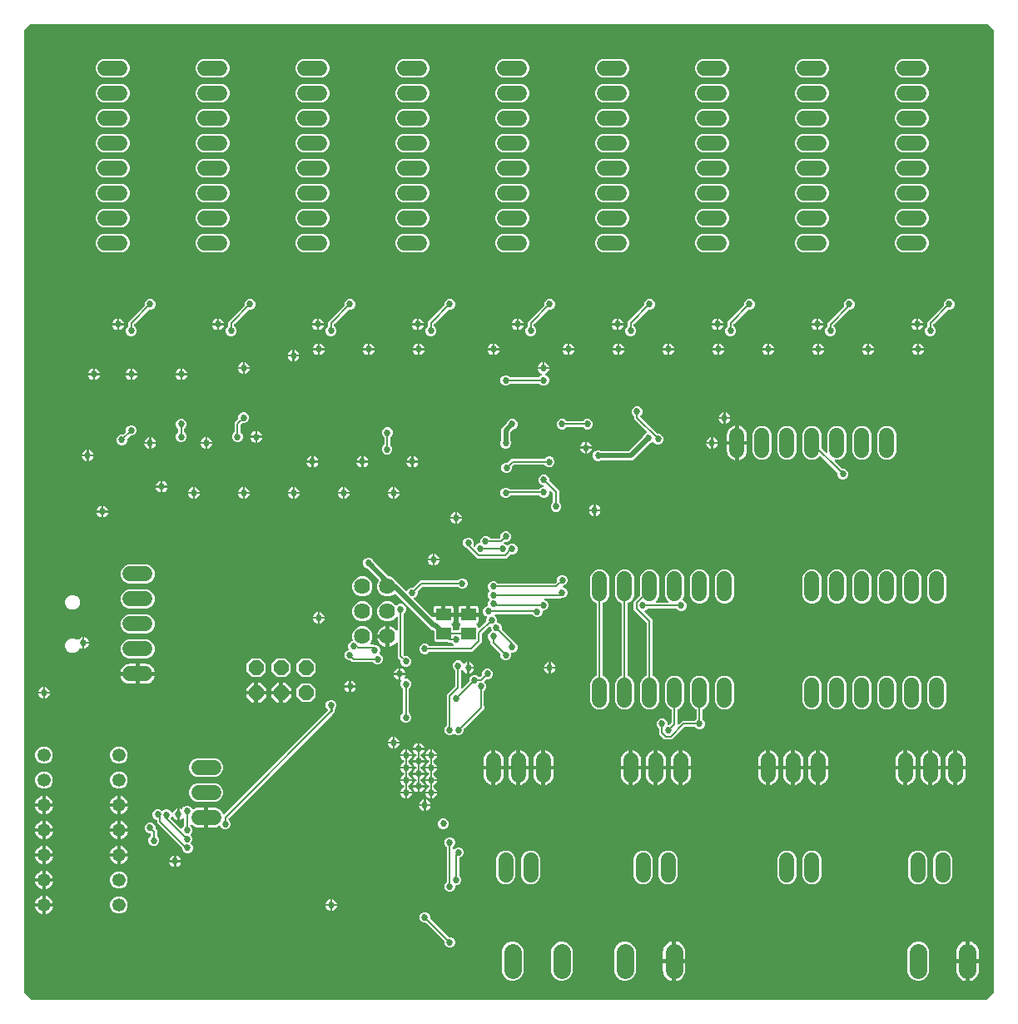
<source format=gbl>
G04 EAGLE Gerber RS-274X export*
G75*
%MOMM*%
%FSLAX34Y34*%
%LPD*%
%INBottom Copper*%
%IPPOS*%
%AMOC8*
5,1,8,0,0,1.08239X$1,22.5*%
G01*
%ADD10C,1.524000*%
%ADD11C,1.625600*%
%ADD12C,1.343400*%
%ADD13C,1.790700*%
%ADD14R,1.500000X1.300000*%
%ADD15P,1.649562X8X22.500000*%
%ADD16C,0.203200*%
%ADD17C,0.685800*%
%ADD18C,0.508000*%
%ADD19C,0.254000*%

G36*
X984337Y5347D02*
X984337Y5347D01*
X984424Y5350D01*
X984477Y5367D01*
X984532Y5375D01*
X984611Y5410D01*
X984695Y5437D01*
X984734Y5465D01*
X984791Y5491D01*
X984904Y5587D01*
X984968Y5632D01*
X991318Y11982D01*
X991370Y12052D01*
X991430Y12116D01*
X991456Y12165D01*
X991489Y12209D01*
X991520Y12291D01*
X991560Y12369D01*
X991568Y12417D01*
X991590Y12475D01*
X991602Y12623D01*
X991615Y12700D01*
X991615Y990600D01*
X991603Y990687D01*
X991600Y990774D01*
X991583Y990827D01*
X991575Y990882D01*
X991540Y990961D01*
X991513Y991045D01*
X991485Y991084D01*
X991459Y991141D01*
X991363Y991254D01*
X991318Y991318D01*
X985474Y997162D01*
X985404Y997214D01*
X985340Y997274D01*
X985291Y997300D01*
X985247Y997333D01*
X985165Y997364D01*
X985087Y997404D01*
X985039Y997412D01*
X984981Y997434D01*
X984833Y997446D01*
X984756Y997459D01*
X12194Y997459D01*
X12107Y997447D01*
X12020Y997444D01*
X11967Y997427D01*
X11913Y997419D01*
X11833Y997384D01*
X11749Y997357D01*
X11710Y997329D01*
X11653Y997303D01*
X11540Y997207D01*
X11476Y997162D01*
X5632Y991318D01*
X5580Y991248D01*
X5520Y991184D01*
X5494Y991135D01*
X5461Y991091D01*
X5430Y991009D01*
X5390Y990931D01*
X5382Y990884D01*
X5360Y990825D01*
X5348Y990677D01*
X5335Y990600D01*
X5335Y12700D01*
X5347Y12613D01*
X5350Y12526D01*
X5367Y12473D01*
X5375Y12419D01*
X5410Y12339D01*
X5437Y12255D01*
X5465Y12216D01*
X5491Y12159D01*
X5587Y12046D01*
X5632Y11982D01*
X11982Y5632D01*
X12052Y5580D01*
X12116Y5520D01*
X12165Y5494D01*
X12209Y5461D01*
X12291Y5430D01*
X12369Y5390D01*
X12417Y5382D01*
X12475Y5360D01*
X12623Y5348D01*
X12700Y5335D01*
X984250Y5335D01*
X984337Y5347D01*
G37*
%LPC*%
G36*
X494214Y350138D02*
X494214Y350138D01*
X492206Y350970D01*
X490670Y352506D01*
X489838Y354514D01*
X489838Y356330D01*
X489826Y356416D01*
X489823Y356504D01*
X489806Y356556D01*
X489798Y356611D01*
X489763Y356691D01*
X489736Y356774D01*
X489708Y356813D01*
X489682Y356871D01*
X489586Y356984D01*
X489541Y357048D01*
X479551Y367037D01*
X479551Y369554D01*
X479539Y369641D01*
X479536Y369728D01*
X479519Y369781D01*
X479511Y369836D01*
X479476Y369915D01*
X479449Y369999D01*
X479421Y370038D01*
X479395Y370095D01*
X479299Y370208D01*
X479254Y370272D01*
X477970Y371556D01*
X477138Y373564D01*
X477138Y375736D01*
X477970Y377744D01*
X479506Y379280D01*
X480190Y379563D01*
X480240Y379593D01*
X480294Y379614D01*
X480362Y379665D01*
X480434Y379708D01*
X480475Y379750D01*
X480521Y379786D01*
X480572Y379853D01*
X480630Y379914D01*
X480656Y379966D01*
X480691Y380013D01*
X480721Y380092D01*
X480760Y380167D01*
X480771Y380225D01*
X480792Y380279D01*
X480798Y380363D01*
X480815Y380446D01*
X480810Y380504D01*
X480814Y380563D01*
X480799Y380630D01*
X480790Y380729D01*
X480755Y380822D01*
X480739Y380890D01*
X480091Y382454D01*
X480091Y383888D01*
X480087Y383917D01*
X480090Y383946D01*
X480067Y384057D01*
X480051Y384170D01*
X480039Y384196D01*
X480034Y384225D01*
X479982Y384326D01*
X479935Y384429D01*
X479916Y384451D01*
X479903Y384477D01*
X479825Y384559D01*
X479752Y384646D01*
X479727Y384662D01*
X479707Y384684D01*
X479609Y384741D01*
X479515Y384804D01*
X479487Y384812D01*
X479462Y384827D01*
X479352Y384855D01*
X479244Y384889D01*
X479214Y384890D01*
X479186Y384897D01*
X479073Y384894D01*
X478960Y384897D01*
X478931Y384889D01*
X478902Y384888D01*
X478794Y384853D01*
X478685Y384825D01*
X478659Y384810D01*
X478631Y384801D01*
X478568Y384755D01*
X478440Y384680D01*
X478397Y384634D01*
X478358Y384606D01*
X471094Y377342D01*
X471042Y377272D01*
X470982Y377208D01*
X470956Y377159D01*
X470923Y377115D01*
X470892Y377033D01*
X470852Y376955D01*
X470844Y376908D01*
X470822Y376849D01*
X470810Y376701D01*
X470797Y376624D01*
X470797Y368825D01*
X460873Y358901D01*
X417846Y358901D01*
X417759Y358889D01*
X417672Y358886D01*
X417619Y358869D01*
X417564Y358861D01*
X417485Y358826D01*
X417401Y358799D01*
X417362Y358771D01*
X417305Y358745D01*
X417192Y358649D01*
X417128Y358604D01*
X415844Y357320D01*
X413836Y356488D01*
X411664Y356488D01*
X409656Y357320D01*
X408120Y358856D01*
X407288Y360864D01*
X407288Y363036D01*
X408120Y365044D01*
X409656Y366580D01*
X411664Y367412D01*
X413836Y367412D01*
X415844Y366580D01*
X417128Y365296D01*
X417198Y365244D01*
X417262Y365184D01*
X417311Y365158D01*
X417355Y365125D01*
X417437Y365094D01*
X417515Y365054D01*
X417562Y365046D01*
X417621Y365024D01*
X417769Y365012D01*
X417846Y364999D01*
X441295Y364999D01*
X441380Y365011D01*
X441466Y365013D01*
X441520Y365031D01*
X441576Y365039D01*
X441655Y365074D01*
X441737Y365100D01*
X441784Y365132D01*
X441836Y365155D01*
X441901Y365210D01*
X441973Y365258D01*
X442009Y365302D01*
X442053Y365338D01*
X442100Y365410D01*
X442156Y365476D01*
X442179Y365528D01*
X442210Y365575D01*
X442236Y365657D01*
X442271Y365736D01*
X442279Y365792D01*
X442296Y365846D01*
X442298Y365932D01*
X442310Y366017D01*
X442302Y366073D01*
X442303Y366130D01*
X442282Y366213D01*
X442269Y366299D01*
X442246Y366350D01*
X442232Y366405D01*
X442188Y366479D01*
X442152Y366558D01*
X442115Y366601D01*
X442086Y366650D01*
X442024Y366709D01*
X441968Y366774D01*
X441926Y366800D01*
X441879Y366844D01*
X441750Y366910D01*
X441683Y366952D01*
X441406Y367067D01*
X440122Y368351D01*
X440052Y368403D01*
X439988Y368463D01*
X439939Y368489D01*
X439895Y368522D01*
X439813Y368553D01*
X439735Y368593D01*
X439688Y368601D01*
X439629Y368623D01*
X439481Y368635D01*
X439404Y368648D01*
X436690Y368648D01*
X436319Y369020D01*
X436249Y369072D01*
X436185Y369132D01*
X436136Y369158D01*
X436091Y369191D01*
X436010Y369222D01*
X435932Y369262D01*
X435884Y369270D01*
X435826Y369292D01*
X435678Y369304D01*
X435601Y369317D01*
X423458Y369317D01*
X422267Y370508D01*
X422267Y380190D01*
X422259Y380248D01*
X422261Y380306D01*
X422239Y380388D01*
X422227Y380472D01*
X422204Y380525D01*
X422189Y380581D01*
X422146Y380654D01*
X422111Y380731D01*
X422073Y380776D01*
X422044Y380826D01*
X421982Y380884D01*
X421928Y380948D01*
X421879Y380980D01*
X421836Y381020D01*
X421761Y381059D01*
X421691Y381106D01*
X421635Y381123D01*
X421583Y381150D01*
X421515Y381161D01*
X421420Y381191D01*
X421320Y381194D01*
X421252Y381205D01*
X420163Y381205D01*
X383187Y418181D01*
X383140Y418216D01*
X383100Y418259D01*
X383027Y418302D01*
X382959Y418352D01*
X382905Y418373D01*
X382854Y418403D01*
X382773Y418423D01*
X382694Y418454D01*
X382635Y418458D01*
X382579Y418473D01*
X382495Y418470D01*
X382410Y418477D01*
X382353Y418466D01*
X382295Y418464D01*
X382214Y418438D01*
X382132Y418421D01*
X382080Y418394D01*
X382024Y418376D01*
X381968Y418336D01*
X381879Y418290D01*
X381807Y418222D01*
X381751Y418181D01*
X380406Y416836D01*
X376671Y415289D01*
X372629Y415289D01*
X368894Y416836D01*
X366036Y419694D01*
X364489Y423429D01*
X364489Y427471D01*
X366044Y431225D01*
X366085Y431264D01*
X366128Y431337D01*
X366178Y431404D01*
X366199Y431459D01*
X366229Y431509D01*
X366250Y431591D01*
X366280Y431670D01*
X366284Y431728D01*
X366299Y431785D01*
X366296Y431869D01*
X366303Y431953D01*
X366292Y432010D01*
X366290Y432069D01*
X366264Y432149D01*
X366247Y432232D01*
X366220Y432284D01*
X366202Y432339D01*
X366162Y432396D01*
X366116Y432484D01*
X366047Y432557D01*
X366007Y432613D01*
X354795Y443825D01*
X354771Y443844D01*
X354750Y443867D01*
X354684Y443909D01*
X354568Y443996D01*
X354508Y444019D01*
X354466Y444045D01*
X352506Y444857D01*
X350970Y446393D01*
X350138Y448401D01*
X350138Y450573D01*
X350970Y452581D01*
X352506Y454117D01*
X354514Y454949D01*
X356686Y454949D01*
X358694Y454117D01*
X360230Y452581D01*
X361042Y450621D01*
X361058Y450595D01*
X361067Y450565D01*
X361113Y450501D01*
X361186Y450376D01*
X361233Y450332D01*
X361262Y450292D01*
X375646Y435908D01*
X375716Y435856D01*
X375779Y435796D01*
X375829Y435770D01*
X375873Y435737D01*
X375955Y435706D01*
X376033Y435666D01*
X376080Y435658D01*
X376139Y435636D01*
X376286Y435624D01*
X376364Y435611D01*
X376671Y435611D01*
X380406Y434064D01*
X383264Y431206D01*
X383494Y430649D01*
X383495Y430648D01*
X383495Y430647D01*
X383565Y430529D01*
X383639Y430405D01*
X383640Y430403D01*
X383641Y430402D01*
X383742Y430307D01*
X383845Y430209D01*
X383847Y430209D01*
X383848Y430208D01*
X383974Y430143D01*
X384098Y430079D01*
X384100Y430079D01*
X384101Y430078D01*
X384116Y430076D01*
X384253Y430049D01*
X393375Y420926D01*
X393467Y420857D01*
X393555Y420783D01*
X393580Y420772D01*
X393603Y420755D01*
X393710Y420715D01*
X393815Y420668D01*
X393842Y420664D01*
X393868Y420654D01*
X393983Y420645D01*
X394096Y420629D01*
X394124Y420633D01*
X394152Y420631D01*
X394264Y420653D01*
X394378Y420670D01*
X394403Y420681D01*
X394430Y420687D01*
X394532Y420739D01*
X394637Y420787D01*
X394658Y420805D01*
X394683Y420818D01*
X394766Y420897D01*
X394853Y420971D01*
X394866Y420992D01*
X394889Y421013D01*
X395023Y421243D01*
X395031Y421256D01*
X395420Y422194D01*
X396956Y423730D01*
X398964Y424562D01*
X400780Y424562D01*
X400866Y424574D01*
X400954Y424577D01*
X401006Y424594D01*
X401061Y424602D01*
X401141Y424637D01*
X401224Y424664D01*
X401263Y424692D01*
X401321Y424718D01*
X401434Y424814D01*
X401498Y424859D01*
X408090Y431452D01*
X445754Y431452D01*
X445841Y431464D01*
X445928Y431467D01*
X445981Y431484D01*
X446036Y431492D01*
X446115Y431527D01*
X446199Y431554D01*
X446238Y431582D01*
X446295Y431608D01*
X446408Y431704D01*
X446472Y431749D01*
X447756Y433033D01*
X449764Y433865D01*
X451936Y433865D01*
X453944Y433033D01*
X455480Y431497D01*
X456312Y429489D01*
X456312Y427317D01*
X455480Y425309D01*
X453944Y423773D01*
X451936Y422941D01*
X449764Y422941D01*
X447756Y423773D01*
X446472Y425057D01*
X446402Y425109D01*
X446338Y425169D01*
X446289Y425195D01*
X446245Y425228D01*
X446163Y425259D01*
X446085Y425299D01*
X446038Y425307D01*
X445979Y425329D01*
X445831Y425341D01*
X445754Y425354D01*
X411036Y425354D01*
X410950Y425342D01*
X410862Y425339D01*
X410810Y425322D01*
X410755Y425314D01*
X410675Y425279D01*
X410592Y425252D01*
X410553Y425224D01*
X410495Y425198D01*
X410382Y425102D01*
X410318Y425057D01*
X405809Y420548D01*
X405757Y420478D01*
X405697Y420414D01*
X405671Y420364D01*
X405638Y420320D01*
X405607Y420239D01*
X405567Y420161D01*
X405559Y420113D01*
X405537Y420055D01*
X405525Y419907D01*
X405512Y419830D01*
X405512Y418014D01*
X404680Y416006D01*
X403144Y414470D01*
X402206Y414081D01*
X402107Y414023D01*
X402005Y413970D01*
X401985Y413951D01*
X401961Y413937D01*
X401882Y413853D01*
X401799Y413774D01*
X401785Y413750D01*
X401766Y413730D01*
X401713Y413628D01*
X401655Y413529D01*
X401648Y413502D01*
X401636Y413477D01*
X401613Y413364D01*
X401585Y413253D01*
X401586Y413226D01*
X401580Y413198D01*
X401590Y413084D01*
X401594Y412969D01*
X401603Y412943D01*
X401605Y412915D01*
X401646Y412808D01*
X401681Y412699D01*
X401696Y412678D01*
X401707Y412650D01*
X401868Y412437D01*
X401876Y412425D01*
X401878Y412423D01*
X401879Y412423D01*
X420026Y394276D01*
X420050Y394258D01*
X420069Y394236D01*
X420163Y394173D01*
X420253Y394105D01*
X420281Y394094D01*
X420305Y394078D01*
X420413Y394044D01*
X420519Y394003D01*
X420548Y394001D01*
X420576Y393992D01*
X420690Y393989D01*
X420802Y393980D01*
X420831Y393986D01*
X420860Y393985D01*
X420970Y394013D01*
X421081Y394036D01*
X421107Y394049D01*
X421135Y394057D01*
X421233Y394115D01*
X421333Y394167D01*
X421355Y394187D01*
X421380Y394202D01*
X421457Y394284D01*
X421539Y394363D01*
X421554Y394388D01*
X421574Y394409D01*
X421626Y394510D01*
X421683Y394608D01*
X421690Y394636D01*
X421704Y394662D01*
X421717Y394740D01*
X421737Y394819D01*
X430784Y394819D01*
X430842Y394827D01*
X430900Y394825D01*
X430982Y394847D01*
X431065Y394859D01*
X431119Y394883D01*
X431175Y394897D01*
X431248Y394940D01*
X431325Y394975D01*
X431369Y395013D01*
X431420Y395043D01*
X431477Y395104D01*
X431542Y395159D01*
X431574Y395207D01*
X431614Y395250D01*
X431653Y395325D01*
X431699Y395395D01*
X431717Y395451D01*
X431744Y395503D01*
X431755Y395571D01*
X431785Y395666D01*
X431788Y395766D01*
X431799Y395834D01*
X431799Y396851D01*
X431801Y396851D01*
X431801Y395834D01*
X431809Y395776D01*
X431808Y395718D01*
X431829Y395636D01*
X431841Y395553D01*
X431865Y395499D01*
X431879Y395443D01*
X431922Y395370D01*
X431957Y395293D01*
X431995Y395248D01*
X432025Y395198D01*
X432086Y395140D01*
X432141Y395076D01*
X432189Y395044D01*
X432232Y395004D01*
X432307Y394965D01*
X432377Y394919D01*
X432433Y394901D01*
X432485Y394874D01*
X432553Y394863D01*
X432648Y394833D01*
X432748Y394830D01*
X432816Y394819D01*
X441841Y394819D01*
X441841Y390016D01*
X441668Y389369D01*
X441333Y388790D01*
X440860Y388317D01*
X440324Y388008D01*
X440286Y387978D01*
X440243Y387955D01*
X440174Y387890D01*
X440101Y387832D01*
X440072Y387793D01*
X440037Y387759D01*
X439989Y387678D01*
X439934Y387602D01*
X439917Y387556D01*
X439893Y387514D01*
X439870Y387423D01*
X439838Y387335D01*
X439835Y387286D01*
X439823Y387239D01*
X439826Y387145D01*
X439820Y387051D01*
X439830Y387003D01*
X439832Y386954D01*
X439861Y386865D01*
X439881Y386773D01*
X439904Y386730D01*
X439919Y386684D01*
X439962Y386623D01*
X440017Y386523D01*
X440078Y386462D01*
X440114Y386411D01*
X441333Y385192D01*
X441333Y381914D01*
X441341Y381856D01*
X441339Y381798D01*
X441361Y381716D01*
X441373Y381632D01*
X441396Y381579D01*
X441411Y381523D01*
X441454Y381450D01*
X441489Y381373D01*
X441527Y381328D01*
X441556Y381278D01*
X441618Y381220D01*
X441672Y381156D01*
X441721Y381124D01*
X441764Y381084D01*
X441839Y381045D01*
X441909Y380998D01*
X441965Y380981D01*
X442017Y380954D01*
X442085Y380943D01*
X442180Y380913D01*
X442280Y380910D01*
X442348Y380899D01*
X446652Y380899D01*
X446710Y380907D01*
X446768Y380905D01*
X446850Y380927D01*
X446934Y380939D01*
X446987Y380962D01*
X447043Y380977D01*
X447116Y381020D01*
X447193Y381055D01*
X447238Y381093D01*
X447288Y381122D01*
X447346Y381184D01*
X447410Y381238D01*
X447442Y381287D01*
X447482Y381330D01*
X447521Y381405D01*
X447568Y381475D01*
X447585Y381531D01*
X447612Y381583D01*
X447623Y381651D01*
X447653Y381746D01*
X447656Y381846D01*
X447667Y381914D01*
X447667Y385192D01*
X448886Y386411D01*
X448915Y386450D01*
X448951Y386482D01*
X449000Y386563D01*
X449057Y386638D01*
X449074Y386683D01*
X449100Y386725D01*
X449124Y386815D01*
X449158Y386903D01*
X449162Y386952D01*
X449175Y386999D01*
X449174Y387093D01*
X449182Y387187D01*
X449172Y387234D01*
X449171Y387283D01*
X449144Y387373D01*
X449126Y387465D01*
X449103Y387509D01*
X449089Y387555D01*
X449038Y387634D01*
X448995Y387718D01*
X448961Y387753D01*
X448935Y387794D01*
X448877Y387841D01*
X448799Y387924D01*
X448724Y387968D01*
X448676Y388008D01*
X448140Y388317D01*
X447667Y388790D01*
X447332Y389369D01*
X447159Y390016D01*
X447159Y394819D01*
X456184Y394819D01*
X456242Y394827D01*
X456300Y394825D01*
X456382Y394847D01*
X456465Y394859D01*
X456519Y394883D01*
X456575Y394897D01*
X456648Y394940D01*
X456725Y394975D01*
X456769Y395013D01*
X456820Y395043D01*
X456877Y395104D01*
X456942Y395159D01*
X456974Y395207D01*
X457014Y395250D01*
X457053Y395325D01*
X457099Y395395D01*
X457117Y395451D01*
X457144Y395503D01*
X457155Y395571D01*
X457185Y395666D01*
X457188Y395766D01*
X457199Y395834D01*
X457199Y396851D01*
X457201Y396851D01*
X457201Y395834D01*
X457209Y395776D01*
X457208Y395718D01*
X457229Y395636D01*
X457241Y395553D01*
X457265Y395499D01*
X457279Y395443D01*
X457322Y395370D01*
X457357Y395293D01*
X457395Y395248D01*
X457425Y395198D01*
X457486Y395140D01*
X457541Y395076D01*
X457589Y395044D01*
X457632Y395004D01*
X457707Y394965D01*
X457777Y394919D01*
X457833Y394901D01*
X457885Y394874D01*
X457953Y394863D01*
X458048Y394833D01*
X458148Y394830D01*
X458216Y394819D01*
X467241Y394819D01*
X467241Y390016D01*
X467068Y389369D01*
X466733Y388790D01*
X466260Y388317D01*
X465724Y388008D01*
X465686Y387978D01*
X465643Y387955D01*
X465574Y387890D01*
X465501Y387832D01*
X465472Y387793D01*
X465437Y387759D01*
X465389Y387678D01*
X465334Y387602D01*
X465317Y387556D01*
X465293Y387514D01*
X465270Y387423D01*
X465238Y387335D01*
X465235Y387286D01*
X465223Y387239D01*
X465226Y387145D01*
X465220Y387051D01*
X465230Y387003D01*
X465232Y386954D01*
X465261Y386865D01*
X465281Y386773D01*
X465304Y386730D01*
X465319Y386684D01*
X465362Y386623D01*
X465417Y386523D01*
X465478Y386462D01*
X465514Y386411D01*
X466733Y385192D01*
X466733Y384055D01*
X466737Y384026D01*
X466734Y383996D01*
X466757Y383885D01*
X466773Y383773D01*
X466785Y383746D01*
X466790Y383718D01*
X466842Y383617D01*
X466889Y383514D01*
X466908Y383491D01*
X466921Y383465D01*
X466999Y383383D01*
X467072Y383297D01*
X467097Y383280D01*
X467117Y383259D01*
X467215Y383202D01*
X467309Y383139D01*
X467337Y383130D01*
X467362Y383116D01*
X467472Y383088D01*
X467580Y383053D01*
X467610Y383053D01*
X467638Y383045D01*
X467751Y383049D01*
X467864Y383046D01*
X467893Y383054D01*
X467922Y383054D01*
X468030Y383089D01*
X468139Y383118D01*
X468165Y383133D01*
X468193Y383142D01*
X468256Y383187D01*
X468384Y383263D01*
X468427Y383309D01*
X468466Y383337D01*
X474913Y389784D01*
X474965Y389853D01*
X475025Y389917D01*
X475050Y389967D01*
X475084Y390011D01*
X475115Y390092D01*
X475155Y390170D01*
X475162Y390218D01*
X475185Y390276D01*
X475197Y390424D01*
X475210Y390501D01*
X475210Y392318D01*
X475837Y393831D01*
X475852Y393888D01*
X475875Y393941D01*
X475887Y394025D01*
X475908Y394106D01*
X475906Y394165D01*
X475914Y394223D01*
X475902Y394306D01*
X475900Y394391D01*
X475882Y394446D01*
X475874Y394504D01*
X475839Y394581D01*
X475813Y394661D01*
X475781Y394710D01*
X475756Y394763D01*
X475702Y394827D01*
X475655Y394897D01*
X475610Y394935D01*
X475572Y394980D01*
X475514Y395016D01*
X475437Y395080D01*
X475346Y395121D01*
X475287Y395158D01*
X474483Y395491D01*
X472946Y397027D01*
X472115Y399035D01*
X472115Y401208D01*
X472946Y403215D01*
X474483Y404751D01*
X476512Y405592D01*
X476513Y405593D01*
X476514Y405593D01*
X476632Y405663D01*
X476756Y405736D01*
X476757Y405737D01*
X476759Y405738D01*
X476856Y405842D01*
X476952Y405943D01*
X476952Y405944D01*
X476953Y405946D01*
X477015Y406066D01*
X477082Y406196D01*
X477082Y406197D01*
X477083Y406199D01*
X477085Y406213D01*
X477137Y406475D01*
X477134Y406505D01*
X477138Y406530D01*
X477138Y408756D01*
X477970Y410764D01*
X478603Y411397D01*
X478638Y411444D01*
X478681Y411484D01*
X478723Y411557D01*
X478774Y411624D01*
X478795Y411679D01*
X478824Y411729D01*
X478845Y411811D01*
X478875Y411890D01*
X478880Y411948D01*
X478894Y412005D01*
X478892Y412089D01*
X478899Y412173D01*
X478887Y412231D01*
X478885Y412289D01*
X478859Y412369D01*
X478843Y412452D01*
X478816Y412504D01*
X478798Y412560D01*
X478758Y412616D01*
X478712Y412704D01*
X478643Y412777D01*
X478603Y412833D01*
X477970Y413466D01*
X477138Y415474D01*
X477138Y417646D01*
X477970Y419654D01*
X478603Y420287D01*
X478638Y420334D01*
X478681Y420374D01*
X478723Y420447D01*
X478774Y420514D01*
X478795Y420569D01*
X478824Y420619D01*
X478845Y420701D01*
X478875Y420780D01*
X478880Y420838D01*
X478894Y420895D01*
X478892Y420979D01*
X478899Y421063D01*
X478887Y421121D01*
X478885Y421179D01*
X478859Y421259D01*
X478843Y421342D01*
X478816Y421394D01*
X478798Y421450D01*
X478758Y421506D01*
X478712Y421594D01*
X478643Y421667D01*
X478603Y421723D01*
X477970Y422356D01*
X477138Y424364D01*
X477138Y426536D01*
X477970Y428544D01*
X479506Y430080D01*
X481514Y430912D01*
X483686Y430912D01*
X485694Y430080D01*
X486978Y428796D01*
X487048Y428744D01*
X487112Y428684D01*
X487161Y428658D01*
X487205Y428625D01*
X487287Y428594D01*
X487365Y428554D01*
X487412Y428546D01*
X487471Y428524D01*
X487619Y428512D01*
X487696Y428499D01*
X544671Y428499D01*
X544757Y428511D01*
X544845Y428514D01*
X544897Y428531D01*
X544952Y428539D01*
X545032Y428574D01*
X545115Y428601D01*
X545154Y428629D01*
X545212Y428655D01*
X545325Y428751D01*
X545389Y428796D01*
X546945Y430352D01*
X546997Y430422D01*
X547057Y430486D01*
X547083Y430536D01*
X547116Y430580D01*
X547147Y430661D01*
X547187Y430739D01*
X547195Y430787D01*
X547217Y430845D01*
X547229Y430993D01*
X547242Y431070D01*
X547242Y432886D01*
X548074Y434894D01*
X549610Y436430D01*
X551618Y437262D01*
X553790Y437262D01*
X555798Y436430D01*
X557334Y434894D01*
X558166Y432886D01*
X558166Y430714D01*
X557334Y428706D01*
X555798Y427170D01*
X553783Y426335D01*
X553758Y426320D01*
X553730Y426312D01*
X553636Y426248D01*
X553539Y426191D01*
X553518Y426170D01*
X553494Y426153D01*
X553421Y426066D01*
X553343Y425984D01*
X553330Y425958D01*
X553311Y425936D01*
X553265Y425832D01*
X553213Y425731D01*
X553207Y425703D01*
X553196Y425676D01*
X553180Y425564D01*
X553158Y425453D01*
X553161Y425423D01*
X553157Y425394D01*
X553173Y425282D01*
X553183Y425169D01*
X553193Y425142D01*
X553197Y425113D01*
X553244Y425010D01*
X553285Y424904D01*
X553302Y424881D01*
X553314Y424854D01*
X553388Y424768D01*
X553456Y424677D01*
X553480Y424660D01*
X553499Y424637D01*
X553565Y424596D01*
X553684Y424507D01*
X553743Y424485D01*
X553783Y424459D01*
X555544Y423730D01*
X557080Y422194D01*
X557912Y420186D01*
X557912Y418014D01*
X557080Y416006D01*
X555544Y414470D01*
X553536Y413638D01*
X551720Y413638D01*
X551634Y413626D01*
X551546Y413623D01*
X551494Y413606D01*
X551439Y413598D01*
X551359Y413563D01*
X551276Y413536D01*
X551241Y413511D01*
X535608Y413511D01*
X535523Y413499D01*
X535437Y413497D01*
X535383Y413479D01*
X535327Y413471D01*
X535248Y413436D01*
X535166Y413410D01*
X535119Y413378D01*
X535067Y413355D01*
X535002Y413300D01*
X534930Y413252D01*
X534893Y413208D01*
X534850Y413172D01*
X534803Y413100D01*
X534747Y413034D01*
X534724Y412982D01*
X534693Y412935D01*
X534667Y412853D01*
X534632Y412774D01*
X534624Y412718D01*
X534607Y412664D01*
X534605Y412578D01*
X534593Y412493D01*
X534601Y412437D01*
X534599Y412380D01*
X534621Y412297D01*
X534633Y412211D01*
X534657Y412160D01*
X534671Y412105D01*
X534715Y412031D01*
X534751Y411952D01*
X534787Y411909D01*
X534817Y411860D01*
X534879Y411801D01*
X534935Y411736D01*
X534977Y411710D01*
X535024Y411666D01*
X535153Y411600D01*
X535220Y411558D01*
X536494Y411030D01*
X538030Y409494D01*
X538862Y407486D01*
X538862Y405314D01*
X538030Y403306D01*
X536494Y401770D01*
X534486Y400938D01*
X533527Y400938D01*
X533469Y400930D01*
X533411Y400932D01*
X533329Y400910D01*
X533245Y400898D01*
X533192Y400875D01*
X533136Y400860D01*
X533063Y400817D01*
X532986Y400782D01*
X532941Y400744D01*
X532891Y400715D01*
X532833Y400653D01*
X532769Y400599D01*
X532737Y400550D01*
X532697Y400507D01*
X532658Y400432D01*
X532611Y400362D01*
X532594Y400306D01*
X532567Y400254D01*
X532556Y400186D01*
X532526Y400091D01*
X532523Y399991D01*
X532512Y399923D01*
X532512Y398837D01*
X531680Y396829D01*
X530144Y395293D01*
X528136Y394461D01*
X525964Y394461D01*
X523956Y395293D01*
X522474Y396775D01*
X522404Y396828D01*
X522340Y396887D01*
X522291Y396913D01*
X522247Y396946D01*
X522165Y396977D01*
X522087Y397017D01*
X522040Y397025D01*
X521981Y397047D01*
X521833Y397059D01*
X521756Y397072D01*
X485006Y397072D01*
X484976Y397068D01*
X484947Y397071D01*
X484836Y397048D01*
X484724Y397033D01*
X484697Y397021D01*
X484669Y397015D01*
X484568Y396963D01*
X484465Y396916D01*
X484442Y396897D01*
X484416Y396884D01*
X484334Y396806D01*
X484248Y396733D01*
X484231Y396708D01*
X484210Y396688D01*
X484153Y396590D01*
X484090Y396496D01*
X484081Y396468D01*
X484066Y396443D01*
X484039Y396333D01*
X484004Y396225D01*
X484004Y396196D01*
X483996Y396167D01*
X484000Y396054D01*
X483997Y395941D01*
X484004Y395912D01*
X484005Y395883D01*
X484040Y395775D01*
X484069Y395666D01*
X484084Y395641D01*
X484093Y395613D01*
X484138Y395549D01*
X484214Y395421D01*
X484260Y395379D01*
X484288Y395339D01*
X485302Y394325D01*
X486133Y392318D01*
X486133Y390059D01*
X486121Y390011D01*
X486123Y389952D01*
X486115Y389894D01*
X486127Y389811D01*
X486129Y389726D01*
X486147Y389671D01*
X486155Y389613D01*
X486190Y389536D01*
X486216Y389456D01*
X486248Y389407D01*
X486272Y389354D01*
X486327Y389290D01*
X486374Y389220D01*
X486419Y389182D01*
X486457Y389137D01*
X486515Y389101D01*
X486592Y389037D01*
X486683Y388996D01*
X486741Y388959D01*
X488647Y388170D01*
X490183Y386634D01*
X491015Y384626D01*
X491015Y382810D01*
X491027Y382724D01*
X491030Y382636D01*
X491047Y382584D01*
X491055Y382529D01*
X491090Y382449D01*
X491117Y382366D01*
X491145Y382327D01*
X491171Y382269D01*
X491267Y382156D01*
X491312Y382092D01*
X504740Y368665D01*
X504774Y368588D01*
X504801Y368505D01*
X504829Y368466D01*
X504855Y368408D01*
X504951Y368295D01*
X504996Y368231D01*
X506280Y366947D01*
X507112Y364940D01*
X507112Y362767D01*
X506280Y360760D01*
X504744Y359223D01*
X502736Y358392D01*
X501575Y358392D01*
X501461Y358376D01*
X501347Y358366D01*
X501321Y358356D01*
X501293Y358352D01*
X501188Y358305D01*
X501081Y358264D01*
X501059Y358247D01*
X501034Y358236D01*
X500946Y358162D01*
X500855Y358092D01*
X500838Y358070D01*
X500817Y358052D01*
X500753Y357957D01*
X500684Y357864D01*
X500675Y357839D01*
X500659Y357815D01*
X500625Y357706D01*
X500584Y357598D01*
X500582Y357571D01*
X500573Y357544D01*
X500571Y357429D01*
X500561Y357315D01*
X500567Y357291D01*
X500566Y357260D01*
X500633Y357004D01*
X500637Y356988D01*
X500762Y356686D01*
X500762Y354514D01*
X499930Y352506D01*
X498394Y350970D01*
X496386Y350138D01*
X494214Y350138D01*
G37*
%LPD*%
%LPC*%
G36*
X170364Y154141D02*
X170364Y154141D01*
X168356Y154972D01*
X166820Y156509D01*
X165988Y158516D01*
X165988Y159375D01*
X165976Y159461D01*
X165973Y159549D01*
X165956Y159601D01*
X165948Y159656D01*
X165913Y159736D01*
X165886Y159819D01*
X165858Y159859D01*
X165832Y159916D01*
X165736Y160029D01*
X165691Y160093D01*
X140483Y185300D01*
X140483Y187202D01*
X140483Y187204D01*
X140483Y187205D01*
X140463Y187344D01*
X140444Y187483D01*
X140443Y187485D01*
X140443Y187486D01*
X140388Y187608D01*
X140327Y187743D01*
X140326Y187744D01*
X140326Y187746D01*
X140234Y187853D01*
X140144Y187960D01*
X140142Y187961D01*
X140141Y187962D01*
X140128Y187970D01*
X139907Y188117D01*
X139878Y188127D01*
X139857Y188140D01*
X138025Y188899D01*
X136489Y190435D01*
X135657Y192442D01*
X135657Y194615D01*
X136489Y196623D01*
X138025Y198159D01*
X140033Y198990D01*
X142206Y198990D01*
X144213Y198159D01*
X144924Y197448D01*
X144970Y197413D01*
X145011Y197371D01*
X145084Y197328D01*
X145151Y197277D01*
X145206Y197256D01*
X145256Y197227D01*
X145338Y197206D01*
X145417Y197176D01*
X145475Y197171D01*
X145532Y197157D01*
X145616Y197159D01*
X145700Y197152D01*
X145757Y197164D01*
X145816Y197166D01*
X145896Y197192D01*
X145979Y197208D01*
X146031Y197235D01*
X146086Y197253D01*
X146143Y197293D01*
X146231Y197339D01*
X146303Y197408D01*
X146360Y197448D01*
X146915Y198004D01*
X148923Y198835D01*
X151096Y198835D01*
X153103Y198004D01*
X154639Y196468D01*
X154812Y196051D01*
X154827Y196026D01*
X154836Y195998D01*
X154899Y195904D01*
X154956Y195806D01*
X154978Y195786D01*
X154994Y195762D01*
X155081Y195689D01*
X155163Y195611D01*
X155189Y195598D01*
X155212Y195579D01*
X155315Y195533D01*
X155416Y195481D01*
X155445Y195475D01*
X155471Y195463D01*
X155584Y195448D01*
X155695Y195426D01*
X155724Y195428D01*
X155753Y195424D01*
X155865Y195441D01*
X155978Y195450D01*
X156005Y195461D01*
X156034Y195465D01*
X156137Y195512D01*
X156243Y195552D01*
X156267Y195570D01*
X156293Y195582D01*
X156379Y195655D01*
X156470Y195724D01*
X156487Y195747D01*
X156510Y195767D01*
X156551Y195833D01*
X156640Y195952D01*
X156662Y196010D01*
X156688Y196051D01*
X156910Y196588D01*
X157563Y197566D01*
X158395Y198397D01*
X159373Y199050D01*
X160459Y199500D01*
X161185Y199645D01*
X161185Y193760D01*
X161185Y187875D01*
X160459Y188020D01*
X159373Y188470D01*
X158395Y189123D01*
X157563Y189954D01*
X156910Y190932D01*
X156848Y191082D01*
X156833Y191108D01*
X156824Y191136D01*
X156761Y191230D01*
X156703Y191327D01*
X156682Y191347D01*
X156666Y191372D01*
X156579Y191445D01*
X156497Y191523D01*
X156470Y191536D01*
X156448Y191555D01*
X156345Y191601D01*
X156244Y191653D01*
X156215Y191658D01*
X156188Y191670D01*
X156076Y191686D01*
X155965Y191708D01*
X155936Y191705D01*
X155907Y191709D01*
X155795Y191693D01*
X155682Y191683D01*
X155654Y191673D01*
X155625Y191669D01*
X155522Y191622D01*
X155416Y191581D01*
X155393Y191564D01*
X155366Y191552D01*
X155280Y191478D01*
X155190Y191410D01*
X155172Y191386D01*
X155150Y191367D01*
X155108Y191301D01*
X155020Y191182D01*
X154997Y191123D01*
X154972Y191083D01*
X154632Y190261D01*
X154603Y190234D01*
X154561Y190162D01*
X154510Y190094D01*
X154489Y190040D01*
X154460Y189989D01*
X154439Y189908D01*
X154409Y189829D01*
X154404Y189770D01*
X154390Y189714D01*
X154392Y189630D01*
X154385Y189545D01*
X154397Y189488D01*
X154399Y189429D01*
X154424Y189349D01*
X154441Y189267D01*
X154468Y189215D01*
X154486Y189159D01*
X154526Y189103D01*
X154572Y189014D01*
X154641Y188942D01*
X154681Y188886D01*
X163448Y180118D01*
X163449Y180118D01*
X164358Y179209D01*
X164438Y179148D01*
X164460Y179127D01*
X164470Y179123D01*
X164537Y179066D01*
X164563Y179055D01*
X164585Y179038D01*
X164692Y178997D01*
X164797Y178950D01*
X164825Y178947D01*
X164851Y178937D01*
X164965Y178927D01*
X165079Y178911D01*
X165106Y178915D01*
X165134Y178913D01*
X165246Y178936D01*
X165360Y178952D01*
X165385Y178963D01*
X165413Y178969D01*
X165515Y179022D01*
X165619Y179069D01*
X165640Y179087D01*
X165665Y179100D01*
X165748Y179179D01*
X165836Y179253D01*
X165849Y179275D01*
X165871Y179296D01*
X165986Y179491D01*
X166004Y179519D01*
X166007Y179527D01*
X166014Y179538D01*
X166402Y180476D01*
X167686Y181760D01*
X167739Y181830D01*
X167799Y181894D01*
X167824Y181943D01*
X167857Y181988D01*
X167888Y182069D01*
X167928Y182147D01*
X167936Y182195D01*
X167958Y182253D01*
X167971Y182401D01*
X167984Y182478D01*
X167984Y188650D01*
X167980Y188679D01*
X167982Y188708D01*
X167960Y188819D01*
X167944Y188931D01*
X167932Y188958D01*
X167926Y188987D01*
X167874Y189087D01*
X167828Y189191D01*
X167809Y189213D01*
X167795Y189239D01*
X167717Y189321D01*
X167644Y189408D01*
X167620Y189424D01*
X167599Y189445D01*
X167502Y189503D01*
X167407Y189565D01*
X167379Y189574D01*
X167354Y189589D01*
X167244Y189617D01*
X167136Y189651D01*
X167107Y189652D01*
X167078Y189659D01*
X166965Y189656D01*
X166852Y189658D01*
X166824Y189651D01*
X166794Y189650D01*
X166686Y189615D01*
X166577Y189587D01*
X166552Y189572D01*
X166524Y189563D01*
X166460Y189517D01*
X166333Y189441D01*
X166290Y189396D01*
X166250Y189368D01*
X166006Y189123D01*
X165028Y188470D01*
X163942Y188020D01*
X163216Y187875D01*
X163216Y193760D01*
X163216Y199645D01*
X163942Y199500D01*
X164869Y199116D01*
X164926Y199101D01*
X164979Y199078D01*
X165063Y199066D01*
X165145Y199045D01*
X165203Y199047D01*
X165261Y199039D01*
X165345Y199051D01*
X165429Y199053D01*
X165484Y199071D01*
X165542Y199079D01*
X165619Y199114D01*
X165700Y199140D01*
X165748Y199172D01*
X165801Y199197D01*
X165866Y199251D01*
X165936Y199298D01*
X165973Y199343D01*
X166018Y199381D01*
X166054Y199439D01*
X166119Y199516D01*
X166159Y199607D01*
X166196Y199666D01*
X166460Y200304D01*
X167996Y201840D01*
X170004Y202671D01*
X172177Y202671D01*
X174184Y201840D01*
X175721Y200304D01*
X176006Y199613D01*
X176025Y199583D01*
X176036Y199549D01*
X176097Y199460D01*
X176151Y199368D01*
X176177Y199344D01*
X176197Y199315D01*
X176280Y199247D01*
X176358Y199173D01*
X176389Y199157D01*
X176417Y199134D01*
X176515Y199092D01*
X176610Y199043D01*
X176645Y199036D01*
X176678Y199022D01*
X176784Y199009D01*
X176889Y198988D01*
X176925Y198991D01*
X176960Y198987D01*
X177066Y199003D01*
X177173Y199012D01*
X177206Y199025D01*
X177241Y199031D01*
X177311Y199066D01*
X177438Y199114D01*
X177494Y199157D01*
X177541Y199181D01*
X177555Y199190D01*
X178980Y199916D01*
X180501Y200411D01*
X182080Y200661D01*
X188469Y200661D01*
X188469Y191516D01*
X188477Y191458D01*
X188475Y191400D01*
X188497Y191318D01*
X188509Y191235D01*
X188533Y191181D01*
X188547Y191125D01*
X188590Y191052D01*
X188625Y190975D01*
X188663Y190931D01*
X188693Y190880D01*
X188754Y190823D01*
X188809Y190758D01*
X188857Y190726D01*
X188900Y190686D01*
X188975Y190647D01*
X189045Y190601D01*
X189101Y190583D01*
X189153Y190556D01*
X189221Y190545D01*
X189316Y190515D01*
X189416Y190512D01*
X189484Y190501D01*
X191516Y190501D01*
X191574Y190509D01*
X191632Y190508D01*
X191714Y190529D01*
X191797Y190541D01*
X191851Y190565D01*
X191907Y190579D01*
X191980Y190622D01*
X192057Y190657D01*
X192102Y190695D01*
X192152Y190725D01*
X192210Y190786D01*
X192274Y190841D01*
X192306Y190889D01*
X192346Y190932D01*
X192385Y191007D01*
X192431Y191077D01*
X192449Y191133D01*
X192476Y191185D01*
X192487Y191253D01*
X192517Y191348D01*
X192520Y191448D01*
X192531Y191516D01*
X192531Y200661D01*
X198920Y200661D01*
X200499Y200411D01*
X202020Y199916D01*
X203445Y199190D01*
X204739Y198250D01*
X205870Y197119D01*
X206810Y195825D01*
X207443Y194584D01*
X207486Y194522D01*
X207521Y194455D01*
X207567Y194407D01*
X207606Y194351D01*
X207665Y194304D01*
X207717Y194249D01*
X207775Y194215D01*
X207827Y194173D01*
X207897Y194144D01*
X207962Y194106D01*
X208027Y194089D01*
X208090Y194063D01*
X208164Y194054D01*
X208237Y194036D01*
X208305Y194038D01*
X208372Y194030D01*
X208446Y194042D01*
X208521Y194045D01*
X208586Y194065D01*
X208652Y194076D01*
X208720Y194109D01*
X208792Y194132D01*
X208839Y194165D01*
X208909Y194199D01*
X209003Y194282D01*
X209065Y194327D01*
X313900Y299161D01*
X313952Y299231D01*
X314012Y299295D01*
X314038Y299345D01*
X314071Y299389D01*
X314102Y299470D01*
X314142Y299548D01*
X314150Y299596D01*
X314172Y299654D01*
X314184Y299802D01*
X314197Y299879D01*
X314197Y299958D01*
X314185Y300045D01*
X314182Y300132D01*
X314165Y300185D01*
X314157Y300240D01*
X314122Y300319D01*
X314095Y300403D01*
X314067Y300442D01*
X314041Y300499D01*
X313945Y300612D01*
X313900Y300676D01*
X312870Y301706D01*
X312038Y303714D01*
X312038Y305886D01*
X312870Y307894D01*
X314406Y309430D01*
X316414Y310262D01*
X318586Y310262D01*
X320594Y309430D01*
X322130Y307894D01*
X322962Y305886D01*
X322962Y303714D01*
X322130Y301706D01*
X321100Y300676D01*
X321048Y300606D01*
X320988Y300542D01*
X320962Y300493D01*
X320929Y300449D01*
X320898Y300367D01*
X320858Y300289D01*
X320850Y300242D01*
X320828Y300183D01*
X320816Y300035D01*
X320803Y299958D01*
X320803Y297082D01*
X318858Y295137D01*
X318843Y295135D01*
X318755Y295132D01*
X318703Y295115D01*
X318648Y295107D01*
X318568Y295072D01*
X318485Y295045D01*
X318446Y295017D01*
X318388Y294991D01*
X318275Y294895D01*
X318211Y294850D01*
X213256Y189894D01*
X213203Y189824D01*
X213143Y189761D01*
X213118Y189711D01*
X213085Y189667D01*
X213054Y189585D01*
X213014Y189507D01*
X213006Y189460D01*
X212984Y189401D01*
X212971Y189254D01*
X212958Y189176D01*
X212958Y188886D01*
X212971Y188800D01*
X212973Y188712D01*
X212990Y188659D01*
X212998Y188605D01*
X213034Y188525D01*
X213061Y188442D01*
X213089Y188402D01*
X213115Y188345D01*
X213210Y188232D01*
X213256Y188168D01*
X214540Y186884D01*
X215371Y184877D01*
X215371Y182704D01*
X214540Y180696D01*
X213004Y179160D01*
X210996Y178329D01*
X208823Y178329D01*
X206816Y179160D01*
X205279Y180696D01*
X204994Y181387D01*
X204975Y181417D01*
X204964Y181451D01*
X204904Y181539D01*
X204849Y181632D01*
X204823Y181656D01*
X204803Y181685D01*
X204720Y181753D01*
X204642Y181827D01*
X204611Y181843D01*
X204583Y181866D01*
X204485Y181908D01*
X204390Y181957D01*
X204355Y181964D01*
X204322Y181978D01*
X204216Y181991D01*
X204111Y182012D01*
X204075Y182009D01*
X204040Y182013D01*
X203934Y181997D01*
X203827Y181987D01*
X203794Y181975D01*
X203759Y181969D01*
X203689Y181934D01*
X203562Y181885D01*
X203509Y181845D01*
X203480Y181832D01*
X203474Y181827D01*
X203459Y181819D01*
X203445Y181810D01*
X202020Y181084D01*
X200499Y180589D01*
X198920Y180339D01*
X192531Y180339D01*
X192531Y189484D01*
X192523Y189542D01*
X192525Y189600D01*
X192503Y189682D01*
X192491Y189765D01*
X192467Y189819D01*
X192453Y189875D01*
X192410Y189948D01*
X192375Y190025D01*
X192337Y190069D01*
X192307Y190120D01*
X192246Y190177D01*
X192191Y190242D01*
X192143Y190274D01*
X192100Y190314D01*
X192025Y190353D01*
X191955Y190399D01*
X191899Y190417D01*
X191847Y190444D01*
X191779Y190455D01*
X191684Y190485D01*
X191584Y190488D01*
X191516Y190499D01*
X189484Y190499D01*
X189426Y190491D01*
X189368Y190492D01*
X189286Y190471D01*
X189203Y190459D01*
X189149Y190435D01*
X189093Y190421D01*
X189020Y190378D01*
X188943Y190343D01*
X188898Y190305D01*
X188848Y190275D01*
X188790Y190214D01*
X188726Y190159D01*
X188694Y190111D01*
X188654Y190068D01*
X188615Y189993D01*
X188569Y189923D01*
X188551Y189867D01*
X188524Y189815D01*
X188513Y189747D01*
X188483Y189652D01*
X188480Y189552D01*
X188469Y189484D01*
X188469Y180339D01*
X182080Y180339D01*
X180501Y180589D01*
X178980Y181084D01*
X177555Y181810D01*
X176261Y182750D01*
X175814Y183196D01*
X175791Y183214D01*
X175772Y183236D01*
X175678Y183299D01*
X175587Y183367D01*
X175560Y183378D01*
X175535Y183394D01*
X175427Y183428D01*
X175321Y183468D01*
X175292Y183471D01*
X175264Y183480D01*
X175151Y183483D01*
X175038Y183492D01*
X175009Y183486D01*
X174980Y183487D01*
X174871Y183458D01*
X174759Y183436D01*
X174733Y183423D01*
X174705Y183415D01*
X174608Y183357D01*
X174507Y183305D01*
X174486Y183285D01*
X174461Y183270D01*
X174383Y183187D01*
X174301Y183109D01*
X174286Y183084D01*
X174266Y183063D01*
X174214Y182962D01*
X174157Y182864D01*
X174150Y182836D01*
X174137Y182809D01*
X174124Y182732D01*
X174087Y182589D01*
X174087Y182588D01*
X174089Y182526D01*
X174081Y182478D01*
X174093Y182392D01*
X174096Y182304D01*
X174113Y182252D01*
X174121Y182197D01*
X174157Y182117D01*
X174184Y182034D01*
X174212Y181994D01*
X174237Y181937D01*
X174333Y181824D01*
X174379Y181760D01*
X175663Y180476D01*
X176494Y178469D01*
X176494Y176296D01*
X175663Y174289D01*
X174894Y173520D01*
X174859Y173474D01*
X174817Y173433D01*
X174774Y173361D01*
X174724Y173293D01*
X174703Y173239D01*
X174673Y173188D01*
X174652Y173107D01*
X174622Y173028D01*
X174617Y172969D01*
X174603Y172913D01*
X174606Y172828D01*
X174599Y172744D01*
X174610Y172687D01*
X174612Y172628D01*
X174638Y172548D01*
X174655Y172465D01*
X174682Y172414D01*
X174700Y172358D01*
X174740Y172302D01*
X174786Y172213D01*
X174854Y172141D01*
X174894Y172085D01*
X175393Y171586D01*
X176224Y169579D01*
X176224Y167406D01*
X175393Y165399D01*
X175103Y165109D01*
X175068Y165062D01*
X175026Y165022D01*
X174983Y164949D01*
X174932Y164882D01*
X174911Y164827D01*
X174882Y164777D01*
X174861Y164695D01*
X174831Y164616D01*
X174826Y164558D01*
X174812Y164501D01*
X174815Y164417D01*
X174807Y164333D01*
X174819Y164276D01*
X174821Y164217D01*
X174847Y164137D01*
X174863Y164054D01*
X174890Y164002D01*
X174908Y163947D01*
X174948Y163890D01*
X174994Y163802D01*
X175063Y163730D01*
X175103Y163673D01*
X176080Y162696D01*
X176912Y160689D01*
X176912Y158516D01*
X176080Y156509D01*
X174544Y154972D01*
X172536Y154141D01*
X170364Y154141D01*
G37*
%LPD*%
%LPC*%
G36*
X639430Y300227D02*
X639430Y300227D01*
X635882Y301697D01*
X633167Y304412D01*
X631697Y307960D01*
X631697Y327040D01*
X633167Y330588D01*
X635882Y333303D01*
X637675Y334046D01*
X637676Y334046D01*
X637677Y334047D01*
X637798Y334118D01*
X637919Y334190D01*
X637920Y334191D01*
X637922Y334192D01*
X638019Y334296D01*
X638115Y334397D01*
X638115Y334398D01*
X638116Y334399D01*
X638181Y334525D01*
X638245Y334650D01*
X638245Y334651D01*
X638246Y334653D01*
X638248Y334667D01*
X638300Y334928D01*
X638297Y334959D01*
X638301Y334984D01*
X638301Y388487D01*
X638289Y388574D01*
X638286Y388661D01*
X638269Y388714D01*
X638261Y388769D01*
X638226Y388849D01*
X638199Y388932D01*
X638171Y388971D01*
X638145Y389028D01*
X638049Y389142D01*
X638004Y389205D01*
X625115Y402095D01*
X625115Y409986D01*
X631400Y416271D01*
X631452Y416341D01*
X631512Y416405D01*
X631538Y416454D01*
X631571Y416498D01*
X631602Y416580D01*
X631642Y416658D01*
X631650Y416706D01*
X631672Y416764D01*
X631684Y416912D01*
X631697Y416989D01*
X631697Y434990D01*
X633167Y438538D01*
X635882Y441253D01*
X639430Y442723D01*
X643270Y442723D01*
X646818Y441253D01*
X649533Y438538D01*
X651003Y434990D01*
X651003Y415910D01*
X649533Y412362D01*
X647993Y410822D01*
X647976Y410799D01*
X647953Y410780D01*
X647890Y410686D01*
X647822Y410595D01*
X647812Y410568D01*
X647796Y410543D01*
X647761Y410435D01*
X647721Y410329D01*
X647719Y410300D01*
X647710Y410272D01*
X647707Y410159D01*
X647698Y410046D01*
X647703Y410017D01*
X647703Y409988D01*
X647731Y409878D01*
X647753Y409767D01*
X647767Y409741D01*
X647774Y409713D01*
X647832Y409616D01*
X647884Y409515D01*
X647905Y409494D01*
X647920Y409468D01*
X648002Y409391D01*
X648080Y409309D01*
X648106Y409294D01*
X648127Y409274D01*
X648228Y409222D01*
X648325Y409165D01*
X648354Y409158D01*
X648380Y409145D01*
X648457Y409132D01*
X648601Y409095D01*
X648663Y409097D01*
X648711Y409089D01*
X659389Y409089D01*
X659418Y409093D01*
X659447Y409091D01*
X659558Y409113D01*
X659670Y409129D01*
X659697Y409141D01*
X659726Y409147D01*
X659827Y409199D01*
X659930Y409245D01*
X659952Y409264D01*
X659978Y409278D01*
X660060Y409356D01*
X660147Y409429D01*
X660163Y409453D01*
X660184Y409473D01*
X660242Y409571D01*
X660304Y409665D01*
X660313Y409693D01*
X660328Y409719D01*
X660356Y409828D01*
X660390Y409936D01*
X660391Y409966D01*
X660398Y409994D01*
X660395Y410107D01*
X660397Y410221D01*
X660390Y410249D01*
X660389Y410278D01*
X660354Y410386D01*
X660326Y410496D01*
X660311Y410521D01*
X660302Y410549D01*
X660256Y410613D01*
X660180Y410740D01*
X660135Y410783D01*
X660107Y410822D01*
X658567Y412362D01*
X657097Y415910D01*
X657097Y434990D01*
X658567Y438538D01*
X661282Y441253D01*
X664830Y442723D01*
X668670Y442723D01*
X672218Y441253D01*
X674933Y438538D01*
X676403Y434990D01*
X676403Y415910D01*
X674961Y412429D01*
X674946Y412372D01*
X674923Y412319D01*
X674911Y412235D01*
X674890Y412154D01*
X674892Y412095D01*
X674884Y412037D01*
X674896Y411954D01*
X674898Y411870D01*
X674916Y411814D01*
X674924Y411756D01*
X674959Y411679D01*
X674985Y411599D01*
X675017Y411550D01*
X675041Y411497D01*
X675096Y411433D01*
X675143Y411363D01*
X675188Y411325D01*
X675226Y411281D01*
X675284Y411244D01*
X675361Y411180D01*
X675452Y411139D01*
X675510Y411103D01*
X676554Y410671D01*
X678090Y409134D01*
X678921Y407127D01*
X678921Y404954D01*
X678090Y402946D01*
X676554Y401410D01*
X674546Y400579D01*
X672373Y400579D01*
X670366Y401410D01*
X669082Y402694D01*
X669012Y402747D01*
X668948Y402807D01*
X668899Y402832D01*
X668855Y402865D01*
X668773Y402896D01*
X668695Y402936D01*
X668647Y402944D01*
X668589Y402966D01*
X668441Y402979D01*
X668364Y402992D01*
X639736Y402992D01*
X639650Y402979D01*
X639562Y402977D01*
X639509Y402960D01*
X639455Y402952D01*
X639375Y402916D01*
X639292Y402889D01*
X639252Y402861D01*
X639195Y402835D01*
X639082Y402740D01*
X639018Y402694D01*
X637734Y401410D01*
X636796Y401022D01*
X636697Y400963D01*
X636595Y400910D01*
X636575Y400891D01*
X636551Y400877D01*
X636472Y400793D01*
X636389Y400714D01*
X636375Y400691D01*
X636356Y400670D01*
X636303Y400568D01*
X636245Y400469D01*
X636239Y400442D01*
X636226Y400418D01*
X636204Y400305D01*
X636175Y400194D01*
X636176Y400166D01*
X636171Y400139D01*
X636181Y400024D01*
X636184Y399910D01*
X636193Y399883D01*
X636195Y399855D01*
X636237Y399748D01*
X636272Y399639D01*
X636286Y399619D01*
X636297Y399590D01*
X636458Y399378D01*
X636467Y399366D01*
X644399Y391434D01*
X644399Y334984D01*
X644399Y334982D01*
X644399Y334980D01*
X644419Y334840D01*
X644439Y334702D01*
X644439Y334701D01*
X644439Y334699D01*
X644496Y334573D01*
X644555Y334443D01*
X644556Y334441D01*
X644557Y334440D01*
X644649Y334331D01*
X644738Y334226D01*
X644740Y334225D01*
X644741Y334224D01*
X644754Y334215D01*
X644975Y334068D01*
X645004Y334059D01*
X645025Y334046D01*
X646818Y333303D01*
X649533Y330588D01*
X651003Y327040D01*
X651003Y307960D01*
X649533Y304412D01*
X646818Y301697D01*
X643270Y300227D01*
X639430Y300227D01*
G37*
%LPD*%
%LPC*%
G36*
X437064Y273938D02*
X437064Y273938D01*
X435056Y274770D01*
X433520Y276306D01*
X432688Y278314D01*
X432688Y280486D01*
X433520Y282494D01*
X434804Y283778D01*
X434856Y283848D01*
X434916Y283912D01*
X434942Y283961D01*
X434975Y284005D01*
X435006Y284087D01*
X435046Y284165D01*
X435054Y284212D01*
X435076Y284271D01*
X435082Y284344D01*
X435087Y284361D01*
X435089Y284422D01*
X435101Y284496D01*
X435101Y306657D01*
X435089Y306743D01*
X435086Y306831D01*
X435069Y306883D01*
X435061Y306938D01*
X435026Y307018D01*
X434999Y307101D01*
X434974Y307136D01*
X434974Y315096D01*
X443198Y323319D01*
X443250Y323389D01*
X443310Y323453D01*
X443335Y323502D01*
X443368Y323546D01*
X443400Y323628D01*
X443439Y323706D01*
X443447Y323753D01*
X443470Y323812D01*
X443482Y323960D01*
X443495Y324037D01*
X443495Y339848D01*
X443483Y339934D01*
X443480Y340022D01*
X443463Y340075D01*
X443455Y340129D01*
X443419Y340209D01*
X443392Y340292D01*
X443364Y340332D01*
X443339Y340389D01*
X443243Y340502D01*
X443198Y340566D01*
X441913Y341850D01*
X441082Y343857D01*
X441082Y346030D01*
X441913Y348038D01*
X443450Y349574D01*
X445457Y350405D01*
X447630Y350405D01*
X449638Y349574D01*
X451174Y348038D01*
X451315Y347697D01*
X451374Y347598D01*
X451426Y347496D01*
X451445Y347476D01*
X451460Y347452D01*
X451543Y347373D01*
X451622Y347290D01*
X451646Y347276D01*
X451666Y347257D01*
X451769Y347204D01*
X451867Y347146D01*
X451894Y347139D01*
X451919Y347127D01*
X452032Y347104D01*
X452143Y347076D01*
X452171Y347077D01*
X452198Y347072D01*
X452312Y347081D01*
X452427Y347085D01*
X452453Y347094D01*
X452481Y347096D01*
X452588Y347137D01*
X452698Y347173D01*
X452718Y347187D01*
X452746Y347198D01*
X452959Y347359D01*
X452971Y347367D01*
X453141Y347537D01*
X454118Y348190D01*
X455205Y348640D01*
X455931Y348785D01*
X455931Y342900D01*
X455931Y337015D01*
X455205Y337160D01*
X454118Y337610D01*
X453140Y338263D01*
X452309Y339094D01*
X451656Y340072D01*
X451575Y340266D01*
X451517Y340365D01*
X451464Y340467D01*
X451445Y340487D01*
X451431Y340511D01*
X451347Y340590D01*
X451268Y340673D01*
X451244Y340687D01*
X451224Y340706D01*
X451122Y340759D01*
X451023Y340817D01*
X450996Y340824D01*
X450971Y340836D01*
X450859Y340859D01*
X450748Y340887D01*
X450720Y340886D01*
X450693Y340891D01*
X450578Y340881D01*
X450463Y340878D01*
X450437Y340869D01*
X450409Y340867D01*
X450302Y340826D01*
X450193Y340790D01*
X450173Y340776D01*
X450144Y340765D01*
X450001Y340657D01*
X449972Y340639D01*
X449956Y340623D01*
X449931Y340604D01*
X449920Y340595D01*
X449917Y340593D01*
X449890Y340566D01*
X449837Y340496D01*
X449777Y340432D01*
X449752Y340383D01*
X449719Y340339D01*
X449688Y340257D01*
X449648Y340179D01*
X449640Y340131D01*
X449618Y340073D01*
X449605Y339925D01*
X449592Y339848D01*
X449592Y323005D01*
X449597Y322976D01*
X449594Y322947D01*
X449616Y322836D01*
X449632Y322723D01*
X449644Y322697D01*
X449650Y322668D01*
X449702Y322567D01*
X449749Y322464D01*
X449767Y322442D01*
X449781Y322416D01*
X449859Y322334D01*
X449932Y322247D01*
X449957Y322231D01*
X449977Y322210D01*
X450074Y322152D01*
X450169Y322089D01*
X450197Y322081D01*
X450222Y322066D01*
X450332Y322038D01*
X450440Y322004D01*
X450469Y322003D01*
X450498Y321996D01*
X450611Y321999D01*
X450724Y321996D01*
X450752Y322004D01*
X450782Y322005D01*
X450890Y322040D01*
X450999Y322068D01*
X451024Y322083D01*
X451052Y322092D01*
X451116Y322138D01*
X451243Y322213D01*
X451286Y322259D01*
X451326Y322287D01*
X457791Y328752D01*
X457843Y328822D01*
X457903Y328886D01*
X457929Y328936D01*
X457962Y328980D01*
X457993Y329061D01*
X458033Y329139D01*
X458041Y329187D01*
X458063Y329245D01*
X458075Y329393D01*
X458088Y329470D01*
X458088Y331286D01*
X458920Y333294D01*
X460456Y334830D01*
X462464Y335662D01*
X464636Y335662D01*
X466644Y334830D01*
X467801Y333673D01*
X467871Y333621D01*
X467935Y333561D01*
X467984Y333535D01*
X468028Y333502D01*
X468110Y333471D01*
X468188Y333431D01*
X468235Y333423D01*
X468294Y333401D01*
X468442Y333389D01*
X468519Y333376D01*
X468598Y333376D01*
X468684Y333388D01*
X468772Y333391D01*
X468824Y333408D01*
X468879Y333416D01*
X468959Y333451D01*
X469042Y333478D01*
X469081Y333506D01*
X469139Y333532D01*
X469252Y333628D01*
X469316Y333673D01*
X470745Y335102D01*
X470797Y335172D01*
X470857Y335236D01*
X470883Y335286D01*
X470916Y335330D01*
X470947Y335411D01*
X470987Y335489D01*
X470995Y335537D01*
X471017Y335595D01*
X471029Y335743D01*
X471042Y335820D01*
X471042Y337636D01*
X471874Y339644D01*
X473410Y341180D01*
X475418Y342012D01*
X477590Y342012D01*
X479598Y341180D01*
X481134Y339644D01*
X481966Y337636D01*
X481966Y335464D01*
X481134Y333456D01*
X479598Y331920D01*
X477590Y331088D01*
X475774Y331088D01*
X475688Y331076D01*
X475600Y331073D01*
X475548Y331056D01*
X475493Y331048D01*
X475413Y331013D01*
X475330Y330986D01*
X475291Y330958D01*
X475233Y330932D01*
X475120Y330836D01*
X475056Y330791D01*
X473588Y329322D01*
X473553Y329275D01*
X473510Y329235D01*
X473467Y329162D01*
X473417Y329095D01*
X473396Y329040D01*
X473366Y328990D01*
X473346Y328908D01*
X473316Y328829D01*
X473311Y328771D01*
X473296Y328714D01*
X473299Y328630D01*
X473292Y328546D01*
X473304Y328489D01*
X473305Y328430D01*
X473331Y328350D01*
X473348Y328267D01*
X473375Y328215D01*
X473393Y328160D01*
X473433Y328103D01*
X473479Y328015D01*
X473548Y327943D01*
X473588Y327886D01*
X474530Y326944D01*
X475362Y324936D01*
X475362Y322764D01*
X474530Y320756D01*
X473246Y319472D01*
X473194Y319402D01*
X473134Y319338D01*
X473108Y319289D01*
X473075Y319245D01*
X473044Y319163D01*
X473004Y319085D01*
X472996Y319038D01*
X472974Y318979D01*
X472962Y318831D01*
X472949Y318754D01*
X472949Y304197D01*
X472961Y304111D01*
X472964Y304023D01*
X472981Y303971D01*
X472989Y303916D01*
X473024Y303836D01*
X473051Y303753D01*
X473076Y303718D01*
X473076Y301124D01*
X452799Y280848D01*
X452747Y280778D01*
X452687Y280714D01*
X452661Y280664D01*
X452628Y280620D01*
X452597Y280539D01*
X452557Y280461D01*
X452549Y280413D01*
X452527Y280355D01*
X452515Y280207D01*
X452502Y280130D01*
X452502Y278314D01*
X451670Y276306D01*
X450134Y274770D01*
X448126Y273938D01*
X445954Y273938D01*
X443946Y274770D01*
X443313Y275403D01*
X443266Y275438D01*
X443226Y275481D01*
X443153Y275523D01*
X443086Y275574D01*
X443031Y275595D01*
X442981Y275624D01*
X442899Y275645D01*
X442820Y275675D01*
X442762Y275680D01*
X442705Y275694D01*
X442621Y275692D01*
X442537Y275699D01*
X442479Y275687D01*
X442421Y275685D01*
X442341Y275659D01*
X442258Y275643D01*
X442206Y275616D01*
X442150Y275598D01*
X442094Y275558D01*
X442006Y275512D01*
X441933Y275443D01*
X441877Y275403D01*
X441244Y274770D01*
X439236Y273938D01*
X437064Y273938D01*
G37*
%LPD*%
%LPC*%
G36*
X656454Y269747D02*
X656454Y269747D01*
X650874Y275327D01*
X650874Y280781D01*
X650862Y280868D01*
X650859Y280955D01*
X650842Y281008D01*
X650834Y281063D01*
X650799Y281142D01*
X650772Y281226D01*
X650744Y281265D01*
X650718Y281322D01*
X650622Y281435D01*
X650577Y281499D01*
X649420Y282656D01*
X648588Y284664D01*
X648588Y286836D01*
X649420Y288844D01*
X650956Y290380D01*
X652964Y291212D01*
X655136Y291212D01*
X657144Y290380D01*
X658680Y288844D01*
X659512Y286836D01*
X659512Y285750D01*
X659520Y285692D01*
X659518Y285634D01*
X659540Y285552D01*
X659552Y285468D01*
X659575Y285415D01*
X659590Y285359D01*
X659633Y285286D01*
X659668Y285209D01*
X659706Y285164D01*
X659735Y285114D01*
X659797Y285056D01*
X659851Y284992D01*
X659900Y284960D01*
X659943Y284920D01*
X660018Y284881D01*
X660088Y284834D01*
X660144Y284817D01*
X660196Y284790D01*
X660264Y284779D01*
X660359Y284749D01*
X660459Y284746D01*
X660527Y284735D01*
X661130Y284735D01*
X661216Y284747D01*
X661304Y284750D01*
X661356Y284767D01*
X661411Y284775D01*
X661491Y284810D01*
X661574Y284837D01*
X661613Y284865D01*
X661671Y284891D01*
X661784Y284987D01*
X661848Y285032D01*
X663404Y286588D01*
X663456Y286658D01*
X663516Y286722D01*
X663542Y286772D01*
X663575Y286816D01*
X663606Y286897D01*
X663646Y286975D01*
X663654Y287023D01*
X663676Y287081D01*
X663688Y287229D01*
X663701Y287306D01*
X663701Y300016D01*
X663701Y300018D01*
X663701Y300020D01*
X663682Y300155D01*
X663661Y300298D01*
X663661Y300299D01*
X663661Y300301D01*
X663604Y300427D01*
X663545Y300557D01*
X663544Y300559D01*
X663543Y300560D01*
X663452Y300667D01*
X663362Y300774D01*
X663360Y300775D01*
X663359Y300776D01*
X663346Y300785D01*
X663125Y300932D01*
X663096Y300941D01*
X663075Y300954D01*
X661282Y301697D01*
X658567Y304412D01*
X657097Y307960D01*
X657097Y327040D01*
X658567Y330588D01*
X661282Y333303D01*
X664830Y334773D01*
X668670Y334773D01*
X672218Y333303D01*
X674933Y330588D01*
X676403Y327040D01*
X676403Y307960D01*
X674933Y304412D01*
X672218Y301697D01*
X670425Y300954D01*
X670424Y300954D01*
X670423Y300953D01*
X670299Y300880D01*
X670181Y300810D01*
X670180Y300809D01*
X670178Y300808D01*
X670080Y300704D01*
X669985Y300603D01*
X669985Y300602D01*
X669984Y300601D01*
X669919Y300475D01*
X669855Y300350D01*
X669855Y300349D01*
X669854Y300347D01*
X669852Y300333D01*
X669800Y300072D01*
X669803Y300041D01*
X669799Y300016D01*
X669799Y286274D01*
X669803Y286245D01*
X669800Y286216D01*
X669823Y286105D01*
X669839Y285993D01*
X669851Y285966D01*
X669856Y285937D01*
X669908Y285837D01*
X669955Y285734D01*
X669974Y285711D01*
X669987Y285685D01*
X670065Y285603D01*
X670138Y285517D01*
X670163Y285500D01*
X670183Y285479D01*
X670281Y285422D01*
X670375Y285359D01*
X670403Y285350D01*
X670428Y285335D01*
X670538Y285307D01*
X670646Y285273D01*
X670676Y285272D01*
X670704Y285265D01*
X670817Y285269D01*
X670930Y285266D01*
X670959Y285273D01*
X670988Y285274D01*
X671096Y285309D01*
X671205Y285338D01*
X671231Y285353D01*
X671259Y285362D01*
X671322Y285407D01*
X671450Y285483D01*
X671493Y285529D01*
X671532Y285557D01*
X674774Y288799D01*
X687054Y288799D01*
X687141Y288811D01*
X687228Y288814D01*
X687281Y288831D01*
X687336Y288839D01*
X687415Y288874D01*
X687499Y288901D01*
X687538Y288929D01*
X687595Y288955D01*
X687708Y289051D01*
X687772Y289096D01*
X688804Y290128D01*
X688856Y290198D01*
X688916Y290262D01*
X688942Y290311D01*
X688975Y290355D01*
X689006Y290437D01*
X689046Y290515D01*
X689054Y290562D01*
X689076Y290621D01*
X689088Y290769D01*
X689101Y290846D01*
X689101Y300016D01*
X689101Y300018D01*
X689101Y300020D01*
X689082Y300155D01*
X689061Y300298D01*
X689061Y300299D01*
X689061Y300301D01*
X689004Y300427D01*
X688945Y300557D01*
X688944Y300559D01*
X688943Y300560D01*
X688852Y300667D01*
X688762Y300774D01*
X688760Y300775D01*
X688759Y300776D01*
X688746Y300785D01*
X688525Y300932D01*
X688496Y300941D01*
X688475Y300954D01*
X686682Y301697D01*
X683967Y304412D01*
X682497Y307960D01*
X682497Y327040D01*
X683967Y330588D01*
X686682Y333303D01*
X690230Y334773D01*
X694070Y334773D01*
X697618Y333303D01*
X700333Y330588D01*
X701803Y327040D01*
X701803Y307960D01*
X700333Y304412D01*
X697618Y301697D01*
X695825Y300954D01*
X695824Y300954D01*
X695823Y300953D01*
X695699Y300880D01*
X695581Y300810D01*
X695580Y300809D01*
X695578Y300808D01*
X695480Y300704D01*
X695385Y300603D01*
X695385Y300602D01*
X695384Y300601D01*
X695319Y300475D01*
X695255Y300350D01*
X695255Y300349D01*
X695254Y300347D01*
X695252Y300333D01*
X695200Y300072D01*
X695203Y300041D01*
X695199Y300016D01*
X695199Y290846D01*
X695211Y290759D01*
X695214Y290672D01*
X695231Y290619D01*
X695239Y290564D01*
X695274Y290485D01*
X695301Y290401D01*
X695329Y290362D01*
X695355Y290305D01*
X695451Y290192D01*
X695496Y290128D01*
X696780Y288844D01*
X697612Y286836D01*
X697612Y284664D01*
X696780Y282656D01*
X695244Y281120D01*
X693236Y280288D01*
X691064Y280288D01*
X689056Y281120D01*
X687772Y282404D01*
X687702Y282456D01*
X687638Y282516D01*
X687589Y282542D01*
X687545Y282575D01*
X687463Y282606D01*
X687385Y282646D01*
X687338Y282654D01*
X687279Y282676D01*
X687131Y282688D01*
X687054Y282701D01*
X677720Y282701D01*
X677634Y282689D01*
X677546Y282686D01*
X677494Y282669D01*
X677439Y282661D01*
X677359Y282626D01*
X677276Y282599D01*
X677236Y282571D01*
X677179Y282545D01*
X677066Y282449D01*
X677002Y282404D01*
X664346Y269747D01*
X656454Y269747D01*
G37*
%LPD*%
%LPC*%
G36*
X588630Y300227D02*
X588630Y300227D01*
X585082Y301697D01*
X582367Y304412D01*
X580897Y307960D01*
X580897Y327040D01*
X582367Y330588D01*
X585082Y333303D01*
X586875Y334046D01*
X586876Y334046D01*
X586877Y334047D01*
X586998Y334118D01*
X587119Y334190D01*
X587120Y334191D01*
X587122Y334192D01*
X587219Y334296D01*
X587315Y334397D01*
X587315Y334398D01*
X587316Y334399D01*
X587381Y334525D01*
X587445Y334650D01*
X587445Y334651D01*
X587446Y334653D01*
X587448Y334667D01*
X587500Y334928D01*
X587497Y334959D01*
X587501Y334984D01*
X587501Y407966D01*
X587501Y407968D01*
X587501Y407970D01*
X587481Y408110D01*
X587461Y408248D01*
X587461Y408249D01*
X587461Y408251D01*
X587404Y408377D01*
X587345Y408507D01*
X587344Y408509D01*
X587343Y408510D01*
X587256Y408613D01*
X587162Y408724D01*
X587160Y408725D01*
X587159Y408726D01*
X587146Y408735D01*
X586925Y408882D01*
X586896Y408891D01*
X586875Y408904D01*
X585082Y409647D01*
X582367Y412362D01*
X580897Y415910D01*
X580897Y434990D01*
X582367Y438538D01*
X585082Y441253D01*
X588630Y442723D01*
X592470Y442723D01*
X596018Y441253D01*
X598733Y438538D01*
X600203Y434990D01*
X600203Y415910D01*
X598733Y412362D01*
X596018Y409647D01*
X594225Y408904D01*
X594224Y408904D01*
X594223Y408903D01*
X594102Y408832D01*
X593981Y408760D01*
X593980Y408759D01*
X593978Y408758D01*
X593881Y408654D01*
X593785Y408553D01*
X593785Y408552D01*
X593784Y408551D01*
X593719Y408425D01*
X593655Y408300D01*
X593655Y408299D01*
X593654Y408297D01*
X593652Y408283D01*
X593600Y408022D01*
X593603Y407991D01*
X593599Y407966D01*
X593599Y334984D01*
X593599Y334982D01*
X593599Y334980D01*
X593619Y334840D01*
X593639Y334702D01*
X593639Y334701D01*
X593639Y334699D01*
X593696Y334573D01*
X593755Y334443D01*
X593756Y334441D01*
X593757Y334440D01*
X593849Y334331D01*
X593938Y334226D01*
X593940Y334225D01*
X593941Y334224D01*
X593954Y334215D01*
X594175Y334068D01*
X594204Y334059D01*
X594225Y334046D01*
X596018Y333303D01*
X598733Y330588D01*
X600203Y327040D01*
X600203Y307960D01*
X598733Y304412D01*
X596018Y301697D01*
X592470Y300227D01*
X588630Y300227D01*
G37*
%LPD*%
%LPC*%
G36*
X614030Y300227D02*
X614030Y300227D01*
X610482Y301697D01*
X607767Y304412D01*
X606297Y307960D01*
X606297Y327040D01*
X607767Y330588D01*
X610482Y333303D01*
X612275Y334046D01*
X612276Y334046D01*
X612277Y334047D01*
X612398Y334118D01*
X612519Y334190D01*
X612520Y334191D01*
X612522Y334192D01*
X612619Y334296D01*
X612715Y334397D01*
X612715Y334398D01*
X612716Y334399D01*
X612781Y334525D01*
X612845Y334650D01*
X612845Y334651D01*
X612846Y334653D01*
X612848Y334667D01*
X612900Y334928D01*
X612897Y334959D01*
X612901Y334984D01*
X612901Y407966D01*
X612901Y407968D01*
X612901Y407970D01*
X612881Y408110D01*
X612861Y408248D01*
X612861Y408249D01*
X612861Y408251D01*
X612804Y408377D01*
X612745Y408507D01*
X612744Y408509D01*
X612743Y408510D01*
X612656Y408613D01*
X612562Y408724D01*
X612560Y408725D01*
X612559Y408726D01*
X612546Y408735D01*
X612325Y408882D01*
X612296Y408891D01*
X612275Y408904D01*
X610482Y409647D01*
X607767Y412362D01*
X606297Y415910D01*
X606297Y434990D01*
X607767Y438538D01*
X610482Y441253D01*
X614030Y442723D01*
X617870Y442723D01*
X621418Y441253D01*
X624133Y438538D01*
X625603Y434990D01*
X625603Y415910D01*
X624133Y412362D01*
X621418Y409647D01*
X619625Y408904D01*
X619624Y408904D01*
X619623Y408903D01*
X619502Y408832D01*
X619381Y408760D01*
X619380Y408759D01*
X619378Y408758D01*
X619281Y408654D01*
X619185Y408553D01*
X619185Y408552D01*
X619184Y408551D01*
X619119Y408425D01*
X619055Y408300D01*
X619055Y408299D01*
X619054Y408297D01*
X619052Y408283D01*
X619000Y408022D01*
X619003Y407991D01*
X618999Y407966D01*
X618999Y334984D01*
X618999Y334982D01*
X618999Y334980D01*
X619019Y334840D01*
X619039Y334702D01*
X619039Y334701D01*
X619039Y334699D01*
X619096Y334573D01*
X619155Y334443D01*
X619156Y334441D01*
X619157Y334440D01*
X619249Y334331D01*
X619338Y334226D01*
X619340Y334225D01*
X619341Y334224D01*
X619354Y334215D01*
X619575Y334068D01*
X619604Y334059D01*
X619625Y334046D01*
X621418Y333303D01*
X624133Y330588D01*
X625603Y327040D01*
X625603Y307960D01*
X624133Y304412D01*
X621418Y301697D01*
X617870Y300227D01*
X614030Y300227D01*
G37*
%LPD*%
%LPC*%
G36*
X837114Y534288D02*
X837114Y534288D01*
X835106Y535120D01*
X833570Y536656D01*
X832738Y538664D01*
X832738Y540480D01*
X832726Y540566D01*
X832723Y540654D01*
X832706Y540706D01*
X832698Y540761D01*
X832663Y540841D01*
X832636Y540924D01*
X832608Y540963D01*
X832582Y541021D01*
X832486Y541134D01*
X832441Y541198D01*
X815648Y557991D01*
X815601Y558026D01*
X815561Y558068D01*
X815488Y558111D01*
X815420Y558162D01*
X815366Y558183D01*
X815315Y558212D01*
X815234Y558233D01*
X815155Y558263D01*
X815096Y558268D01*
X815040Y558282D01*
X814956Y558280D01*
X814871Y558287D01*
X814814Y558275D01*
X814756Y558273D01*
X814675Y558247D01*
X814593Y558231D01*
X814541Y558204D01*
X814485Y558186D01*
X814429Y558146D01*
X814340Y558100D01*
X814268Y558031D01*
X814212Y557991D01*
X811918Y555697D01*
X808370Y554227D01*
X804530Y554227D01*
X800982Y555697D01*
X798267Y558412D01*
X796797Y561960D01*
X796797Y581040D01*
X798267Y584588D01*
X800982Y587303D01*
X804530Y588773D01*
X808370Y588773D01*
X811918Y587303D01*
X814633Y584588D01*
X816103Y581040D01*
X816103Y566579D01*
X816115Y566493D01*
X816118Y566405D01*
X816135Y566353D01*
X816143Y566298D01*
X816178Y566218D01*
X816205Y566135D01*
X816233Y566096D01*
X816259Y566038D01*
X816355Y565925D01*
X816400Y565861D01*
X820464Y561797D01*
X820488Y561780D01*
X820507Y561757D01*
X820601Y561695D01*
X820691Y561627D01*
X820719Y561616D01*
X820743Y561600D01*
X820851Y561566D01*
X820957Y561525D01*
X820986Y561523D01*
X821014Y561514D01*
X821128Y561511D01*
X821240Y561502D01*
X821269Y561507D01*
X821298Y561507D01*
X821408Y561535D01*
X821519Y561558D01*
X821545Y561571D01*
X821573Y561579D01*
X821671Y561636D01*
X821771Y561689D01*
X821793Y561709D01*
X821818Y561724D01*
X821895Y561806D01*
X821977Y561884D01*
X821992Y561910D01*
X822012Y561931D01*
X822064Y562032D01*
X822121Y562130D01*
X822128Y562158D01*
X822142Y562184D01*
X822155Y562262D01*
X822191Y562405D01*
X822189Y562468D01*
X822197Y562515D01*
X822197Y581040D01*
X823667Y584588D01*
X826382Y587303D01*
X829930Y588773D01*
X833770Y588773D01*
X837318Y587303D01*
X840033Y584588D01*
X841503Y581040D01*
X841503Y561960D01*
X840033Y558412D01*
X837318Y555697D01*
X833770Y554227D01*
X830485Y554227D01*
X830456Y554223D01*
X830427Y554226D01*
X830316Y554203D01*
X830204Y554187D01*
X830177Y554175D01*
X830148Y554170D01*
X830048Y554118D01*
X829944Y554071D01*
X829922Y554052D01*
X829896Y554039D01*
X829814Y553961D01*
X829727Y553888D01*
X829711Y553863D01*
X829690Y553843D01*
X829633Y553745D01*
X829570Y553651D01*
X829561Y553623D01*
X829546Y553598D01*
X829518Y553488D01*
X829484Y553380D01*
X829483Y553350D01*
X829476Y553322D01*
X829480Y553209D01*
X829477Y553096D01*
X829484Y553067D01*
X829485Y553038D01*
X829520Y552930D01*
X829549Y552821D01*
X829564Y552795D01*
X829573Y552767D01*
X829618Y552704D01*
X829694Y552576D01*
X829739Y552533D01*
X829767Y552494D01*
X836752Y545509D01*
X836822Y545457D01*
X836886Y545397D01*
X836936Y545371D01*
X836980Y545338D01*
X837061Y545307D01*
X837139Y545267D01*
X837187Y545259D01*
X837245Y545237D01*
X837393Y545225D01*
X837470Y545212D01*
X839286Y545212D01*
X841294Y544380D01*
X842830Y542844D01*
X843662Y540836D01*
X843662Y538664D01*
X842830Y536656D01*
X841294Y535120D01*
X839286Y534288D01*
X837114Y534288D01*
G37*
%LPD*%
%LPC*%
G36*
X588218Y553211D02*
X588218Y553211D01*
X586210Y554043D01*
X584674Y555579D01*
X583842Y557587D01*
X583842Y559759D01*
X584674Y561767D01*
X586210Y563303D01*
X588218Y564135D01*
X590390Y564135D01*
X592350Y563323D01*
X592380Y563315D01*
X592408Y563301D01*
X592485Y563288D01*
X592625Y563252D01*
X592690Y563254D01*
X592739Y563246D01*
X619858Y563246D01*
X619945Y563258D01*
X620032Y563261D01*
X620085Y563278D01*
X620140Y563286D01*
X620220Y563321D01*
X620303Y563348D01*
X620342Y563376D01*
X620399Y563402D01*
X620512Y563498D01*
X620576Y563543D01*
X634283Y577250D01*
X634291Y577260D01*
X634293Y577263D01*
X634302Y577275D01*
X634325Y577295D01*
X634367Y577361D01*
X634454Y577477D01*
X634477Y577537D01*
X634503Y577579D01*
X635315Y579539D01*
X636851Y581075D01*
X637789Y581464D01*
X637888Y581522D01*
X637990Y581575D01*
X638010Y581594D01*
X638034Y581608D01*
X638113Y581692D01*
X638196Y581771D01*
X638210Y581795D01*
X638229Y581815D01*
X638282Y581917D01*
X638340Y582016D01*
X638347Y582043D01*
X638360Y582068D01*
X638382Y582181D01*
X638410Y582292D01*
X638409Y582319D01*
X638415Y582347D01*
X638405Y582461D01*
X638401Y582576D01*
X638392Y582602D01*
X638390Y582630D01*
X638349Y582737D01*
X638314Y582846D01*
X638299Y582867D01*
X638288Y582895D01*
X638127Y583108D01*
X638119Y583120D01*
X638117Y583122D01*
X638116Y583122D01*
X625601Y595637D01*
X625601Y598154D01*
X625589Y598241D01*
X625586Y598328D01*
X625569Y598381D01*
X625561Y598436D01*
X625526Y598515D01*
X625499Y598599D01*
X625471Y598638D01*
X625445Y598695D01*
X625349Y598808D01*
X625304Y598872D01*
X624020Y600156D01*
X623188Y602164D01*
X623188Y604336D01*
X624020Y606344D01*
X625556Y607880D01*
X627564Y608712D01*
X629736Y608712D01*
X631744Y607880D01*
X633280Y606344D01*
X634112Y604336D01*
X634112Y602164D01*
X633280Y600156D01*
X632211Y599087D01*
X632176Y599040D01*
X632133Y599000D01*
X632090Y598927D01*
X632040Y598859D01*
X632019Y598805D01*
X631989Y598754D01*
X631969Y598673D01*
X631939Y598594D01*
X631934Y598535D01*
X631919Y598479D01*
X631922Y598395D01*
X631915Y598311D01*
X631927Y598253D01*
X631928Y598195D01*
X631954Y598114D01*
X631971Y598032D01*
X631998Y597980D01*
X632016Y597924D01*
X632056Y597868D01*
X632102Y597779D01*
X632171Y597707D01*
X632211Y597651D01*
X648630Y581232D01*
X648700Y581179D01*
X648763Y581119D01*
X648813Y581094D01*
X648857Y581061D01*
X648939Y581030D01*
X649017Y580990D01*
X649064Y580982D01*
X649123Y580960D01*
X649270Y580947D01*
X649348Y580934D01*
X651164Y580934D01*
X653171Y580103D01*
X654708Y578567D01*
X655539Y576559D01*
X655539Y574386D01*
X654708Y572379D01*
X653171Y570842D01*
X651164Y570011D01*
X648991Y570011D01*
X646983Y570842D01*
X645411Y572415D01*
X645377Y572480D01*
X645358Y572500D01*
X645344Y572524D01*
X645260Y572603D01*
X645181Y572686D01*
X645157Y572700D01*
X645137Y572719D01*
X645035Y572772D01*
X644936Y572830D01*
X644909Y572837D01*
X644884Y572849D01*
X644772Y572872D01*
X644661Y572900D01*
X644633Y572899D01*
X644606Y572904D01*
X644491Y572894D01*
X644376Y572891D01*
X644350Y572882D01*
X644322Y572880D01*
X644215Y572839D01*
X644106Y572803D01*
X644086Y572789D01*
X644057Y572778D01*
X643845Y572617D01*
X643833Y572608D01*
X643039Y571815D01*
X641079Y571003D01*
X641053Y570987D01*
X641023Y570978D01*
X640959Y570932D01*
X640834Y570859D01*
X640790Y570812D01*
X640750Y570783D01*
X624067Y554100D01*
X592739Y554100D01*
X592708Y554096D01*
X592677Y554098D01*
X592600Y554081D01*
X592457Y554060D01*
X592398Y554034D01*
X592350Y554023D01*
X590390Y553211D01*
X588218Y553211D01*
G37*
%LPD*%
%LPC*%
G36*
X363686Y346199D02*
X363686Y346199D01*
X361678Y347031D01*
X360394Y348315D01*
X360324Y348367D01*
X360260Y348427D01*
X360211Y348453D01*
X360167Y348486D01*
X360085Y348517D01*
X360007Y348557D01*
X359960Y348565D01*
X359901Y348587D01*
X359754Y348599D01*
X359676Y348612D01*
X339226Y348612D01*
X337998Y349841D01*
X337928Y349893D01*
X337864Y349953D01*
X337814Y349979D01*
X337770Y350012D01*
X337689Y350043D01*
X337611Y350083D01*
X337563Y350091D01*
X337505Y350113D01*
X337357Y350125D01*
X337280Y350138D01*
X335464Y350138D01*
X333456Y350970D01*
X331920Y352506D01*
X331088Y354514D01*
X331088Y356686D01*
X331920Y358694D01*
X333456Y360230D01*
X334728Y360757D01*
X334778Y360787D01*
X334833Y360808D01*
X334857Y360826D01*
X334862Y360828D01*
X334881Y360844D01*
X334900Y360859D01*
X334973Y360901D01*
X335013Y360944D01*
X335059Y360979D01*
X335110Y361047D01*
X335168Y361108D01*
X335195Y361160D01*
X335230Y361207D01*
X335259Y361286D01*
X335298Y361361D01*
X335309Y361418D01*
X335330Y361473D01*
X335337Y361557D01*
X335353Y361640D01*
X335348Y361698D01*
X335353Y361756D01*
X335337Y361824D01*
X335329Y361923D01*
X335293Y362016D01*
X335277Y362083D01*
X334731Y363404D01*
X334731Y365576D01*
X335562Y367584D01*
X337098Y369120D01*
X339100Y369949D01*
X339151Y369979D01*
X339205Y370000D01*
X339272Y370051D01*
X339345Y370094D01*
X339385Y370136D01*
X339432Y370172D01*
X339482Y370239D01*
X339540Y370301D01*
X339567Y370353D01*
X339602Y370399D01*
X339632Y370478D01*
X339670Y370553D01*
X339682Y370611D01*
X339702Y370665D01*
X339709Y370750D01*
X339725Y370832D01*
X339720Y370890D01*
X339725Y370949D01*
X339710Y371016D01*
X339701Y371115D01*
X339665Y371208D01*
X339650Y371276D01*
X339089Y372629D01*
X339089Y376671D01*
X340636Y380406D01*
X343494Y383264D01*
X347229Y384811D01*
X351271Y384811D01*
X355006Y383264D01*
X357864Y380406D01*
X359411Y376671D01*
X359411Y372629D01*
X357864Y368894D01*
X357225Y368256D01*
X357208Y368232D01*
X357185Y368213D01*
X357123Y368119D01*
X357054Y368029D01*
X357044Y368001D01*
X357028Y367977D01*
X356994Y367869D01*
X356953Y367763D01*
X356951Y367734D01*
X356942Y367706D01*
X356939Y367592D01*
X356930Y367480D01*
X356935Y367451D01*
X356935Y367422D01*
X356963Y367312D01*
X356986Y367201D01*
X356999Y367175D01*
X357006Y367147D01*
X357064Y367049D01*
X357116Y366949D01*
X357137Y366927D01*
X357152Y366902D01*
X357234Y366825D01*
X357312Y366743D01*
X357338Y366728D01*
X357359Y366708D01*
X357460Y366656D01*
X357558Y366599D01*
X357586Y366592D01*
X357612Y366578D01*
X357689Y366565D01*
X357833Y366529D01*
X357896Y366531D01*
X357943Y366523D01*
X360290Y366523D01*
X360502Y366310D01*
X360572Y366258D01*
X360636Y366198D01*
X360686Y366172D01*
X360730Y366139D01*
X360811Y366108D01*
X360889Y366068D01*
X360937Y366060D01*
X360995Y366038D01*
X361143Y366026D01*
X361220Y366013D01*
X363036Y366013D01*
X365044Y365181D01*
X366580Y363645D01*
X367412Y361637D01*
X367412Y359465D01*
X366745Y357855D01*
X366730Y357798D01*
X366706Y357744D01*
X366695Y357661D01*
X366674Y357579D01*
X366676Y357521D01*
X366668Y357463D01*
X366680Y357379D01*
X366682Y357295D01*
X366700Y357239D01*
X366708Y357181D01*
X366743Y357105D01*
X366769Y357024D01*
X366801Y356976D01*
X366825Y356922D01*
X366880Y356858D01*
X366927Y356788D01*
X366972Y356751D01*
X367010Y356706D01*
X367068Y356669D01*
X367145Y356605D01*
X367236Y356565D01*
X367294Y356528D01*
X367866Y356291D01*
X369402Y354755D01*
X370234Y352747D01*
X370234Y350575D01*
X369402Y348567D01*
X367866Y347031D01*
X365859Y346199D01*
X363686Y346199D01*
G37*
%LPD*%
%LPC*%
G36*
X465954Y454024D02*
X465954Y454024D01*
X455278Y464701D01*
X455253Y464719D01*
X455233Y464743D01*
X455166Y464785D01*
X455051Y464872D01*
X454990Y464895D01*
X454948Y464921D01*
X454106Y465270D01*
X452570Y466806D01*
X451738Y468814D01*
X451738Y470986D01*
X452570Y472994D01*
X454106Y474530D01*
X456114Y475362D01*
X458286Y475362D01*
X460294Y474530D01*
X461830Y472994D01*
X462662Y470986D01*
X462662Y468814D01*
X462080Y467408D01*
X462079Y467407D01*
X462078Y467405D01*
X462043Y467267D01*
X462009Y467133D01*
X462009Y467131D01*
X462008Y467130D01*
X462013Y466988D01*
X462017Y466849D01*
X462017Y466847D01*
X462017Y466846D01*
X462062Y466707D01*
X462103Y466578D01*
X462104Y466577D01*
X462105Y466575D01*
X462114Y466562D01*
X462262Y466342D01*
X462285Y466322D01*
X462300Y466302D01*
X462441Y466160D01*
X462533Y466091D01*
X462621Y466017D01*
X462646Y466006D01*
X462669Y465989D01*
X462776Y465948D01*
X462881Y465902D01*
X462908Y465898D01*
X462934Y465888D01*
X463049Y465879D01*
X463162Y465863D01*
X463190Y465867D01*
X463218Y465865D01*
X463330Y465887D01*
X463444Y465904D01*
X463469Y465915D01*
X463496Y465921D01*
X463598Y465973D01*
X463703Y466021D01*
X463724Y466039D01*
X463749Y466052D01*
X463832Y466131D01*
X463919Y466205D01*
X463933Y466226D01*
X463955Y466247D01*
X464089Y466477D01*
X464097Y466490D01*
X464486Y467428D01*
X466022Y468964D01*
X468030Y469796D01*
X468182Y469796D01*
X468240Y469804D01*
X468298Y469802D01*
X468380Y469824D01*
X468464Y469835D01*
X468517Y469859D01*
X468573Y469874D01*
X468646Y469917D01*
X468723Y469952D01*
X468768Y469990D01*
X468818Y470019D01*
X468876Y470081D01*
X468940Y470135D01*
X468972Y470184D01*
X469012Y470227D01*
X469051Y470302D01*
X469098Y470372D01*
X469115Y470428D01*
X469142Y470480D01*
X469153Y470548D01*
X469183Y470643D01*
X469186Y470743D01*
X469197Y470811D01*
X469197Y472450D01*
X470029Y474457D01*
X471565Y475994D01*
X473573Y476825D01*
X475745Y476825D01*
X477753Y475994D01*
X479037Y474709D01*
X479107Y474657D01*
X479171Y474597D01*
X479220Y474572D01*
X479264Y474539D01*
X479346Y474507D01*
X479424Y474468D01*
X479471Y474460D01*
X479530Y474437D01*
X479678Y474425D01*
X479755Y474412D01*
X488730Y474412D01*
X488817Y474424D01*
X488904Y474427D01*
X488957Y474444D01*
X489012Y474452D01*
X489091Y474488D01*
X489175Y474515D01*
X489214Y474543D01*
X489271Y474568D01*
X489384Y474664D01*
X489448Y474709D01*
X489541Y474802D01*
X489593Y474872D01*
X489653Y474936D01*
X489679Y474986D01*
X489712Y475030D01*
X489743Y475111D01*
X489783Y475189D01*
X489791Y475237D01*
X489813Y475295D01*
X489825Y475443D01*
X489838Y475520D01*
X489838Y477336D01*
X490670Y479344D01*
X492206Y480880D01*
X494214Y481712D01*
X496386Y481712D01*
X498394Y480880D01*
X499930Y479344D01*
X500762Y477336D01*
X500762Y475164D01*
X499930Y473156D01*
X498394Y471620D01*
X496386Y470788D01*
X494570Y470788D01*
X494484Y470776D01*
X494396Y470773D01*
X494344Y470756D01*
X494289Y470748D01*
X494209Y470713D01*
X494126Y470686D01*
X494087Y470658D01*
X494029Y470632D01*
X493916Y470536D01*
X493852Y470491D01*
X493562Y470200D01*
X493493Y470109D01*
X493419Y470021D01*
X493408Y469995D01*
X493391Y469973D01*
X493350Y469866D01*
X493304Y469761D01*
X493300Y469733D01*
X493290Y469708D01*
X493280Y469593D01*
X493265Y469479D01*
X493269Y469452D01*
X493266Y469424D01*
X493289Y469312D01*
X493305Y469198D01*
X493317Y469173D01*
X493322Y469145D01*
X493375Y469044D01*
X493422Y468939D01*
X493440Y468918D01*
X493453Y468893D01*
X493532Y468810D01*
X493607Y468722D01*
X493628Y468709D01*
X493649Y468687D01*
X493879Y468552D01*
X493891Y468545D01*
X494771Y468180D01*
X495946Y467005D01*
X495992Y466970D01*
X496033Y466928D01*
X496105Y466885D01*
X496173Y466835D01*
X496227Y466814D01*
X496278Y466784D01*
X496359Y466763D01*
X496438Y466733D01*
X496497Y466728D01*
X496553Y466714D01*
X496638Y466717D01*
X496722Y466710D01*
X496779Y466721D01*
X496838Y466723D01*
X496918Y466749D01*
X497000Y466766D01*
X497052Y466793D01*
X497108Y466811D01*
X497164Y466851D01*
X497253Y466897D01*
X497325Y466965D01*
X497381Y467005D01*
X498556Y468180D01*
X500564Y469012D01*
X502736Y469012D01*
X504744Y468180D01*
X506280Y466644D01*
X507112Y464636D01*
X507112Y462464D01*
X506280Y460456D01*
X504744Y458920D01*
X502736Y458088D01*
X500561Y458088D01*
X500433Y458121D01*
X500295Y458156D01*
X500293Y458156D01*
X500292Y458157D01*
X500150Y458152D01*
X500011Y458148D01*
X500009Y458148D01*
X500008Y458148D01*
X499871Y458104D01*
X499740Y458062D01*
X499739Y458061D01*
X499737Y458060D01*
X499724Y458051D01*
X499627Y457986D01*
X499614Y457980D01*
X499598Y457967D01*
X499504Y457903D01*
X499484Y457880D01*
X499464Y457865D01*
X497706Y456108D01*
X497706Y456107D01*
X495623Y454024D01*
X465954Y454024D01*
G37*
%LPD*%
%LPC*%
G36*
X392614Y343788D02*
X392614Y343788D01*
X390606Y344620D01*
X389070Y346156D01*
X388238Y348164D01*
X388238Y349980D01*
X388226Y350066D01*
X388223Y350154D01*
X388206Y350206D01*
X388198Y350261D01*
X388163Y350341D01*
X388136Y350424D01*
X388108Y350463D01*
X388082Y350521D01*
X387986Y350634D01*
X387941Y350698D01*
X385190Y353448D01*
X385190Y367882D01*
X385175Y367990D01*
X385167Y368098D01*
X385155Y368130D01*
X385150Y368164D01*
X385106Y368263D01*
X385068Y368365D01*
X385048Y368392D01*
X385034Y368423D01*
X384964Y368506D01*
X384899Y368594D01*
X384872Y368614D01*
X384851Y368640D01*
X384760Y368700D01*
X384674Y368766D01*
X384642Y368779D01*
X384614Y368798D01*
X384510Y368830D01*
X384409Y368870D01*
X384375Y368873D01*
X384343Y368883D01*
X384234Y368886D01*
X384126Y368896D01*
X384093Y368890D01*
X384059Y368891D01*
X383954Y368863D01*
X383847Y368843D01*
X383816Y368827D01*
X383784Y368819D01*
X383690Y368763D01*
X383593Y368714D01*
X383571Y368693D01*
X383539Y368674D01*
X383389Y368514D01*
X383354Y368479D01*
X382788Y367700D01*
X381600Y366512D01*
X380242Y365525D01*
X378745Y364763D01*
X377148Y364244D01*
X376681Y364170D01*
X376681Y373634D01*
X376673Y373692D01*
X376675Y373750D01*
X376653Y373832D01*
X376641Y373915D01*
X376617Y373969D01*
X376603Y374025D01*
X376560Y374098D01*
X376525Y374175D01*
X376487Y374219D01*
X376457Y374270D01*
X376396Y374327D01*
X376341Y374392D01*
X376293Y374424D01*
X376250Y374464D01*
X376175Y374503D01*
X376105Y374549D01*
X376049Y374567D01*
X375997Y374594D01*
X375929Y374605D01*
X375834Y374635D01*
X375734Y374638D01*
X375666Y374649D01*
X374649Y374649D01*
X374649Y374651D01*
X375666Y374651D01*
X375724Y374659D01*
X375782Y374658D01*
X375864Y374679D01*
X375947Y374691D01*
X376001Y374715D01*
X376057Y374729D01*
X376130Y374772D01*
X376207Y374807D01*
X376252Y374845D01*
X376302Y374875D01*
X376360Y374936D01*
X376424Y374991D01*
X376456Y375039D01*
X376496Y375082D01*
X376535Y375157D01*
X376581Y375227D01*
X376599Y375283D01*
X376626Y375335D01*
X376637Y375403D01*
X376667Y375498D01*
X376670Y375598D01*
X376681Y375666D01*
X376681Y385130D01*
X377148Y385056D01*
X378745Y384537D01*
X380242Y383775D01*
X381600Y382788D01*
X382788Y381600D01*
X383354Y380821D01*
X383429Y380743D01*
X383500Y380660D01*
X383528Y380641D01*
X383551Y380617D01*
X383646Y380563D01*
X383736Y380502D01*
X383769Y380492D01*
X383798Y380475D01*
X383903Y380449D01*
X384007Y380417D01*
X384041Y380416D01*
X384074Y380408D01*
X384183Y380412D01*
X384291Y380409D01*
X384324Y380418D01*
X384358Y380419D01*
X384461Y380454D01*
X384566Y380481D01*
X384596Y380498D01*
X384628Y380509D01*
X384717Y380571D01*
X384811Y380626D01*
X384834Y380651D01*
X384862Y380670D01*
X384931Y380754D01*
X385005Y380834D01*
X385021Y380864D01*
X385042Y380890D01*
X385085Y380990D01*
X385135Y381087D01*
X385140Y381117D01*
X385155Y381151D01*
X385182Y381368D01*
X385190Y381418D01*
X385190Y393841D01*
X385178Y393926D01*
X385176Y394012D01*
X385158Y394066D01*
X385150Y394123D01*
X385115Y394201D01*
X385089Y394283D01*
X385057Y394330D01*
X385034Y394382D01*
X384979Y394448D01*
X384931Y394519D01*
X384887Y394556D01*
X384851Y394599D01*
X384779Y394647D01*
X384713Y394702D01*
X384661Y394725D01*
X384614Y394757D01*
X384532Y394783D01*
X384453Y394818D01*
X384397Y394825D01*
X384343Y394842D01*
X384257Y394845D01*
X384172Y394856D01*
X384115Y394848D01*
X384059Y394850D01*
X383976Y394828D01*
X383890Y394816D01*
X383838Y394792D01*
X383784Y394778D01*
X383710Y394734D01*
X383631Y394699D01*
X383588Y394662D01*
X383539Y394633D01*
X383480Y394570D01*
X383415Y394514D01*
X383389Y394472D01*
X383345Y394425D01*
X383292Y394323D01*
X380406Y391436D01*
X376671Y389889D01*
X372629Y389889D01*
X368894Y391436D01*
X366036Y394294D01*
X364489Y398029D01*
X364489Y402071D01*
X366036Y405806D01*
X368894Y408664D01*
X372629Y410211D01*
X376671Y410211D01*
X380406Y408664D01*
X382811Y406259D01*
X382858Y406223D01*
X382898Y406181D01*
X382971Y406138D01*
X383038Y406088D01*
X383093Y406067D01*
X383143Y406037D01*
X383225Y406017D01*
X383304Y405987D01*
X383362Y405982D01*
X383419Y405967D01*
X383503Y405970D01*
X383587Y405963D01*
X383644Y405974D01*
X383703Y405976D01*
X383783Y406002D01*
X383866Y406019D01*
X383918Y406046D01*
X383973Y406064D01*
X384030Y406104D01*
X384118Y406150D01*
X384190Y406219D01*
X384247Y406259D01*
X385145Y407157D01*
X387153Y407989D01*
X389325Y407989D01*
X391333Y407157D01*
X392869Y405621D01*
X393701Y403613D01*
X393701Y401441D01*
X392869Y399433D01*
X391585Y398149D01*
X391533Y398079D01*
X391473Y398015D01*
X391447Y397966D01*
X391414Y397922D01*
X391383Y397840D01*
X391343Y397762D01*
X391335Y397715D01*
X391313Y397656D01*
X391301Y397508D01*
X391288Y397431D01*
X391288Y356394D01*
X391300Y356308D01*
X391303Y356220D01*
X391320Y356168D01*
X391328Y356113D01*
X391363Y356033D01*
X391390Y355950D01*
X391418Y355911D01*
X391444Y355853D01*
X391540Y355740D01*
X391585Y355676D01*
X392252Y355009D01*
X392322Y354957D01*
X392386Y354897D01*
X392436Y354871D01*
X392480Y354838D01*
X392561Y354807D01*
X392639Y354767D01*
X392687Y354759D01*
X392745Y354737D01*
X392893Y354725D01*
X392970Y354712D01*
X394786Y354712D01*
X396794Y353880D01*
X398330Y352344D01*
X399162Y350336D01*
X399162Y348164D01*
X398330Y346156D01*
X396794Y344620D01*
X394786Y343788D01*
X392614Y343788D01*
G37*
%LPD*%
%LPC*%
G36*
X614165Y24510D02*
X614165Y24510D01*
X610127Y26183D01*
X607036Y29273D01*
X605364Y33311D01*
X605364Y55589D01*
X607036Y59627D01*
X610127Y62717D01*
X614165Y64390D01*
X618535Y64390D01*
X622573Y62717D01*
X625664Y59627D01*
X627336Y55589D01*
X627336Y33311D01*
X625664Y29273D01*
X622573Y26183D01*
X618535Y24510D01*
X614165Y24510D01*
G37*
%LPD*%
%LPC*%
G36*
X499865Y24510D02*
X499865Y24510D01*
X495827Y26183D01*
X492736Y29273D01*
X491064Y33311D01*
X491064Y55589D01*
X492736Y59627D01*
X495827Y62717D01*
X499865Y64390D01*
X504235Y64390D01*
X508273Y62717D01*
X511364Y59627D01*
X513036Y55589D01*
X513036Y33311D01*
X511364Y29273D01*
X508273Y26183D01*
X504235Y24510D01*
X499865Y24510D01*
G37*
%LPD*%
%LPC*%
G36*
X912615Y24510D02*
X912615Y24510D01*
X908577Y26183D01*
X905486Y29273D01*
X903814Y33311D01*
X903814Y55589D01*
X905486Y59627D01*
X908577Y62717D01*
X912615Y64390D01*
X916985Y64390D01*
X921023Y62717D01*
X924114Y59627D01*
X925786Y55589D01*
X925786Y33311D01*
X924114Y29273D01*
X921023Y26183D01*
X916985Y24510D01*
X912615Y24510D01*
G37*
%LPD*%
%LPC*%
G36*
X549865Y24510D02*
X549865Y24510D01*
X545827Y26183D01*
X542736Y29273D01*
X541064Y33311D01*
X541064Y55589D01*
X542736Y59627D01*
X545827Y62717D01*
X549865Y64390D01*
X554235Y64390D01*
X558273Y62717D01*
X561364Y59627D01*
X563036Y55589D01*
X563036Y33311D01*
X561364Y29273D01*
X558273Y26183D01*
X554235Y24510D01*
X549865Y24510D01*
G37*
%LPD*%
%LPC*%
G36*
X437064Y114807D02*
X437064Y114807D01*
X435056Y115639D01*
X433520Y117175D01*
X432688Y119183D01*
X432688Y121355D01*
X433520Y123363D01*
X434804Y124647D01*
X434856Y124717D01*
X434916Y124781D01*
X434942Y124830D01*
X434975Y124874D01*
X435006Y124956D01*
X435046Y125034D01*
X435054Y125081D01*
X435076Y125140D01*
X435088Y125288D01*
X435101Y125365D01*
X435101Y160004D01*
X435089Y160091D01*
X435086Y160178D01*
X435069Y160231D01*
X435061Y160286D01*
X435026Y160365D01*
X434999Y160449D01*
X434971Y160488D01*
X434945Y160545D01*
X434849Y160658D01*
X434804Y160722D01*
X433520Y162006D01*
X432688Y164014D01*
X432688Y166186D01*
X433520Y168194D01*
X435056Y169730D01*
X437064Y170562D01*
X439236Y170562D01*
X441244Y169730D01*
X442780Y168194D01*
X443612Y166186D01*
X443612Y164014D01*
X442780Y162006D01*
X441496Y160722D01*
X441444Y160652D01*
X441384Y160588D01*
X441358Y160539D01*
X441325Y160495D01*
X441294Y160413D01*
X441254Y160335D01*
X441246Y160288D01*
X441224Y160229D01*
X441212Y160081D01*
X441199Y160004D01*
X441199Y159274D01*
X441203Y159245D01*
X441200Y159216D01*
X441223Y159104D01*
X441239Y158992D01*
X441251Y158966D01*
X441256Y158937D01*
X441309Y158836D01*
X441355Y158733D01*
X441374Y158711D01*
X441387Y158684D01*
X441465Y158602D01*
X441538Y158516D01*
X441563Y158500D01*
X441583Y158478D01*
X441681Y158421D01*
X441775Y158358D01*
X441803Y158349D01*
X441828Y158335D01*
X441938Y158307D01*
X442046Y158273D01*
X442076Y158272D01*
X442104Y158265D01*
X442217Y158268D01*
X442330Y158265D01*
X442359Y158273D01*
X442388Y158274D01*
X442496Y158308D01*
X442605Y158337D01*
X442631Y158352D01*
X442659Y158361D01*
X442723Y158407D01*
X442850Y158482D01*
X442893Y158528D01*
X442932Y158556D01*
X443946Y159570D01*
X445954Y160402D01*
X448126Y160402D01*
X450134Y159570D01*
X451670Y158034D01*
X452502Y156026D01*
X452502Y153854D01*
X451670Y151846D01*
X450134Y150310D01*
X448302Y149551D01*
X448301Y149550D01*
X448300Y149550D01*
X448179Y149478D01*
X448058Y149407D01*
X448057Y149406D01*
X448055Y149405D01*
X447958Y149301D01*
X447862Y149200D01*
X447862Y149199D01*
X447861Y149197D01*
X447796Y149072D01*
X447732Y148947D01*
X447732Y148946D01*
X447731Y148944D01*
X447729Y148929D01*
X447677Y148668D01*
X447680Y148638D01*
X447676Y148613D01*
X447676Y132096D01*
X447688Y132009D01*
X447691Y131922D01*
X447708Y131869D01*
X447716Y131814D01*
X447751Y131735D01*
X447778Y131651D01*
X447806Y131612D01*
X447832Y131555D01*
X447928Y131442D01*
X447973Y131378D01*
X449257Y130094D01*
X450089Y128086D01*
X450089Y125914D01*
X449257Y123906D01*
X447721Y122370D01*
X445713Y121538D01*
X444627Y121538D01*
X444569Y121530D01*
X444511Y121532D01*
X444429Y121510D01*
X444345Y121498D01*
X444292Y121475D01*
X444236Y121460D01*
X444163Y121417D01*
X444086Y121382D01*
X444041Y121344D01*
X443991Y121315D01*
X443933Y121253D01*
X443869Y121199D01*
X443837Y121150D01*
X443797Y121107D01*
X443758Y121032D01*
X443711Y120962D01*
X443694Y120906D01*
X443667Y120854D01*
X443656Y120786D01*
X443626Y120691D01*
X443623Y120591D01*
X443612Y120523D01*
X443612Y119183D01*
X442780Y117175D01*
X441244Y115639D01*
X439236Y114807D01*
X437064Y114807D01*
G37*
%LPD*%
%LPC*%
G36*
X545141Y501409D02*
X545141Y501409D01*
X543133Y502241D01*
X541597Y503777D01*
X540765Y505785D01*
X540765Y507957D01*
X541597Y509965D01*
X542881Y511249D01*
X542891Y511263D01*
X542899Y511269D01*
X542919Y511299D01*
X542933Y511319D01*
X542993Y511383D01*
X543019Y511432D01*
X543052Y511476D01*
X543083Y511558D01*
X543123Y511636D01*
X543131Y511683D01*
X543153Y511742D01*
X543165Y511890D01*
X543178Y511967D01*
X543178Y520009D01*
X543166Y520095D01*
X543163Y520183D01*
X543146Y520235D01*
X543138Y520290D01*
X543103Y520370D01*
X543076Y520453D01*
X543048Y520492D01*
X543022Y520550D01*
X542926Y520663D01*
X542881Y520727D01*
X541154Y522453D01*
X541131Y522471D01*
X541112Y522493D01*
X541018Y522556D01*
X540927Y522624D01*
X540900Y522634D01*
X540875Y522651D01*
X540767Y522685D01*
X540662Y522725D01*
X540632Y522728D01*
X540604Y522736D01*
X540491Y522739D01*
X540378Y522749D01*
X540350Y522743D01*
X540320Y522744D01*
X540211Y522715D01*
X540099Y522693D01*
X540073Y522679D01*
X540045Y522672D01*
X539948Y522614D01*
X539847Y522562D01*
X539826Y522542D01*
X539801Y522527D01*
X539723Y522444D01*
X539641Y522366D01*
X539626Y522341D01*
X539606Y522319D01*
X539555Y522219D01*
X539497Y522121D01*
X539490Y522092D01*
X539477Y522066D01*
X539464Y521989D01*
X539427Y521845D01*
X539429Y521783D01*
X539421Y521735D01*
X539421Y520173D01*
X538590Y518166D01*
X537053Y516629D01*
X535046Y515798D01*
X532873Y515798D01*
X530866Y516629D01*
X529582Y517913D01*
X529512Y517966D01*
X529448Y518026D01*
X529398Y518051D01*
X529354Y518084D01*
X529273Y518115D01*
X529195Y518155D01*
X529147Y518163D01*
X529089Y518186D01*
X528941Y518198D01*
X528864Y518211D01*
X500859Y518211D01*
X500857Y518211D01*
X500856Y518211D01*
X500716Y518191D01*
X500578Y518171D01*
X500576Y518170D01*
X500574Y518170D01*
X500446Y518112D01*
X500318Y518055D01*
X500317Y518054D01*
X500315Y518053D01*
X500205Y517959D01*
X500101Y517871D01*
X500100Y517870D01*
X500099Y517869D01*
X500090Y517855D01*
X499944Y517634D01*
X499937Y517612D01*
X498394Y516070D01*
X496386Y515238D01*
X494214Y515238D01*
X492206Y516070D01*
X490670Y517606D01*
X489838Y519614D01*
X489838Y521786D01*
X490670Y523794D01*
X492206Y525330D01*
X494214Y526162D01*
X496386Y526162D01*
X498394Y525330D01*
X499118Y524606D01*
X499188Y524553D01*
X499252Y524493D01*
X499302Y524468D01*
X499346Y524435D01*
X499427Y524404D01*
X499505Y524364D01*
X499553Y524356D01*
X499611Y524333D01*
X499759Y524321D01*
X499836Y524308D01*
X528864Y524308D01*
X528950Y524320D01*
X529038Y524323D01*
X529090Y524340D01*
X529145Y524348D01*
X529225Y524384D01*
X529308Y524411D01*
X529347Y524439D01*
X529405Y524464D01*
X529518Y524560D01*
X529582Y524606D01*
X530866Y525890D01*
X532753Y526672D01*
X532778Y526686D01*
X532806Y526695D01*
X532900Y526758D01*
X532998Y526816D01*
X533018Y526837D01*
X533042Y526854D01*
X533115Y526940D01*
X533193Y527023D01*
X533207Y527049D01*
X533225Y527071D01*
X533271Y527175D01*
X533323Y527275D01*
X533329Y527304D01*
X533341Y527331D01*
X533356Y527443D01*
X533378Y527554D01*
X533376Y527584D01*
X533380Y527613D01*
X533364Y527725D01*
X533354Y527838D01*
X533343Y527865D01*
X533339Y527894D01*
X533292Y527997D01*
X533252Y528103D01*
X533234Y528126D01*
X533222Y528153D01*
X533148Y528239D01*
X533080Y528330D01*
X533057Y528347D01*
X533038Y528370D01*
X532971Y528411D01*
X532853Y528500D01*
X532794Y528522D01*
X532753Y528547D01*
X530866Y529329D01*
X529329Y530866D01*
X528498Y532873D01*
X528498Y535046D01*
X529329Y537053D01*
X530866Y538590D01*
X532873Y539421D01*
X535046Y539421D01*
X537053Y538590D01*
X538590Y537053D01*
X539421Y535046D01*
X539421Y533230D01*
X539429Y533177D01*
X539428Y533148D01*
X539434Y533125D01*
X539436Y533056D01*
X539453Y533003D01*
X539461Y532948D01*
X539497Y532869D01*
X539524Y532785D01*
X539552Y532746D01*
X539577Y532689D01*
X539673Y532576D01*
X539719Y532512D01*
X549276Y522955D01*
X549276Y511967D01*
X549288Y511880D01*
X549291Y511793D01*
X549308Y511740D01*
X549316Y511685D01*
X549351Y511606D01*
X549378Y511522D01*
X549406Y511483D01*
X549432Y511426D01*
X549500Y511345D01*
X549522Y511309D01*
X549548Y511284D01*
X549573Y511249D01*
X550857Y509965D01*
X551689Y507957D01*
X551689Y505785D01*
X550857Y503777D01*
X549321Y502241D01*
X547313Y501409D01*
X545141Y501409D01*
G37*
%LPD*%
%LPC*%
G36*
X111110Y403097D02*
X111110Y403097D01*
X107562Y404567D01*
X104847Y407282D01*
X103377Y410830D01*
X103377Y414670D01*
X104847Y418218D01*
X107562Y420933D01*
X111110Y422403D01*
X130190Y422403D01*
X133738Y420933D01*
X136453Y418218D01*
X137923Y414670D01*
X137923Y410830D01*
X136453Y407282D01*
X133738Y404567D01*
X130190Y403097D01*
X111110Y403097D01*
G37*
%LPD*%
%LPC*%
G36*
X796910Y892047D02*
X796910Y892047D01*
X793362Y893517D01*
X790647Y896232D01*
X789177Y899780D01*
X789177Y903620D01*
X790647Y907168D01*
X793362Y909883D01*
X796910Y911353D01*
X815990Y911353D01*
X819538Y909883D01*
X822253Y907168D01*
X823723Y903620D01*
X823723Y899780D01*
X822253Y896232D01*
X819538Y893517D01*
X815990Y892047D01*
X796910Y892047D01*
G37*
%LPD*%
%LPC*%
G36*
X695310Y892047D02*
X695310Y892047D01*
X691762Y893517D01*
X689047Y896232D01*
X687577Y899780D01*
X687577Y903620D01*
X689047Y907168D01*
X691762Y909883D01*
X695310Y911353D01*
X714390Y911353D01*
X717938Y909883D01*
X720653Y907168D01*
X722123Y903620D01*
X722123Y899780D01*
X720653Y896232D01*
X717938Y893517D01*
X714390Y892047D01*
X695310Y892047D01*
G37*
%LPD*%
%LPC*%
G36*
X593710Y892047D02*
X593710Y892047D01*
X590162Y893517D01*
X587447Y896232D01*
X585977Y899780D01*
X585977Y903620D01*
X587447Y907168D01*
X590162Y909883D01*
X593710Y911353D01*
X612790Y911353D01*
X616338Y909883D01*
X619053Y907168D01*
X620523Y903620D01*
X620523Y899780D01*
X619053Y896232D01*
X616338Y893517D01*
X612790Y892047D01*
X593710Y892047D01*
G37*
%LPD*%
%LPC*%
G36*
X492110Y892047D02*
X492110Y892047D01*
X488562Y893517D01*
X485847Y896232D01*
X484377Y899780D01*
X484377Y903620D01*
X485847Y907168D01*
X488562Y909883D01*
X492110Y911353D01*
X511190Y911353D01*
X514738Y909883D01*
X517453Y907168D01*
X518923Y903620D01*
X518923Y899780D01*
X517453Y896232D01*
X514738Y893517D01*
X511190Y892047D01*
X492110Y892047D01*
G37*
%LPD*%
%LPC*%
G36*
X390510Y892047D02*
X390510Y892047D01*
X386962Y893517D01*
X384247Y896232D01*
X382777Y899780D01*
X382777Y903620D01*
X384247Y907168D01*
X386962Y909883D01*
X390510Y911353D01*
X409590Y911353D01*
X413138Y909883D01*
X415853Y907168D01*
X417323Y903620D01*
X417323Y899780D01*
X415853Y896232D01*
X413138Y893517D01*
X409590Y892047D01*
X390510Y892047D01*
G37*
%LPD*%
%LPC*%
G36*
X288910Y892047D02*
X288910Y892047D01*
X285362Y893517D01*
X282647Y896232D01*
X281177Y899780D01*
X281177Y903620D01*
X282647Y907168D01*
X285362Y909883D01*
X288910Y911353D01*
X307990Y911353D01*
X311538Y909883D01*
X314253Y907168D01*
X315723Y903620D01*
X315723Y899780D01*
X314253Y896232D01*
X311538Y893517D01*
X307990Y892047D01*
X288910Y892047D01*
G37*
%LPD*%
%LPC*%
G36*
X187310Y892047D02*
X187310Y892047D01*
X183762Y893517D01*
X181047Y896232D01*
X179577Y899780D01*
X179577Y903620D01*
X181047Y907168D01*
X183762Y909883D01*
X187310Y911353D01*
X206390Y911353D01*
X209938Y909883D01*
X212653Y907168D01*
X214123Y903620D01*
X214123Y899780D01*
X212653Y896232D01*
X209938Y893517D01*
X206390Y892047D01*
X187310Y892047D01*
G37*
%LPD*%
%LPC*%
G36*
X85710Y892047D02*
X85710Y892047D01*
X82162Y893517D01*
X79447Y896232D01*
X77977Y899780D01*
X77977Y903620D01*
X79447Y907168D01*
X82162Y909883D01*
X85710Y911353D01*
X104790Y911353D01*
X108338Y909883D01*
X111053Y907168D01*
X112523Y903620D01*
X112523Y899780D01*
X111053Y896232D01*
X108338Y893517D01*
X104790Y892047D01*
X85710Y892047D01*
G37*
%LPD*%
%LPC*%
G36*
X898510Y866647D02*
X898510Y866647D01*
X894962Y868117D01*
X892247Y870832D01*
X890777Y874380D01*
X890777Y878220D01*
X892247Y881768D01*
X894962Y884483D01*
X898510Y885953D01*
X917590Y885953D01*
X921138Y884483D01*
X923853Y881768D01*
X925323Y878220D01*
X925323Y874380D01*
X923853Y870832D01*
X921138Y868117D01*
X917590Y866647D01*
X898510Y866647D01*
G37*
%LPD*%
%LPC*%
G36*
X796910Y866647D02*
X796910Y866647D01*
X793362Y868117D01*
X790647Y870832D01*
X789177Y874380D01*
X789177Y878220D01*
X790647Y881768D01*
X793362Y884483D01*
X796910Y885953D01*
X815990Y885953D01*
X819538Y884483D01*
X822253Y881768D01*
X823723Y878220D01*
X823723Y874380D01*
X822253Y870832D01*
X819538Y868117D01*
X815990Y866647D01*
X796910Y866647D01*
G37*
%LPD*%
%LPC*%
G36*
X695310Y866647D02*
X695310Y866647D01*
X691762Y868117D01*
X689047Y870832D01*
X687577Y874380D01*
X687577Y878220D01*
X689047Y881768D01*
X691762Y884483D01*
X695310Y885953D01*
X714390Y885953D01*
X717938Y884483D01*
X720653Y881768D01*
X722123Y878220D01*
X722123Y874380D01*
X720653Y870832D01*
X717938Y868117D01*
X714390Y866647D01*
X695310Y866647D01*
G37*
%LPD*%
%LPC*%
G36*
X593710Y866647D02*
X593710Y866647D01*
X590162Y868117D01*
X587447Y870832D01*
X585977Y874380D01*
X585977Y878220D01*
X587447Y881768D01*
X590162Y884483D01*
X593710Y885953D01*
X612790Y885953D01*
X616338Y884483D01*
X619053Y881768D01*
X620523Y878220D01*
X620523Y874380D01*
X619053Y870832D01*
X616338Y868117D01*
X612790Y866647D01*
X593710Y866647D01*
G37*
%LPD*%
%LPC*%
G36*
X492110Y866647D02*
X492110Y866647D01*
X488562Y868117D01*
X485847Y870832D01*
X484377Y874380D01*
X484377Y878220D01*
X485847Y881768D01*
X488562Y884483D01*
X492110Y885953D01*
X511190Y885953D01*
X514738Y884483D01*
X517453Y881768D01*
X518923Y878220D01*
X518923Y874380D01*
X517453Y870832D01*
X514738Y868117D01*
X511190Y866647D01*
X492110Y866647D01*
G37*
%LPD*%
%LPC*%
G36*
X390510Y866647D02*
X390510Y866647D01*
X386962Y868117D01*
X384247Y870832D01*
X382777Y874380D01*
X382777Y878220D01*
X384247Y881768D01*
X386962Y884483D01*
X390510Y885953D01*
X409590Y885953D01*
X413138Y884483D01*
X415853Y881768D01*
X417323Y878220D01*
X417323Y874380D01*
X415853Y870832D01*
X413138Y868117D01*
X409590Y866647D01*
X390510Y866647D01*
G37*
%LPD*%
%LPC*%
G36*
X288910Y866647D02*
X288910Y866647D01*
X285362Y868117D01*
X282647Y870832D01*
X281177Y874380D01*
X281177Y878220D01*
X282647Y881768D01*
X285362Y884483D01*
X288910Y885953D01*
X307990Y885953D01*
X311538Y884483D01*
X314253Y881768D01*
X315723Y878220D01*
X315723Y874380D01*
X314253Y870832D01*
X311538Y868117D01*
X307990Y866647D01*
X288910Y866647D01*
G37*
%LPD*%
%LPC*%
G36*
X187310Y866647D02*
X187310Y866647D01*
X183762Y868117D01*
X181047Y870832D01*
X179577Y874380D01*
X179577Y878220D01*
X181047Y881768D01*
X183762Y884483D01*
X187310Y885953D01*
X206390Y885953D01*
X209938Y884483D01*
X212653Y881768D01*
X214123Y878220D01*
X214123Y874380D01*
X212653Y870832D01*
X209938Y868117D01*
X206390Y866647D01*
X187310Y866647D01*
G37*
%LPD*%
%LPC*%
G36*
X85710Y866647D02*
X85710Y866647D01*
X82162Y868117D01*
X79447Y870832D01*
X77977Y874380D01*
X77977Y878220D01*
X79447Y881768D01*
X82162Y884483D01*
X85710Y885953D01*
X104790Y885953D01*
X108338Y884483D01*
X111053Y881768D01*
X112523Y878220D01*
X112523Y874380D01*
X111053Y870832D01*
X108338Y868117D01*
X104790Y866647D01*
X85710Y866647D01*
G37*
%LPD*%
%LPC*%
G36*
X898510Y841247D02*
X898510Y841247D01*
X894962Y842717D01*
X892247Y845432D01*
X890777Y848980D01*
X890777Y852820D01*
X892247Y856368D01*
X894962Y859083D01*
X898510Y860553D01*
X917590Y860553D01*
X921138Y859083D01*
X923853Y856368D01*
X925323Y852820D01*
X925323Y848980D01*
X923853Y845432D01*
X921138Y842717D01*
X917590Y841247D01*
X898510Y841247D01*
G37*
%LPD*%
%LPC*%
G36*
X796910Y841247D02*
X796910Y841247D01*
X793362Y842717D01*
X790647Y845432D01*
X789177Y848980D01*
X789177Y852820D01*
X790647Y856368D01*
X793362Y859083D01*
X796910Y860553D01*
X815990Y860553D01*
X819538Y859083D01*
X822253Y856368D01*
X823723Y852820D01*
X823723Y848980D01*
X822253Y845432D01*
X819538Y842717D01*
X815990Y841247D01*
X796910Y841247D01*
G37*
%LPD*%
%LPC*%
G36*
X695310Y841247D02*
X695310Y841247D01*
X691762Y842717D01*
X689047Y845432D01*
X687577Y848980D01*
X687577Y852820D01*
X689047Y856368D01*
X691762Y859083D01*
X695310Y860553D01*
X714390Y860553D01*
X717938Y859083D01*
X720653Y856368D01*
X722123Y852820D01*
X722123Y848980D01*
X720653Y845432D01*
X717938Y842717D01*
X714390Y841247D01*
X695310Y841247D01*
G37*
%LPD*%
%LPC*%
G36*
X593710Y841247D02*
X593710Y841247D01*
X590162Y842717D01*
X587447Y845432D01*
X585977Y848980D01*
X585977Y852820D01*
X587447Y856368D01*
X590162Y859083D01*
X593710Y860553D01*
X612790Y860553D01*
X616338Y859083D01*
X619053Y856368D01*
X620523Y852820D01*
X620523Y848980D01*
X619053Y845432D01*
X616338Y842717D01*
X612790Y841247D01*
X593710Y841247D01*
G37*
%LPD*%
%LPC*%
G36*
X492110Y841247D02*
X492110Y841247D01*
X488562Y842717D01*
X485847Y845432D01*
X484377Y848980D01*
X484377Y852820D01*
X485847Y856368D01*
X488562Y859083D01*
X492110Y860553D01*
X511190Y860553D01*
X514738Y859083D01*
X517453Y856368D01*
X518923Y852820D01*
X518923Y848980D01*
X517453Y845432D01*
X514738Y842717D01*
X511190Y841247D01*
X492110Y841247D01*
G37*
%LPD*%
%LPC*%
G36*
X390510Y841247D02*
X390510Y841247D01*
X386962Y842717D01*
X384247Y845432D01*
X382777Y848980D01*
X382777Y852820D01*
X384247Y856368D01*
X386962Y859083D01*
X390510Y860553D01*
X409590Y860553D01*
X413138Y859083D01*
X415853Y856368D01*
X417323Y852820D01*
X417323Y848980D01*
X415853Y845432D01*
X413138Y842717D01*
X409590Y841247D01*
X390510Y841247D01*
G37*
%LPD*%
%LPC*%
G36*
X288910Y841247D02*
X288910Y841247D01*
X285362Y842717D01*
X282647Y845432D01*
X281177Y848980D01*
X281177Y852820D01*
X282647Y856368D01*
X285362Y859083D01*
X288910Y860553D01*
X307990Y860553D01*
X311538Y859083D01*
X314253Y856368D01*
X315723Y852820D01*
X315723Y848980D01*
X314253Y845432D01*
X311538Y842717D01*
X307990Y841247D01*
X288910Y841247D01*
G37*
%LPD*%
%LPC*%
G36*
X187310Y841247D02*
X187310Y841247D01*
X183762Y842717D01*
X181047Y845432D01*
X179577Y848980D01*
X179577Y852820D01*
X181047Y856368D01*
X183762Y859083D01*
X187310Y860553D01*
X206390Y860553D01*
X209938Y859083D01*
X212653Y856368D01*
X214123Y852820D01*
X214123Y848980D01*
X212653Y845432D01*
X209938Y842717D01*
X206390Y841247D01*
X187310Y841247D01*
G37*
%LPD*%
%LPC*%
G36*
X85710Y841247D02*
X85710Y841247D01*
X82162Y842717D01*
X79447Y845432D01*
X77977Y848980D01*
X77977Y852820D01*
X79447Y856368D01*
X82162Y859083D01*
X85710Y860553D01*
X104790Y860553D01*
X108338Y859083D01*
X111053Y856368D01*
X112523Y852820D01*
X112523Y848980D01*
X111053Y845432D01*
X108338Y842717D01*
X104790Y841247D01*
X85710Y841247D01*
G37*
%LPD*%
%LPC*%
G36*
X898510Y815847D02*
X898510Y815847D01*
X894962Y817317D01*
X892247Y820032D01*
X890777Y823580D01*
X890777Y827420D01*
X892247Y830968D01*
X894962Y833683D01*
X898510Y835153D01*
X917590Y835153D01*
X921138Y833683D01*
X923853Y830968D01*
X925323Y827420D01*
X925323Y823580D01*
X923853Y820032D01*
X921138Y817317D01*
X917590Y815847D01*
X898510Y815847D01*
G37*
%LPD*%
%LPC*%
G36*
X796910Y815847D02*
X796910Y815847D01*
X793362Y817317D01*
X790647Y820032D01*
X789177Y823580D01*
X789177Y827420D01*
X790647Y830968D01*
X793362Y833683D01*
X796910Y835153D01*
X815990Y835153D01*
X819538Y833683D01*
X822253Y830968D01*
X823723Y827420D01*
X823723Y823580D01*
X822253Y820032D01*
X819538Y817317D01*
X815990Y815847D01*
X796910Y815847D01*
G37*
%LPD*%
%LPC*%
G36*
X695310Y815847D02*
X695310Y815847D01*
X691762Y817317D01*
X689047Y820032D01*
X687577Y823580D01*
X687577Y827420D01*
X689047Y830968D01*
X691762Y833683D01*
X695310Y835153D01*
X714390Y835153D01*
X717938Y833683D01*
X720653Y830968D01*
X722123Y827420D01*
X722123Y823580D01*
X720653Y820032D01*
X717938Y817317D01*
X714390Y815847D01*
X695310Y815847D01*
G37*
%LPD*%
%LPC*%
G36*
X593710Y815847D02*
X593710Y815847D01*
X590162Y817317D01*
X587447Y820032D01*
X585977Y823580D01*
X585977Y827420D01*
X587447Y830968D01*
X590162Y833683D01*
X593710Y835153D01*
X612790Y835153D01*
X616338Y833683D01*
X619053Y830968D01*
X620523Y827420D01*
X620523Y823580D01*
X619053Y820032D01*
X616338Y817317D01*
X612790Y815847D01*
X593710Y815847D01*
G37*
%LPD*%
%LPC*%
G36*
X492110Y815847D02*
X492110Y815847D01*
X488562Y817317D01*
X485847Y820032D01*
X484377Y823580D01*
X484377Y827420D01*
X485847Y830968D01*
X488562Y833683D01*
X492110Y835153D01*
X511190Y835153D01*
X514738Y833683D01*
X517453Y830968D01*
X518923Y827420D01*
X518923Y823580D01*
X517453Y820032D01*
X514738Y817317D01*
X511190Y815847D01*
X492110Y815847D01*
G37*
%LPD*%
%LPC*%
G36*
X390510Y815847D02*
X390510Y815847D01*
X386962Y817317D01*
X384247Y820032D01*
X382777Y823580D01*
X382777Y827420D01*
X384247Y830968D01*
X386962Y833683D01*
X390510Y835153D01*
X409590Y835153D01*
X413138Y833683D01*
X415853Y830968D01*
X417323Y827420D01*
X417323Y823580D01*
X415853Y820032D01*
X413138Y817317D01*
X409590Y815847D01*
X390510Y815847D01*
G37*
%LPD*%
%LPC*%
G36*
X288910Y815847D02*
X288910Y815847D01*
X285362Y817317D01*
X282647Y820032D01*
X281177Y823580D01*
X281177Y827420D01*
X282647Y830968D01*
X285362Y833683D01*
X288910Y835153D01*
X307990Y835153D01*
X311538Y833683D01*
X314253Y830968D01*
X315723Y827420D01*
X315723Y823580D01*
X314253Y820032D01*
X311538Y817317D01*
X307990Y815847D01*
X288910Y815847D01*
G37*
%LPD*%
%LPC*%
G36*
X187310Y815847D02*
X187310Y815847D01*
X183762Y817317D01*
X181047Y820032D01*
X179577Y823580D01*
X179577Y827420D01*
X181047Y830968D01*
X183762Y833683D01*
X187310Y835153D01*
X206390Y835153D01*
X209938Y833683D01*
X212653Y830968D01*
X214123Y827420D01*
X214123Y823580D01*
X212653Y820032D01*
X209938Y817317D01*
X206390Y815847D01*
X187310Y815847D01*
G37*
%LPD*%
%LPC*%
G36*
X85710Y815847D02*
X85710Y815847D01*
X82162Y817317D01*
X79447Y820032D01*
X77977Y823580D01*
X77977Y827420D01*
X79447Y830968D01*
X82162Y833683D01*
X85710Y835153D01*
X104790Y835153D01*
X108338Y833683D01*
X111053Y830968D01*
X112523Y827420D01*
X112523Y823580D01*
X111053Y820032D01*
X108338Y817317D01*
X104790Y815847D01*
X85710Y815847D01*
G37*
%LPD*%
%LPC*%
G36*
X898510Y790447D02*
X898510Y790447D01*
X894962Y791917D01*
X892247Y794632D01*
X890777Y798180D01*
X890777Y802020D01*
X892247Y805568D01*
X894962Y808283D01*
X898510Y809753D01*
X917590Y809753D01*
X921138Y808283D01*
X923853Y805568D01*
X925323Y802020D01*
X925323Y798180D01*
X923853Y794632D01*
X921138Y791917D01*
X917590Y790447D01*
X898510Y790447D01*
G37*
%LPD*%
%LPC*%
G36*
X796910Y790447D02*
X796910Y790447D01*
X793362Y791917D01*
X790647Y794632D01*
X789177Y798180D01*
X789177Y802020D01*
X790647Y805568D01*
X793362Y808283D01*
X796910Y809753D01*
X815990Y809753D01*
X819538Y808283D01*
X822253Y805568D01*
X823723Y802020D01*
X823723Y798180D01*
X822253Y794632D01*
X819538Y791917D01*
X815990Y790447D01*
X796910Y790447D01*
G37*
%LPD*%
%LPC*%
G36*
X695310Y790447D02*
X695310Y790447D01*
X691762Y791917D01*
X689047Y794632D01*
X687577Y798180D01*
X687577Y802020D01*
X689047Y805568D01*
X691762Y808283D01*
X695310Y809753D01*
X714390Y809753D01*
X717938Y808283D01*
X720653Y805568D01*
X722123Y802020D01*
X722123Y798180D01*
X720653Y794632D01*
X717938Y791917D01*
X714390Y790447D01*
X695310Y790447D01*
G37*
%LPD*%
%LPC*%
G36*
X593710Y790447D02*
X593710Y790447D01*
X590162Y791917D01*
X587447Y794632D01*
X585977Y798180D01*
X585977Y802020D01*
X587447Y805568D01*
X590162Y808283D01*
X593710Y809753D01*
X612790Y809753D01*
X616338Y808283D01*
X619053Y805568D01*
X620523Y802020D01*
X620523Y798180D01*
X619053Y794632D01*
X616338Y791917D01*
X612790Y790447D01*
X593710Y790447D01*
G37*
%LPD*%
%LPC*%
G36*
X492110Y790447D02*
X492110Y790447D01*
X488562Y791917D01*
X485847Y794632D01*
X484377Y798180D01*
X484377Y802020D01*
X485847Y805568D01*
X488562Y808283D01*
X492110Y809753D01*
X511190Y809753D01*
X514738Y808283D01*
X517453Y805568D01*
X518923Y802020D01*
X518923Y798180D01*
X517453Y794632D01*
X514738Y791917D01*
X511190Y790447D01*
X492110Y790447D01*
G37*
%LPD*%
%LPC*%
G36*
X390510Y790447D02*
X390510Y790447D01*
X386962Y791917D01*
X384247Y794632D01*
X382777Y798180D01*
X382777Y802020D01*
X384247Y805568D01*
X386962Y808283D01*
X390510Y809753D01*
X409590Y809753D01*
X413138Y808283D01*
X415853Y805568D01*
X417323Y802020D01*
X417323Y798180D01*
X415853Y794632D01*
X413138Y791917D01*
X409590Y790447D01*
X390510Y790447D01*
G37*
%LPD*%
%LPC*%
G36*
X288910Y790447D02*
X288910Y790447D01*
X285362Y791917D01*
X282647Y794632D01*
X281177Y798180D01*
X281177Y802020D01*
X282647Y805568D01*
X285362Y808283D01*
X288910Y809753D01*
X307990Y809753D01*
X311538Y808283D01*
X314253Y805568D01*
X315723Y802020D01*
X315723Y798180D01*
X314253Y794632D01*
X311538Y791917D01*
X307990Y790447D01*
X288910Y790447D01*
G37*
%LPD*%
%LPC*%
G36*
X187310Y790447D02*
X187310Y790447D01*
X183762Y791917D01*
X181047Y794632D01*
X179577Y798180D01*
X179577Y802020D01*
X181047Y805568D01*
X183762Y808283D01*
X187310Y809753D01*
X206390Y809753D01*
X209938Y808283D01*
X212653Y805568D01*
X214123Y802020D01*
X214123Y798180D01*
X212653Y794632D01*
X209938Y791917D01*
X206390Y790447D01*
X187310Y790447D01*
G37*
%LPD*%
%LPC*%
G36*
X85710Y790447D02*
X85710Y790447D01*
X82162Y791917D01*
X79447Y794632D01*
X77977Y798180D01*
X77977Y802020D01*
X79447Y805568D01*
X82162Y808283D01*
X85710Y809753D01*
X104790Y809753D01*
X108338Y808283D01*
X111053Y805568D01*
X112523Y802020D01*
X112523Y798180D01*
X111053Y794632D01*
X108338Y791917D01*
X104790Y790447D01*
X85710Y790447D01*
G37*
%LPD*%
%LPC*%
G36*
X898510Y765047D02*
X898510Y765047D01*
X894962Y766517D01*
X892247Y769232D01*
X890777Y772780D01*
X890777Y776620D01*
X892247Y780168D01*
X894962Y782883D01*
X898510Y784353D01*
X917590Y784353D01*
X921138Y782883D01*
X923853Y780168D01*
X925323Y776620D01*
X925323Y772780D01*
X923853Y769232D01*
X921138Y766517D01*
X917590Y765047D01*
X898510Y765047D01*
G37*
%LPD*%
%LPC*%
G36*
X796910Y765047D02*
X796910Y765047D01*
X793362Y766517D01*
X790647Y769232D01*
X789177Y772780D01*
X789177Y776620D01*
X790647Y780168D01*
X793362Y782883D01*
X796910Y784353D01*
X815990Y784353D01*
X819538Y782883D01*
X822253Y780168D01*
X823723Y776620D01*
X823723Y772780D01*
X822253Y769232D01*
X819538Y766517D01*
X815990Y765047D01*
X796910Y765047D01*
G37*
%LPD*%
%LPC*%
G36*
X695310Y765047D02*
X695310Y765047D01*
X691762Y766517D01*
X689047Y769232D01*
X687577Y772780D01*
X687577Y776620D01*
X689047Y780168D01*
X691762Y782883D01*
X695310Y784353D01*
X714390Y784353D01*
X717938Y782883D01*
X720653Y780168D01*
X722123Y776620D01*
X722123Y772780D01*
X720653Y769232D01*
X717938Y766517D01*
X714390Y765047D01*
X695310Y765047D01*
G37*
%LPD*%
%LPC*%
G36*
X593710Y765047D02*
X593710Y765047D01*
X590162Y766517D01*
X587447Y769232D01*
X585977Y772780D01*
X585977Y776620D01*
X587447Y780168D01*
X590162Y782883D01*
X593710Y784353D01*
X612790Y784353D01*
X616338Y782883D01*
X619053Y780168D01*
X620523Y776620D01*
X620523Y772780D01*
X619053Y769232D01*
X616338Y766517D01*
X612790Y765047D01*
X593710Y765047D01*
G37*
%LPD*%
%LPC*%
G36*
X492110Y765047D02*
X492110Y765047D01*
X488562Y766517D01*
X485847Y769232D01*
X484377Y772780D01*
X484377Y776620D01*
X485847Y780168D01*
X488562Y782883D01*
X492110Y784353D01*
X511190Y784353D01*
X514738Y782883D01*
X517453Y780168D01*
X518923Y776620D01*
X518923Y772780D01*
X517453Y769232D01*
X514738Y766517D01*
X511190Y765047D01*
X492110Y765047D01*
G37*
%LPD*%
%LPC*%
G36*
X390510Y765047D02*
X390510Y765047D01*
X386962Y766517D01*
X384247Y769232D01*
X382777Y772780D01*
X382777Y776620D01*
X384247Y780168D01*
X386962Y782883D01*
X390510Y784353D01*
X409590Y784353D01*
X413138Y782883D01*
X415853Y780168D01*
X417323Y776620D01*
X417323Y772780D01*
X415853Y769232D01*
X413138Y766517D01*
X409590Y765047D01*
X390510Y765047D01*
G37*
%LPD*%
%LPC*%
G36*
X288910Y765047D02*
X288910Y765047D01*
X285362Y766517D01*
X282647Y769232D01*
X281177Y772780D01*
X281177Y776620D01*
X282647Y780168D01*
X285362Y782883D01*
X288910Y784353D01*
X307990Y784353D01*
X311538Y782883D01*
X314253Y780168D01*
X315723Y776620D01*
X315723Y772780D01*
X314253Y769232D01*
X311538Y766517D01*
X307990Y765047D01*
X288910Y765047D01*
G37*
%LPD*%
%LPC*%
G36*
X187310Y765047D02*
X187310Y765047D01*
X183762Y766517D01*
X181047Y769232D01*
X179577Y772780D01*
X179577Y776620D01*
X181047Y780168D01*
X183762Y782883D01*
X187310Y784353D01*
X206390Y784353D01*
X209938Y782883D01*
X212653Y780168D01*
X214123Y776620D01*
X214123Y772780D01*
X212653Y769232D01*
X209938Y766517D01*
X206390Y765047D01*
X187310Y765047D01*
G37*
%LPD*%
%LPC*%
G36*
X85710Y765047D02*
X85710Y765047D01*
X82162Y766517D01*
X79447Y769232D01*
X77977Y772780D01*
X77977Y776620D01*
X79447Y780168D01*
X82162Y782883D01*
X85710Y784353D01*
X104790Y784353D01*
X108338Y782883D01*
X111053Y780168D01*
X112523Y776620D01*
X112523Y772780D01*
X111053Y769232D01*
X108338Y766517D01*
X104790Y765047D01*
X85710Y765047D01*
G37*
%LPD*%
%LPC*%
G36*
X898510Y892047D02*
X898510Y892047D01*
X894962Y893517D01*
X892247Y896232D01*
X890777Y899780D01*
X890777Y903620D01*
X892247Y907168D01*
X894962Y909883D01*
X898510Y911353D01*
X917590Y911353D01*
X921138Y909883D01*
X923853Y907168D01*
X925323Y903620D01*
X925323Y899780D01*
X923853Y896232D01*
X921138Y893517D01*
X917590Y892047D01*
X898510Y892047D01*
G37*
%LPD*%
%LPC*%
G36*
X85710Y917447D02*
X85710Y917447D01*
X82162Y918917D01*
X79447Y921632D01*
X77977Y925180D01*
X77977Y929020D01*
X79447Y932568D01*
X82162Y935283D01*
X85710Y936753D01*
X104790Y936753D01*
X108338Y935283D01*
X111053Y932568D01*
X112523Y929020D01*
X112523Y925180D01*
X111053Y921632D01*
X108338Y918917D01*
X104790Y917447D01*
X85710Y917447D01*
G37*
%LPD*%
%LPC*%
G36*
X753730Y554227D02*
X753730Y554227D01*
X750182Y555697D01*
X747467Y558412D01*
X745997Y561960D01*
X745997Y581040D01*
X747467Y584588D01*
X750182Y587303D01*
X753730Y588773D01*
X757570Y588773D01*
X761118Y587303D01*
X763833Y584588D01*
X765303Y581040D01*
X765303Y561960D01*
X763833Y558412D01*
X761118Y555697D01*
X757570Y554227D01*
X753730Y554227D01*
G37*
%LPD*%
%LPC*%
G36*
X779130Y554227D02*
X779130Y554227D01*
X775582Y555697D01*
X772867Y558412D01*
X771397Y561960D01*
X771397Y581040D01*
X772867Y584588D01*
X775582Y587303D01*
X779130Y588773D01*
X782970Y588773D01*
X786518Y587303D01*
X789233Y584588D01*
X790703Y581040D01*
X790703Y561960D01*
X789233Y558412D01*
X786518Y555697D01*
X782970Y554227D01*
X779130Y554227D01*
G37*
%LPD*%
%LPC*%
G36*
X880730Y554227D02*
X880730Y554227D01*
X877182Y555697D01*
X874467Y558412D01*
X872997Y561960D01*
X872997Y581040D01*
X874467Y584588D01*
X877182Y587303D01*
X880730Y588773D01*
X884570Y588773D01*
X888118Y587303D01*
X890833Y584588D01*
X892303Y581040D01*
X892303Y561960D01*
X890833Y558412D01*
X888118Y555697D01*
X884570Y554227D01*
X880730Y554227D01*
G37*
%LPD*%
%LPC*%
G36*
X855330Y554227D02*
X855330Y554227D01*
X851782Y555697D01*
X849067Y558412D01*
X847597Y561960D01*
X847597Y581040D01*
X849067Y584588D01*
X851782Y587303D01*
X855330Y588773D01*
X859170Y588773D01*
X862718Y587303D01*
X865433Y584588D01*
X866903Y581040D01*
X866903Y561960D01*
X865433Y558412D01*
X862718Y555697D01*
X859170Y554227D01*
X855330Y554227D01*
G37*
%LPD*%
%LPC*%
G36*
X187310Y917447D02*
X187310Y917447D01*
X183762Y918917D01*
X181047Y921632D01*
X179577Y925180D01*
X179577Y929020D01*
X181047Y932568D01*
X183762Y935283D01*
X187310Y936753D01*
X206390Y936753D01*
X209938Y935283D01*
X212653Y932568D01*
X214123Y929020D01*
X214123Y925180D01*
X212653Y921632D01*
X209938Y918917D01*
X206390Y917447D01*
X187310Y917447D01*
G37*
%LPD*%
%LPC*%
G36*
X288910Y917447D02*
X288910Y917447D01*
X285362Y918917D01*
X282647Y921632D01*
X281177Y925180D01*
X281177Y929020D01*
X282647Y932568D01*
X285362Y935283D01*
X288910Y936753D01*
X307990Y936753D01*
X311538Y935283D01*
X314253Y932568D01*
X315723Y929020D01*
X315723Y925180D01*
X314253Y921632D01*
X311538Y918917D01*
X307990Y917447D01*
X288910Y917447D01*
G37*
%LPD*%
%LPC*%
G36*
X390510Y917447D02*
X390510Y917447D01*
X386962Y918917D01*
X384247Y921632D01*
X382777Y925180D01*
X382777Y929020D01*
X384247Y932568D01*
X386962Y935283D01*
X390510Y936753D01*
X409590Y936753D01*
X413138Y935283D01*
X415853Y932568D01*
X417323Y929020D01*
X417323Y925180D01*
X415853Y921632D01*
X413138Y918917D01*
X409590Y917447D01*
X390510Y917447D01*
G37*
%LPD*%
%LPC*%
G36*
X111110Y428497D02*
X111110Y428497D01*
X107562Y429967D01*
X104847Y432682D01*
X103377Y436230D01*
X103377Y440070D01*
X104847Y443618D01*
X107562Y446333D01*
X111110Y447803D01*
X130190Y447803D01*
X133738Y446333D01*
X136453Y443618D01*
X137923Y440070D01*
X137923Y436230D01*
X136453Y432682D01*
X133738Y429967D01*
X130190Y428497D01*
X111110Y428497D01*
G37*
%LPD*%
%LPC*%
G36*
X931530Y408177D02*
X931530Y408177D01*
X927982Y409647D01*
X925267Y412362D01*
X923797Y415910D01*
X923797Y434990D01*
X925267Y438538D01*
X927982Y441253D01*
X931530Y442723D01*
X935370Y442723D01*
X938918Y441253D01*
X941633Y438538D01*
X943103Y434990D01*
X943103Y415910D01*
X941633Y412362D01*
X938918Y409647D01*
X935370Y408177D01*
X931530Y408177D01*
G37*
%LPD*%
%LPC*%
G36*
X492110Y917447D02*
X492110Y917447D01*
X488562Y918917D01*
X485847Y921632D01*
X484377Y925180D01*
X484377Y929020D01*
X485847Y932568D01*
X488562Y935283D01*
X492110Y936753D01*
X511190Y936753D01*
X514738Y935283D01*
X517453Y932568D01*
X518923Y929020D01*
X518923Y925180D01*
X517453Y921632D01*
X514738Y918917D01*
X511190Y917447D01*
X492110Y917447D01*
G37*
%LPD*%
%LPC*%
G36*
X593710Y917447D02*
X593710Y917447D01*
X590162Y918917D01*
X587447Y921632D01*
X585977Y925180D01*
X585977Y929020D01*
X587447Y932568D01*
X590162Y935283D01*
X593710Y936753D01*
X612790Y936753D01*
X616338Y935283D01*
X619053Y932568D01*
X620523Y929020D01*
X620523Y925180D01*
X619053Y921632D01*
X616338Y918917D01*
X612790Y917447D01*
X593710Y917447D01*
G37*
%LPD*%
%LPC*%
G36*
X695310Y917447D02*
X695310Y917447D01*
X691762Y918917D01*
X689047Y921632D01*
X687577Y925180D01*
X687577Y929020D01*
X689047Y932568D01*
X691762Y935283D01*
X695310Y936753D01*
X714390Y936753D01*
X717938Y935283D01*
X720653Y932568D01*
X722123Y929020D01*
X722123Y925180D01*
X720653Y921632D01*
X717938Y918917D01*
X714390Y917447D01*
X695310Y917447D01*
G37*
%LPD*%
%LPC*%
G36*
X796910Y917447D02*
X796910Y917447D01*
X793362Y918917D01*
X790647Y921632D01*
X789177Y925180D01*
X789177Y929020D01*
X790647Y932568D01*
X793362Y935283D01*
X796910Y936753D01*
X815990Y936753D01*
X819538Y935283D01*
X822253Y932568D01*
X823723Y929020D01*
X823723Y925180D01*
X822253Y921632D01*
X819538Y918917D01*
X815990Y917447D01*
X796910Y917447D01*
G37*
%LPD*%
%LPC*%
G36*
X906130Y408177D02*
X906130Y408177D01*
X902582Y409647D01*
X899867Y412362D01*
X898397Y415910D01*
X898397Y434990D01*
X899867Y438538D01*
X902582Y441253D01*
X906130Y442723D01*
X909970Y442723D01*
X913518Y441253D01*
X916233Y438538D01*
X917703Y434990D01*
X917703Y415910D01*
X916233Y412362D01*
X913518Y409647D01*
X909970Y408177D01*
X906130Y408177D01*
G37*
%LPD*%
%LPC*%
G36*
X880730Y408177D02*
X880730Y408177D01*
X877182Y409647D01*
X874467Y412362D01*
X872997Y415910D01*
X872997Y434990D01*
X874467Y438538D01*
X877182Y441253D01*
X880730Y442723D01*
X884570Y442723D01*
X888118Y441253D01*
X890833Y438538D01*
X892303Y434990D01*
X892303Y415910D01*
X890833Y412362D01*
X888118Y409647D01*
X884570Y408177D01*
X880730Y408177D01*
G37*
%LPD*%
%LPC*%
G36*
X855330Y408177D02*
X855330Y408177D01*
X851782Y409647D01*
X849067Y412362D01*
X847597Y415910D01*
X847597Y434990D01*
X849067Y438538D01*
X851782Y441253D01*
X855330Y442723D01*
X859170Y442723D01*
X862718Y441253D01*
X865433Y438538D01*
X866903Y434990D01*
X866903Y415910D01*
X865433Y412362D01*
X862718Y409647D01*
X859170Y408177D01*
X855330Y408177D01*
G37*
%LPD*%
%LPC*%
G36*
X829930Y408177D02*
X829930Y408177D01*
X826382Y409647D01*
X823667Y412362D01*
X822197Y415910D01*
X822197Y434990D01*
X823667Y438538D01*
X826382Y441253D01*
X829930Y442723D01*
X833770Y442723D01*
X837318Y441253D01*
X840033Y438538D01*
X841503Y434990D01*
X841503Y415910D01*
X840033Y412362D01*
X837318Y409647D01*
X833770Y408177D01*
X829930Y408177D01*
G37*
%LPD*%
%LPC*%
G36*
X804530Y408177D02*
X804530Y408177D01*
X800982Y409647D01*
X798267Y412362D01*
X796797Y415910D01*
X796797Y434990D01*
X798267Y438538D01*
X800982Y441253D01*
X804530Y442723D01*
X808370Y442723D01*
X811918Y441253D01*
X814633Y438538D01*
X816103Y434990D01*
X816103Y415910D01*
X814633Y412362D01*
X811918Y409647D01*
X808370Y408177D01*
X804530Y408177D01*
G37*
%LPD*%
%LPC*%
G36*
X715630Y408177D02*
X715630Y408177D01*
X712082Y409647D01*
X709367Y412362D01*
X707897Y415910D01*
X707897Y434990D01*
X709367Y438538D01*
X712082Y441253D01*
X715630Y442723D01*
X719470Y442723D01*
X723018Y441253D01*
X725733Y438538D01*
X727203Y434990D01*
X727203Y415910D01*
X725733Y412362D01*
X723018Y409647D01*
X719470Y408177D01*
X715630Y408177D01*
G37*
%LPD*%
%LPC*%
G36*
X690230Y408177D02*
X690230Y408177D01*
X686682Y409647D01*
X683967Y412362D01*
X682497Y415910D01*
X682497Y434990D01*
X683967Y438538D01*
X686682Y441253D01*
X690230Y442723D01*
X694070Y442723D01*
X697618Y441253D01*
X700333Y438538D01*
X701803Y434990D01*
X701803Y415910D01*
X700333Y412362D01*
X697618Y409647D01*
X694070Y408177D01*
X690230Y408177D01*
G37*
%LPD*%
%LPC*%
G36*
X493380Y122427D02*
X493380Y122427D01*
X489832Y123897D01*
X487117Y126612D01*
X485647Y130160D01*
X485647Y149240D01*
X487117Y152788D01*
X489832Y155503D01*
X493380Y156973D01*
X497220Y156973D01*
X500768Y155503D01*
X503483Y152788D01*
X504953Y149240D01*
X504953Y130160D01*
X503483Y126612D01*
X500768Y123897D01*
X497220Y122427D01*
X493380Y122427D01*
G37*
%LPD*%
%LPC*%
G36*
X518780Y122427D02*
X518780Y122427D01*
X515232Y123897D01*
X512517Y126612D01*
X511047Y130160D01*
X511047Y149240D01*
X512517Y152788D01*
X515232Y155503D01*
X518780Y156973D01*
X522620Y156973D01*
X526168Y155503D01*
X528883Y152788D01*
X530353Y149240D01*
X530353Y130160D01*
X528883Y126612D01*
X526168Y123897D01*
X522620Y122427D01*
X518780Y122427D01*
G37*
%LPD*%
%LPC*%
G36*
X633080Y122427D02*
X633080Y122427D01*
X629532Y123897D01*
X626817Y126612D01*
X625347Y130160D01*
X625347Y149240D01*
X626817Y152788D01*
X629532Y155503D01*
X633080Y156973D01*
X636920Y156973D01*
X640468Y155503D01*
X643183Y152788D01*
X644653Y149240D01*
X644653Y130160D01*
X643183Y126612D01*
X640468Y123897D01*
X636920Y122427D01*
X633080Y122427D01*
G37*
%LPD*%
%LPC*%
G36*
X658480Y122427D02*
X658480Y122427D01*
X654932Y123897D01*
X652217Y126612D01*
X650747Y130160D01*
X650747Y149240D01*
X652217Y152788D01*
X654932Y155503D01*
X658480Y156973D01*
X662320Y156973D01*
X665868Y155503D01*
X668583Y152788D01*
X670053Y149240D01*
X670053Y130160D01*
X668583Y126612D01*
X665868Y123897D01*
X662320Y122427D01*
X658480Y122427D01*
G37*
%LPD*%
%LPC*%
G36*
X779130Y122427D02*
X779130Y122427D01*
X775582Y123897D01*
X772867Y126612D01*
X771397Y130160D01*
X771397Y149240D01*
X772867Y152788D01*
X775582Y155503D01*
X779130Y156973D01*
X782970Y156973D01*
X786518Y155503D01*
X789233Y152788D01*
X790703Y149240D01*
X790703Y130160D01*
X789233Y126612D01*
X786518Y123897D01*
X782970Y122427D01*
X779130Y122427D01*
G37*
%LPD*%
%LPC*%
G36*
X937880Y122427D02*
X937880Y122427D01*
X934332Y123897D01*
X931617Y126612D01*
X930147Y130160D01*
X930147Y149240D01*
X931617Y152788D01*
X934332Y155503D01*
X937880Y156973D01*
X941720Y156973D01*
X945268Y155503D01*
X947983Y152788D01*
X949453Y149240D01*
X949453Y130160D01*
X947983Y126612D01*
X945268Y123897D01*
X941720Y122427D01*
X937880Y122427D01*
G37*
%LPD*%
%LPC*%
G36*
X804530Y122427D02*
X804530Y122427D01*
X800982Y123897D01*
X798267Y126612D01*
X796797Y130160D01*
X796797Y149240D01*
X798267Y152788D01*
X800982Y155503D01*
X804530Y156973D01*
X808370Y156973D01*
X811918Y155503D01*
X814633Y152788D01*
X816103Y149240D01*
X816103Y130160D01*
X814633Y126612D01*
X811918Y123897D01*
X808370Y122427D01*
X804530Y122427D01*
G37*
%LPD*%
%LPC*%
G36*
X912480Y122427D02*
X912480Y122427D01*
X908932Y123897D01*
X906217Y126612D01*
X904747Y130160D01*
X904747Y149240D01*
X906217Y152788D01*
X908932Y155503D01*
X912480Y156973D01*
X916320Y156973D01*
X919868Y155503D01*
X922583Y152788D01*
X924053Y149240D01*
X924053Y130160D01*
X922583Y126612D01*
X919868Y123897D01*
X916320Y122427D01*
X912480Y122427D01*
G37*
%LPD*%
%LPC*%
G36*
X898510Y917447D02*
X898510Y917447D01*
X894962Y918917D01*
X892247Y921632D01*
X890777Y925180D01*
X890777Y929020D01*
X892247Y932568D01*
X894962Y935283D01*
X898510Y936753D01*
X917590Y936753D01*
X921138Y935283D01*
X923853Y932568D01*
X925323Y929020D01*
X925323Y925180D01*
X923853Y921632D01*
X921138Y918917D01*
X917590Y917447D01*
X898510Y917447D01*
G37*
%LPD*%
%LPC*%
G36*
X85710Y942847D02*
X85710Y942847D01*
X82162Y944317D01*
X79447Y947032D01*
X77977Y950580D01*
X77977Y954420D01*
X79447Y957968D01*
X82162Y960683D01*
X85710Y962153D01*
X104790Y962153D01*
X108338Y960683D01*
X111053Y957968D01*
X112523Y954420D01*
X112523Y950580D01*
X111053Y947032D01*
X108338Y944317D01*
X104790Y942847D01*
X85710Y942847D01*
G37*
%LPD*%
%LPC*%
G36*
X180960Y206247D02*
X180960Y206247D01*
X177412Y207717D01*
X174697Y210432D01*
X173227Y213980D01*
X173227Y217820D01*
X174697Y221368D01*
X177412Y224083D01*
X180960Y225553D01*
X200040Y225553D01*
X203588Y224083D01*
X206303Y221368D01*
X207773Y217820D01*
X207773Y213980D01*
X206303Y210432D01*
X203588Y207717D01*
X200040Y206247D01*
X180960Y206247D01*
G37*
%LPD*%
%LPC*%
G36*
X187310Y942847D02*
X187310Y942847D01*
X183762Y944317D01*
X181047Y947032D01*
X179577Y950580D01*
X179577Y954420D01*
X181047Y957968D01*
X183762Y960683D01*
X187310Y962153D01*
X206390Y962153D01*
X209938Y960683D01*
X212653Y957968D01*
X214123Y954420D01*
X214123Y950580D01*
X212653Y947032D01*
X209938Y944317D01*
X206390Y942847D01*
X187310Y942847D01*
G37*
%LPD*%
%LPC*%
G36*
X288910Y942847D02*
X288910Y942847D01*
X285362Y944317D01*
X282647Y947032D01*
X281177Y950580D01*
X281177Y954420D01*
X282647Y957968D01*
X285362Y960683D01*
X288910Y962153D01*
X307990Y962153D01*
X311538Y960683D01*
X314253Y957968D01*
X315723Y954420D01*
X315723Y950580D01*
X314253Y947032D01*
X311538Y944317D01*
X307990Y942847D01*
X288910Y942847D01*
G37*
%LPD*%
%LPC*%
G36*
X180960Y231647D02*
X180960Y231647D01*
X177412Y233117D01*
X174697Y235832D01*
X173227Y239380D01*
X173227Y243220D01*
X174697Y246768D01*
X177412Y249483D01*
X180960Y250953D01*
X200040Y250953D01*
X203588Y249483D01*
X206303Y246768D01*
X207773Y243220D01*
X207773Y239380D01*
X206303Y235832D01*
X203588Y233117D01*
X200040Y231647D01*
X180960Y231647D01*
G37*
%LPD*%
%LPC*%
G36*
X390510Y942847D02*
X390510Y942847D01*
X386962Y944317D01*
X384247Y947032D01*
X382777Y950580D01*
X382777Y954420D01*
X384247Y957968D01*
X386962Y960683D01*
X390510Y962153D01*
X409590Y962153D01*
X413138Y960683D01*
X415853Y957968D01*
X417323Y954420D01*
X417323Y950580D01*
X415853Y947032D01*
X413138Y944317D01*
X409590Y942847D01*
X390510Y942847D01*
G37*
%LPD*%
%LPC*%
G36*
X492110Y942847D02*
X492110Y942847D01*
X488562Y944317D01*
X485847Y947032D01*
X484377Y950580D01*
X484377Y954420D01*
X485847Y957968D01*
X488562Y960683D01*
X492110Y962153D01*
X511190Y962153D01*
X514738Y960683D01*
X517453Y957968D01*
X518923Y954420D01*
X518923Y950580D01*
X517453Y947032D01*
X514738Y944317D01*
X511190Y942847D01*
X492110Y942847D01*
G37*
%LPD*%
%LPC*%
G36*
X593710Y942847D02*
X593710Y942847D01*
X590162Y944317D01*
X587447Y947032D01*
X585977Y950580D01*
X585977Y954420D01*
X587447Y957968D01*
X590162Y960683D01*
X593710Y962153D01*
X612790Y962153D01*
X616338Y960683D01*
X619053Y957968D01*
X620523Y954420D01*
X620523Y950580D01*
X619053Y947032D01*
X616338Y944317D01*
X612790Y942847D01*
X593710Y942847D01*
G37*
%LPD*%
%LPC*%
G36*
X111110Y377697D02*
X111110Y377697D01*
X107562Y379167D01*
X104847Y381882D01*
X103377Y385430D01*
X103377Y389270D01*
X104847Y392818D01*
X107562Y395533D01*
X111110Y397003D01*
X130190Y397003D01*
X133738Y395533D01*
X136453Y392818D01*
X137923Y389270D01*
X137923Y385430D01*
X136453Y381882D01*
X133738Y379167D01*
X130190Y377697D01*
X111110Y377697D01*
G37*
%LPD*%
%LPC*%
G36*
X695310Y942847D02*
X695310Y942847D01*
X691762Y944317D01*
X689047Y947032D01*
X687577Y950580D01*
X687577Y954420D01*
X689047Y957968D01*
X691762Y960683D01*
X695310Y962153D01*
X714390Y962153D01*
X717938Y960683D01*
X720653Y957968D01*
X722123Y954420D01*
X722123Y950580D01*
X720653Y947032D01*
X717938Y944317D01*
X714390Y942847D01*
X695310Y942847D01*
G37*
%LPD*%
%LPC*%
G36*
X715630Y300227D02*
X715630Y300227D01*
X712082Y301697D01*
X709367Y304412D01*
X707897Y307960D01*
X707897Y327040D01*
X709367Y330588D01*
X712082Y333303D01*
X715630Y334773D01*
X719470Y334773D01*
X723018Y333303D01*
X725733Y330588D01*
X727203Y327040D01*
X727203Y307960D01*
X725733Y304412D01*
X723018Y301697D01*
X719470Y300227D01*
X715630Y300227D01*
G37*
%LPD*%
%LPC*%
G36*
X804530Y300227D02*
X804530Y300227D01*
X800982Y301697D01*
X798267Y304412D01*
X796797Y307960D01*
X796797Y327040D01*
X798267Y330588D01*
X800982Y333303D01*
X804530Y334773D01*
X808370Y334773D01*
X811918Y333303D01*
X814633Y330588D01*
X816103Y327040D01*
X816103Y307960D01*
X814633Y304412D01*
X811918Y301697D01*
X808370Y300227D01*
X804530Y300227D01*
G37*
%LPD*%
%LPC*%
G36*
X829930Y300227D02*
X829930Y300227D01*
X826382Y301697D01*
X823667Y304412D01*
X822197Y307960D01*
X822197Y327040D01*
X823667Y330588D01*
X826382Y333303D01*
X829930Y334773D01*
X833770Y334773D01*
X837318Y333303D01*
X840033Y330588D01*
X841503Y327040D01*
X841503Y307960D01*
X840033Y304412D01*
X837318Y301697D01*
X833770Y300227D01*
X829930Y300227D01*
G37*
%LPD*%
%LPC*%
G36*
X855330Y300227D02*
X855330Y300227D01*
X851782Y301697D01*
X849067Y304412D01*
X847597Y307960D01*
X847597Y327040D01*
X849067Y330588D01*
X851782Y333303D01*
X855330Y334773D01*
X859170Y334773D01*
X862718Y333303D01*
X865433Y330588D01*
X866903Y327040D01*
X866903Y307960D01*
X865433Y304412D01*
X862718Y301697D01*
X859170Y300227D01*
X855330Y300227D01*
G37*
%LPD*%
%LPC*%
G36*
X880730Y300227D02*
X880730Y300227D01*
X877182Y301697D01*
X874467Y304412D01*
X872997Y307960D01*
X872997Y327040D01*
X874467Y330588D01*
X877182Y333303D01*
X880730Y334773D01*
X884570Y334773D01*
X888118Y333303D01*
X890833Y330588D01*
X892303Y327040D01*
X892303Y307960D01*
X890833Y304412D01*
X888118Y301697D01*
X884570Y300227D01*
X880730Y300227D01*
G37*
%LPD*%
%LPC*%
G36*
X906130Y300227D02*
X906130Y300227D01*
X902582Y301697D01*
X899867Y304412D01*
X898397Y307960D01*
X898397Y327040D01*
X899867Y330588D01*
X902582Y333303D01*
X906130Y334773D01*
X909970Y334773D01*
X913518Y333303D01*
X916233Y330588D01*
X917703Y327040D01*
X917703Y307960D01*
X916233Y304412D01*
X913518Y301697D01*
X909970Y300227D01*
X906130Y300227D01*
G37*
%LPD*%
%LPC*%
G36*
X931530Y300227D02*
X931530Y300227D01*
X927982Y301697D01*
X925267Y304412D01*
X923797Y307960D01*
X923797Y327040D01*
X925267Y330588D01*
X927982Y333303D01*
X931530Y334773D01*
X935370Y334773D01*
X938918Y333303D01*
X941633Y330588D01*
X943103Y327040D01*
X943103Y307960D01*
X941633Y304412D01*
X938918Y301697D01*
X935370Y300227D01*
X931530Y300227D01*
G37*
%LPD*%
%LPC*%
G36*
X796910Y942847D02*
X796910Y942847D01*
X793362Y944317D01*
X790647Y947032D01*
X789177Y950580D01*
X789177Y954420D01*
X790647Y957968D01*
X793362Y960683D01*
X796910Y962153D01*
X815990Y962153D01*
X819538Y960683D01*
X822253Y957968D01*
X823723Y954420D01*
X823723Y950580D01*
X822253Y947032D01*
X819538Y944317D01*
X815990Y942847D01*
X796910Y942847D01*
G37*
%LPD*%
%LPC*%
G36*
X898510Y942847D02*
X898510Y942847D01*
X894962Y944317D01*
X892247Y947032D01*
X890777Y950580D01*
X890777Y954420D01*
X892247Y957968D01*
X894962Y960683D01*
X898510Y962153D01*
X917590Y962153D01*
X921138Y960683D01*
X923853Y957968D01*
X925323Y954420D01*
X925323Y950580D01*
X923853Y947032D01*
X921138Y944317D01*
X917590Y942847D01*
X898510Y942847D01*
G37*
%LPD*%
%LPC*%
G36*
X111110Y352297D02*
X111110Y352297D01*
X107562Y353767D01*
X104847Y356482D01*
X103377Y360030D01*
X103377Y363870D01*
X104847Y367418D01*
X107562Y370133D01*
X111110Y371603D01*
X130190Y371603D01*
X133738Y370133D01*
X136453Y367418D01*
X137923Y363870D01*
X137923Y360030D01*
X136453Y356482D01*
X133738Y353767D01*
X130190Y352297D01*
X111110Y352297D01*
G37*
%LPD*%
%LPC*%
G36*
X494214Y629538D02*
X494214Y629538D01*
X492206Y630370D01*
X490670Y631906D01*
X489838Y633914D01*
X489838Y636086D01*
X490670Y638094D01*
X492206Y639630D01*
X494214Y640462D01*
X496386Y640462D01*
X498394Y639630D01*
X499678Y638346D01*
X499748Y638294D01*
X499812Y638234D01*
X499861Y638208D01*
X499905Y638175D01*
X499987Y638144D01*
X500065Y638104D01*
X500112Y638096D01*
X500171Y638074D01*
X500319Y638062D01*
X500396Y638049D01*
X528304Y638049D01*
X528391Y638061D01*
X528478Y638064D01*
X528531Y638081D01*
X528586Y638089D01*
X528665Y638124D01*
X528749Y638151D01*
X528788Y638179D01*
X528845Y638205D01*
X528958Y638301D01*
X529022Y638346D01*
X530506Y639830D01*
X531389Y640196D01*
X531414Y640210D01*
X531442Y640219D01*
X531536Y640282D01*
X531634Y640340D01*
X531654Y640361D01*
X531678Y640378D01*
X531751Y640464D01*
X531829Y640547D01*
X531842Y640573D01*
X531861Y640595D01*
X531907Y640699D01*
X531959Y640799D01*
X531965Y640828D01*
X531976Y640855D01*
X531992Y640967D01*
X532014Y641078D01*
X532011Y641108D01*
X532015Y641137D01*
X531999Y641249D01*
X531989Y641362D01*
X531979Y641389D01*
X531975Y641418D01*
X531928Y641521D01*
X531887Y641627D01*
X531870Y641650D01*
X531858Y641677D01*
X531784Y641763D01*
X531716Y641854D01*
X531692Y641871D01*
X531673Y641894D01*
X531607Y641935D01*
X531488Y642024D01*
X531430Y642046D01*
X531389Y642072D01*
X530572Y642410D01*
X529594Y643063D01*
X528763Y643894D01*
X528110Y644872D01*
X527660Y645959D01*
X527515Y646685D01*
X533400Y646685D01*
X539285Y646685D01*
X539140Y645959D01*
X538690Y644872D01*
X538037Y643894D01*
X537206Y643063D01*
X536228Y642410D01*
X535611Y642154D01*
X535586Y642139D01*
X535558Y642130D01*
X535464Y642067D01*
X535366Y642010D01*
X535346Y641988D01*
X535322Y641972D01*
X535249Y641885D01*
X535171Y641803D01*
X535158Y641777D01*
X535139Y641754D01*
X535093Y641651D01*
X535041Y641550D01*
X535035Y641522D01*
X535023Y641495D01*
X535008Y641383D01*
X534986Y641271D01*
X534988Y641242D01*
X534984Y641213D01*
X535001Y641101D01*
X535010Y640988D01*
X535021Y640961D01*
X535025Y640932D01*
X535072Y640829D01*
X535112Y640723D01*
X535130Y640699D01*
X535142Y640673D01*
X535215Y640587D01*
X535284Y640496D01*
X535307Y640479D01*
X535326Y640456D01*
X535393Y640415D01*
X535512Y640326D01*
X535570Y640304D01*
X535611Y640278D01*
X536694Y639830D01*
X538230Y638294D01*
X539061Y636286D01*
X539061Y634113D01*
X538230Y632106D01*
X536694Y630569D01*
X534686Y629738D01*
X532513Y629738D01*
X530506Y630569D01*
X529421Y631654D01*
X529352Y631706D01*
X529288Y631766D01*
X529238Y631792D01*
X529194Y631825D01*
X529113Y631856D01*
X529035Y631896D01*
X528987Y631904D01*
X528929Y631926D01*
X528781Y631938D01*
X528704Y631951D01*
X500396Y631951D01*
X500309Y631939D01*
X500222Y631936D01*
X500169Y631919D01*
X500114Y631911D01*
X500035Y631876D01*
X499951Y631849D01*
X499912Y631821D01*
X499855Y631795D01*
X499742Y631699D01*
X499678Y631654D01*
X498394Y630370D01*
X496386Y629538D01*
X494214Y629538D01*
G37*
%LPD*%
%LPC*%
G36*
X494849Y540638D02*
X494849Y540638D01*
X492841Y541470D01*
X491305Y543006D01*
X490473Y545014D01*
X490473Y547186D01*
X491305Y549194D01*
X492841Y550730D01*
X494849Y551562D01*
X496665Y551562D01*
X496751Y551574D01*
X496839Y551577D01*
X496891Y551594D01*
X496946Y551602D01*
X497026Y551637D01*
X497109Y551664D01*
X497148Y551692D01*
X497206Y551718D01*
X497319Y551814D01*
X497383Y551859D01*
X500764Y555241D01*
X534396Y555241D01*
X534483Y555253D01*
X534570Y555256D01*
X534623Y555273D01*
X534677Y555280D01*
X534757Y555316D01*
X534840Y555343D01*
X534880Y555371D01*
X534937Y555397D01*
X535050Y555493D01*
X535114Y555538D01*
X536398Y556822D01*
X538405Y557654D01*
X540578Y557654D01*
X542586Y556822D01*
X544122Y555286D01*
X544954Y553278D01*
X544954Y551105D01*
X544122Y549098D01*
X542586Y547562D01*
X540578Y546730D01*
X538405Y546730D01*
X536398Y547562D01*
X535114Y548846D01*
X535044Y548898D01*
X534980Y548958D01*
X534931Y548983D01*
X534887Y549017D01*
X534805Y549048D01*
X534727Y549088D01*
X534679Y549096D01*
X534621Y549118D01*
X534473Y549130D01*
X534396Y549143D01*
X503710Y549143D01*
X503624Y549131D01*
X503536Y549128D01*
X503483Y549111D01*
X503429Y549103D01*
X503349Y549067D01*
X503266Y549041D01*
X503226Y549013D01*
X503169Y548987D01*
X503056Y548891D01*
X502992Y548846D01*
X501694Y547548D01*
X501642Y547478D01*
X501582Y547414D01*
X501556Y547364D01*
X501523Y547320D01*
X501492Y547239D01*
X501452Y547161D01*
X501444Y547113D01*
X501422Y547055D01*
X501410Y546907D01*
X501397Y546830D01*
X501397Y545014D01*
X500565Y543006D01*
X499029Y541470D01*
X497021Y540638D01*
X494849Y540638D01*
G37*
%LPD*%
%LPC*%
G36*
X392614Y286638D02*
X392614Y286638D01*
X390606Y287470D01*
X389070Y289006D01*
X388238Y291014D01*
X388238Y293186D01*
X389070Y295194D01*
X390354Y296478D01*
X390406Y296548D01*
X390466Y296612D01*
X390492Y296661D01*
X390525Y296705D01*
X390556Y296787D01*
X390596Y296865D01*
X390604Y296912D01*
X390626Y296971D01*
X390638Y297119D01*
X390651Y297196D01*
X390651Y321167D01*
X390639Y321254D01*
X390636Y321341D01*
X390619Y321394D01*
X390611Y321449D01*
X390576Y321528D01*
X390549Y321612D01*
X390521Y321651D01*
X390495Y321708D01*
X390399Y321821D01*
X390354Y321885D01*
X389070Y323169D01*
X388238Y325177D01*
X388238Y327349D01*
X389008Y329208D01*
X389026Y329278D01*
X389054Y329345D01*
X389062Y329415D01*
X389079Y329483D01*
X389077Y329556D01*
X389085Y329627D01*
X389073Y329697D01*
X389071Y329768D01*
X389049Y329836D01*
X389037Y329908D01*
X389006Y329971D01*
X388984Y330038D01*
X388944Y330098D01*
X388913Y330163D01*
X388865Y330216D01*
X388826Y330275D01*
X388771Y330321D01*
X388722Y330375D01*
X388662Y330412D01*
X388608Y330458D01*
X388543Y330487D01*
X388481Y330525D01*
X388413Y330544D01*
X388349Y330573D01*
X388277Y330583D01*
X388238Y330594D01*
X388238Y335535D01*
X393108Y335535D01*
X392963Y334809D01*
X392513Y333722D01*
X392234Y333304D01*
X392203Y333239D01*
X392162Y333179D01*
X392141Y333111D01*
X392111Y333048D01*
X392098Y332977D01*
X392077Y332908D01*
X392075Y332837D01*
X392063Y332768D01*
X392071Y332696D01*
X392069Y332624D01*
X392087Y332555D01*
X392095Y332485D01*
X392123Y332418D01*
X392141Y332349D01*
X392177Y332288D01*
X392204Y332223D01*
X392250Y332166D01*
X392286Y332104D01*
X392338Y332056D01*
X392382Y332001D01*
X392441Y331959D01*
X392494Y331910D01*
X392557Y331878D01*
X392614Y331837D01*
X392683Y331813D01*
X392747Y331780D01*
X392806Y331770D01*
X392883Y331744D01*
X393003Y331737D01*
X393078Y331725D01*
X394786Y331725D01*
X396794Y330893D01*
X398330Y329357D01*
X399162Y327349D01*
X399162Y325177D01*
X398330Y323169D01*
X397046Y321885D01*
X396994Y321815D01*
X396934Y321751D01*
X396908Y321702D01*
X396875Y321658D01*
X396844Y321576D01*
X396804Y321498D01*
X396796Y321451D01*
X396774Y321392D01*
X396762Y321244D01*
X396749Y321167D01*
X396749Y297196D01*
X396761Y297109D01*
X396764Y297022D01*
X396781Y296969D01*
X396789Y296914D01*
X396824Y296835D01*
X396851Y296751D01*
X396879Y296712D01*
X396905Y296655D01*
X397001Y296542D01*
X397046Y296478D01*
X398330Y295194D01*
X399162Y293186D01*
X399162Y291014D01*
X398330Y289006D01*
X396794Y287470D01*
X394786Y286638D01*
X392614Y286638D01*
G37*
%LPD*%
%LPC*%
G36*
X437064Y58038D02*
X437064Y58038D01*
X435056Y58870D01*
X433520Y60406D01*
X432688Y62414D01*
X432688Y64230D01*
X432680Y64286D01*
X432682Y64336D01*
X432675Y64363D01*
X432673Y64404D01*
X432656Y64456D01*
X432648Y64511D01*
X432618Y64579D01*
X432610Y64611D01*
X432602Y64623D01*
X432586Y64674D01*
X432558Y64713D01*
X432532Y64771D01*
X432474Y64840D01*
X432465Y64855D01*
X432446Y64873D01*
X432436Y64884D01*
X432391Y64948D01*
X414198Y83141D01*
X414128Y83193D01*
X414064Y83253D01*
X414014Y83279D01*
X413970Y83312D01*
X413889Y83343D01*
X413811Y83383D01*
X413763Y83391D01*
X413705Y83413D01*
X413557Y83425D01*
X413480Y83438D01*
X411664Y83438D01*
X409656Y84270D01*
X408120Y85806D01*
X407288Y87814D01*
X407288Y89986D01*
X408120Y91994D01*
X409656Y93530D01*
X411664Y94362D01*
X413836Y94362D01*
X415844Y93530D01*
X417380Y91994D01*
X418212Y89986D01*
X418212Y88170D01*
X418224Y88084D01*
X418227Y87996D01*
X418244Y87944D01*
X418252Y87889D01*
X418287Y87809D01*
X418314Y87726D01*
X418342Y87687D01*
X418368Y87629D01*
X418464Y87516D01*
X418509Y87452D01*
X436702Y69259D01*
X436772Y69207D01*
X436836Y69147D01*
X436886Y69121D01*
X436930Y69088D01*
X437011Y69057D01*
X437089Y69017D01*
X437137Y69009D01*
X437195Y68987D01*
X437343Y68975D01*
X437420Y68962D01*
X439236Y68962D01*
X441244Y68130D01*
X442780Y66594D01*
X443612Y64586D01*
X443612Y62414D01*
X442780Y60406D01*
X441244Y58870D01*
X439236Y58038D01*
X437064Y58038D01*
G37*
%LPD*%
%LPC*%
G36*
X316214Y680139D02*
X316214Y680139D01*
X314206Y680970D01*
X312670Y682506D01*
X311839Y684514D01*
X311839Y686687D01*
X312670Y688694D01*
X313954Y689978D01*
X314007Y690048D01*
X314067Y690112D01*
X314092Y690161D01*
X314125Y690205D01*
X314156Y690287D01*
X314196Y690365D01*
X314204Y690413D01*
X314226Y690471D01*
X314239Y690619D01*
X314252Y690696D01*
X314252Y694674D01*
X330791Y711213D01*
X330843Y711283D01*
X330903Y711347D01*
X330929Y711397D01*
X330962Y711441D01*
X330988Y711509D01*
X330989Y711510D01*
X330990Y711515D01*
X330993Y711522D01*
X331033Y711600D01*
X331041Y711648D01*
X331063Y711706D01*
X331067Y711759D01*
X331074Y711781D01*
X331076Y711860D01*
X331088Y711931D01*
X331088Y713747D01*
X331920Y715755D01*
X333456Y717291D01*
X335464Y718123D01*
X337636Y718123D01*
X339644Y717291D01*
X341180Y715755D01*
X342012Y713747D01*
X342012Y711575D01*
X341180Y709567D01*
X339644Y708031D01*
X337636Y707199D01*
X335820Y707199D01*
X335734Y707187D01*
X335646Y707184D01*
X335594Y707167D01*
X335539Y707159D01*
X335459Y707124D01*
X335376Y707097D01*
X335337Y707069D01*
X335279Y707043D01*
X335166Y706947D01*
X335102Y706902D01*
X320646Y692446D01*
X320594Y692376D01*
X320534Y692312D01*
X320509Y692263D01*
X320476Y692219D01*
X320444Y692137D01*
X320405Y692059D01*
X320397Y692011D01*
X320374Y691953D01*
X320362Y691805D01*
X320349Y691728D01*
X320349Y690696D01*
X320361Y690610D01*
X320364Y690522D01*
X320381Y690469D01*
X320389Y690415D01*
X320425Y690335D01*
X320452Y690252D01*
X320480Y690212D01*
X320505Y690155D01*
X320601Y690042D01*
X320646Y689978D01*
X321931Y688694D01*
X322762Y686687D01*
X322762Y684514D01*
X321931Y682506D01*
X320394Y680970D01*
X318387Y680139D01*
X316214Y680139D01*
G37*
%LPD*%
%LPC*%
G36*
X214614Y680139D02*
X214614Y680139D01*
X212606Y680970D01*
X211070Y682506D01*
X210239Y684514D01*
X210239Y686687D01*
X211070Y688694D01*
X212354Y689978D01*
X212407Y690048D01*
X212467Y690112D01*
X212492Y690161D01*
X212525Y690205D01*
X212556Y690287D01*
X212596Y690365D01*
X212604Y690413D01*
X212626Y690471D01*
X212639Y690619D01*
X212652Y690696D01*
X212652Y694674D01*
X229191Y711213D01*
X229243Y711283D01*
X229303Y711347D01*
X229329Y711397D01*
X229362Y711441D01*
X229388Y711509D01*
X229389Y711510D01*
X229390Y711515D01*
X229393Y711522D01*
X229433Y711600D01*
X229441Y711648D01*
X229463Y711706D01*
X229467Y711759D01*
X229474Y711781D01*
X229476Y711860D01*
X229488Y711931D01*
X229488Y713747D01*
X230320Y715755D01*
X231856Y717291D01*
X233864Y718123D01*
X236036Y718123D01*
X238044Y717291D01*
X239580Y715755D01*
X240412Y713747D01*
X240412Y711575D01*
X239580Y709567D01*
X238044Y708031D01*
X236036Y707199D01*
X234220Y707199D01*
X234134Y707187D01*
X234046Y707184D01*
X233994Y707167D01*
X233939Y707159D01*
X233859Y707124D01*
X233776Y707097D01*
X233737Y707069D01*
X233679Y707043D01*
X233566Y706947D01*
X233502Y706902D01*
X219046Y692446D01*
X218994Y692376D01*
X218934Y692312D01*
X218909Y692263D01*
X218876Y692219D01*
X218844Y692137D01*
X218805Y692059D01*
X218797Y692011D01*
X218774Y691953D01*
X218762Y691805D01*
X218749Y691728D01*
X218749Y690696D01*
X218761Y690610D01*
X218764Y690522D01*
X218781Y690469D01*
X218789Y690415D01*
X218825Y690335D01*
X218852Y690252D01*
X218880Y690212D01*
X218905Y690155D01*
X219001Y690042D01*
X219046Y689978D01*
X220331Y688694D01*
X221162Y686687D01*
X221162Y684514D01*
X220331Y682506D01*
X218794Y680970D01*
X216787Y680139D01*
X214614Y680139D01*
G37*
%LPD*%
%LPC*%
G36*
X113014Y680139D02*
X113014Y680139D01*
X111006Y680970D01*
X109470Y682506D01*
X108639Y684514D01*
X108639Y686687D01*
X109470Y688694D01*
X110754Y689978D01*
X110807Y690048D01*
X110867Y690112D01*
X110892Y690161D01*
X110925Y690205D01*
X110956Y690287D01*
X110996Y690365D01*
X111004Y690413D01*
X111026Y690471D01*
X111039Y690619D01*
X111052Y690696D01*
X111052Y694674D01*
X127591Y711213D01*
X127643Y711283D01*
X127703Y711347D01*
X127729Y711397D01*
X127762Y711441D01*
X127788Y711509D01*
X127789Y711510D01*
X127790Y711515D01*
X127793Y711522D01*
X127833Y711600D01*
X127841Y711648D01*
X127863Y711706D01*
X127867Y711759D01*
X127874Y711781D01*
X127876Y711860D01*
X127888Y711931D01*
X127888Y713747D01*
X128720Y715755D01*
X130256Y717291D01*
X132264Y718123D01*
X134436Y718123D01*
X136444Y717291D01*
X137980Y715755D01*
X138812Y713747D01*
X138812Y711575D01*
X137980Y709567D01*
X136444Y708031D01*
X134436Y707199D01*
X132620Y707199D01*
X132534Y707187D01*
X132446Y707184D01*
X132394Y707167D01*
X132339Y707159D01*
X132259Y707124D01*
X132176Y707097D01*
X132137Y707069D01*
X132079Y707043D01*
X131966Y706947D01*
X131902Y706902D01*
X117446Y692446D01*
X117394Y692376D01*
X117334Y692312D01*
X117309Y692263D01*
X117276Y692219D01*
X117244Y692137D01*
X117205Y692059D01*
X117197Y692011D01*
X117174Y691953D01*
X117162Y691805D01*
X117149Y691728D01*
X117149Y690696D01*
X117161Y690610D01*
X117164Y690522D01*
X117181Y690469D01*
X117189Y690415D01*
X117225Y690335D01*
X117252Y690252D01*
X117280Y690212D01*
X117305Y690155D01*
X117401Y690042D01*
X117446Y689978D01*
X118731Y688694D01*
X119562Y686687D01*
X119562Y684514D01*
X118731Y682506D01*
X117194Y680970D01*
X115187Y680139D01*
X113014Y680139D01*
G37*
%LPD*%
%LPC*%
G36*
X925814Y680139D02*
X925814Y680139D01*
X923806Y680970D01*
X922270Y682506D01*
X921439Y684514D01*
X921439Y686687D01*
X922270Y688694D01*
X923554Y689978D01*
X923607Y690048D01*
X923667Y690112D01*
X923692Y690161D01*
X923725Y690205D01*
X923756Y690287D01*
X923796Y690365D01*
X923804Y690413D01*
X923826Y690471D01*
X923839Y690619D01*
X923852Y690696D01*
X923852Y694674D01*
X940391Y711213D01*
X940443Y711283D01*
X940503Y711347D01*
X940529Y711397D01*
X940562Y711441D01*
X940588Y711509D01*
X940589Y711510D01*
X940590Y711515D01*
X940593Y711522D01*
X940633Y711600D01*
X940641Y711648D01*
X940663Y711706D01*
X940667Y711759D01*
X940674Y711781D01*
X940676Y711860D01*
X940688Y711931D01*
X940688Y713747D01*
X941520Y715755D01*
X943056Y717291D01*
X945064Y718123D01*
X947236Y718123D01*
X949244Y717291D01*
X950780Y715755D01*
X951612Y713747D01*
X951612Y711575D01*
X950780Y709567D01*
X949244Y708031D01*
X947236Y707199D01*
X945420Y707199D01*
X945334Y707187D01*
X945246Y707184D01*
X945194Y707167D01*
X945139Y707159D01*
X945059Y707124D01*
X944976Y707097D01*
X944937Y707069D01*
X944879Y707043D01*
X944766Y706947D01*
X944702Y706902D01*
X930246Y692446D01*
X930194Y692376D01*
X930134Y692312D01*
X930109Y692263D01*
X930076Y692219D01*
X930044Y692137D01*
X930005Y692059D01*
X929997Y692011D01*
X929974Y691953D01*
X929962Y691805D01*
X929949Y691728D01*
X929949Y690696D01*
X929961Y690610D01*
X929964Y690522D01*
X929981Y690469D01*
X929989Y690415D01*
X930025Y690335D01*
X930052Y690252D01*
X930080Y690212D01*
X930105Y690155D01*
X930201Y690042D01*
X930246Y689978D01*
X931531Y688694D01*
X932362Y686687D01*
X932362Y684514D01*
X931531Y682506D01*
X929994Y680970D01*
X927987Y680139D01*
X925814Y680139D01*
G37*
%LPD*%
%LPC*%
G36*
X519414Y680139D02*
X519414Y680139D01*
X517406Y680970D01*
X515870Y682506D01*
X515039Y684514D01*
X515039Y686687D01*
X515870Y688694D01*
X517154Y689978D01*
X517207Y690048D01*
X517267Y690112D01*
X517292Y690161D01*
X517325Y690205D01*
X517356Y690287D01*
X517396Y690365D01*
X517404Y690413D01*
X517426Y690471D01*
X517439Y690619D01*
X517452Y690696D01*
X517452Y694674D01*
X533991Y711213D01*
X534043Y711283D01*
X534103Y711347D01*
X534129Y711397D01*
X534162Y711441D01*
X534188Y711509D01*
X534189Y711510D01*
X534190Y711515D01*
X534193Y711522D01*
X534233Y711600D01*
X534241Y711648D01*
X534263Y711706D01*
X534267Y711759D01*
X534274Y711781D01*
X534276Y711860D01*
X534288Y711931D01*
X534288Y713747D01*
X535120Y715755D01*
X536656Y717291D01*
X538664Y718123D01*
X540836Y718123D01*
X542844Y717291D01*
X544380Y715755D01*
X545212Y713747D01*
X545212Y711575D01*
X544380Y709567D01*
X542844Y708031D01*
X540836Y707199D01*
X539020Y707199D01*
X538934Y707187D01*
X538846Y707184D01*
X538794Y707167D01*
X538739Y707159D01*
X538659Y707124D01*
X538576Y707097D01*
X538537Y707069D01*
X538479Y707043D01*
X538366Y706947D01*
X538302Y706902D01*
X523846Y692446D01*
X523794Y692376D01*
X523734Y692312D01*
X523709Y692263D01*
X523676Y692219D01*
X523644Y692137D01*
X523605Y692059D01*
X523597Y692011D01*
X523574Y691953D01*
X523562Y691805D01*
X523549Y691728D01*
X523549Y690696D01*
X523561Y690610D01*
X523564Y690522D01*
X523581Y690469D01*
X523589Y690415D01*
X523625Y690335D01*
X523652Y690252D01*
X523680Y690212D01*
X523705Y690155D01*
X523801Y690042D01*
X523846Y689978D01*
X525131Y688694D01*
X525962Y686687D01*
X525962Y684514D01*
X525131Y682506D01*
X523594Y680970D01*
X521587Y680139D01*
X519414Y680139D01*
G37*
%LPD*%
%LPC*%
G36*
X722614Y680139D02*
X722614Y680139D01*
X720606Y680970D01*
X719070Y682506D01*
X718239Y684514D01*
X718239Y686687D01*
X719070Y688694D01*
X720554Y690178D01*
X720606Y690248D01*
X720666Y690312D01*
X720692Y690361D01*
X720725Y690405D01*
X720756Y690487D01*
X720796Y690565D01*
X720804Y690612D01*
X720826Y690671D01*
X720838Y690819D01*
X720851Y690896D01*
X720851Y694874D01*
X737191Y711213D01*
X737243Y711283D01*
X737303Y711347D01*
X737329Y711397D01*
X737362Y711441D01*
X737388Y711509D01*
X737389Y711510D01*
X737390Y711515D01*
X737393Y711522D01*
X737433Y711600D01*
X737441Y711648D01*
X737463Y711706D01*
X737467Y711759D01*
X737474Y711781D01*
X737476Y711860D01*
X737488Y711931D01*
X737488Y713747D01*
X738320Y715755D01*
X739856Y717291D01*
X741864Y718123D01*
X744036Y718123D01*
X746044Y717291D01*
X747580Y715755D01*
X748412Y713747D01*
X748412Y711575D01*
X747580Y709567D01*
X746044Y708031D01*
X744036Y707199D01*
X742220Y707199D01*
X742134Y707187D01*
X742046Y707184D01*
X741994Y707167D01*
X741939Y707159D01*
X741859Y707124D01*
X741776Y707097D01*
X741737Y707069D01*
X741679Y707043D01*
X741566Y706947D01*
X741502Y706902D01*
X727246Y692646D01*
X727194Y692576D01*
X727134Y692512D01*
X727108Y692462D01*
X727075Y692418D01*
X727044Y692337D01*
X727004Y692259D01*
X726996Y692211D01*
X726974Y692153D01*
X726962Y692005D01*
X726949Y691928D01*
X726949Y690496D01*
X726961Y690410D01*
X726964Y690322D01*
X726981Y690270D01*
X726989Y690215D01*
X727024Y690135D01*
X727051Y690052D01*
X727079Y690013D01*
X727105Y689956D01*
X727201Y689842D01*
X727246Y689779D01*
X728331Y688694D01*
X729162Y686687D01*
X729162Y684514D01*
X728331Y682506D01*
X726794Y680970D01*
X724787Y680139D01*
X722614Y680139D01*
G37*
%LPD*%
%LPC*%
G36*
X621014Y680139D02*
X621014Y680139D01*
X619006Y680970D01*
X617470Y682506D01*
X616639Y684514D01*
X616639Y686687D01*
X617470Y688694D01*
X618954Y690178D01*
X619006Y690248D01*
X619066Y690312D01*
X619092Y690361D01*
X619125Y690405D01*
X619156Y690487D01*
X619196Y690565D01*
X619204Y690612D01*
X619226Y690671D01*
X619238Y690819D01*
X619251Y690896D01*
X619251Y694874D01*
X635591Y711213D01*
X635643Y711283D01*
X635703Y711347D01*
X635729Y711397D01*
X635762Y711441D01*
X635788Y711509D01*
X635789Y711510D01*
X635790Y711515D01*
X635793Y711522D01*
X635833Y711600D01*
X635841Y711648D01*
X635863Y711706D01*
X635867Y711759D01*
X635874Y711781D01*
X635876Y711860D01*
X635888Y711931D01*
X635888Y713747D01*
X636720Y715755D01*
X638256Y717291D01*
X640264Y718123D01*
X642436Y718123D01*
X644444Y717291D01*
X645980Y715755D01*
X646812Y713747D01*
X646812Y711575D01*
X645980Y709567D01*
X644444Y708031D01*
X642436Y707199D01*
X640620Y707199D01*
X640534Y707187D01*
X640446Y707184D01*
X640394Y707167D01*
X640339Y707159D01*
X640259Y707124D01*
X640176Y707097D01*
X640137Y707069D01*
X640079Y707043D01*
X639966Y706947D01*
X639902Y706902D01*
X625646Y692646D01*
X625594Y692576D01*
X625534Y692512D01*
X625508Y692462D01*
X625475Y692418D01*
X625444Y692337D01*
X625404Y692259D01*
X625396Y692211D01*
X625374Y692153D01*
X625362Y692005D01*
X625349Y691928D01*
X625349Y690496D01*
X625361Y690410D01*
X625364Y690322D01*
X625381Y690270D01*
X625389Y690215D01*
X625424Y690135D01*
X625451Y690052D01*
X625479Y690013D01*
X625505Y689956D01*
X625601Y689842D01*
X625646Y689779D01*
X626731Y688694D01*
X627562Y686687D01*
X627562Y684514D01*
X626731Y682506D01*
X625194Y680970D01*
X623187Y680139D01*
X621014Y680139D01*
G37*
%LPD*%
%LPC*%
G36*
X417814Y680139D02*
X417814Y680139D01*
X415806Y680970D01*
X414270Y682506D01*
X413439Y684514D01*
X413439Y686687D01*
X414270Y688694D01*
X415754Y690178D01*
X415806Y690248D01*
X415866Y690312D01*
X415892Y690361D01*
X415925Y690405D01*
X415956Y690487D01*
X415996Y690565D01*
X416004Y690612D01*
X416026Y690671D01*
X416038Y690819D01*
X416051Y690896D01*
X416051Y694874D01*
X432391Y711213D01*
X432443Y711283D01*
X432503Y711347D01*
X432529Y711397D01*
X432562Y711441D01*
X432588Y711509D01*
X432589Y711510D01*
X432590Y711515D01*
X432593Y711522D01*
X432633Y711600D01*
X432641Y711648D01*
X432663Y711706D01*
X432667Y711759D01*
X432674Y711781D01*
X432676Y711860D01*
X432688Y711931D01*
X432688Y713747D01*
X433520Y715755D01*
X435056Y717291D01*
X437064Y718123D01*
X439236Y718123D01*
X441244Y717291D01*
X442780Y715755D01*
X443612Y713747D01*
X443612Y711575D01*
X442780Y709567D01*
X441244Y708031D01*
X439236Y707199D01*
X437420Y707199D01*
X437334Y707187D01*
X437246Y707184D01*
X437194Y707167D01*
X437139Y707159D01*
X437059Y707124D01*
X436976Y707097D01*
X436937Y707069D01*
X436879Y707043D01*
X436766Y706947D01*
X436702Y706902D01*
X422446Y692646D01*
X422394Y692576D01*
X422334Y692512D01*
X422308Y692462D01*
X422275Y692418D01*
X422244Y692337D01*
X422204Y692259D01*
X422196Y692211D01*
X422174Y692153D01*
X422162Y692005D01*
X422149Y691928D01*
X422149Y690496D01*
X422161Y690410D01*
X422164Y690322D01*
X422181Y690270D01*
X422189Y690215D01*
X422224Y690135D01*
X422251Y690052D01*
X422279Y690013D01*
X422305Y689956D01*
X422401Y689842D01*
X422446Y689779D01*
X423531Y688694D01*
X424362Y686687D01*
X424362Y684514D01*
X423531Y682506D01*
X421994Y680970D01*
X419987Y680139D01*
X417814Y680139D01*
G37*
%LPD*%
%LPC*%
G36*
X824214Y680139D02*
X824214Y680139D01*
X822206Y680970D01*
X820670Y682506D01*
X819839Y684514D01*
X819839Y686687D01*
X820670Y688694D01*
X821954Y689978D01*
X822007Y690048D01*
X822067Y690112D01*
X822092Y690161D01*
X822125Y690205D01*
X822156Y690287D01*
X822196Y690365D01*
X822204Y690413D01*
X822226Y690471D01*
X822239Y690619D01*
X822252Y690696D01*
X822252Y693213D01*
X839055Y710017D01*
X839056Y710018D01*
X839057Y710019D01*
X839146Y710137D01*
X839226Y710244D01*
X839227Y710245D01*
X839228Y710247D01*
X839278Y710380D01*
X839327Y710510D01*
X839327Y710511D01*
X839328Y710513D01*
X839339Y710652D01*
X839351Y710793D01*
X839351Y710794D01*
X839351Y710796D01*
X839347Y710811D01*
X839295Y711072D01*
X839281Y711099D01*
X839275Y711123D01*
X839088Y711575D01*
X839088Y713747D01*
X839920Y715755D01*
X841456Y717291D01*
X843464Y718123D01*
X845636Y718123D01*
X847644Y717291D01*
X849180Y715755D01*
X850012Y713747D01*
X850012Y711575D01*
X849180Y709567D01*
X847644Y708031D01*
X845636Y707199D01*
X845281Y707199D01*
X845195Y707187D01*
X845107Y707184D01*
X845055Y707167D01*
X845000Y707159D01*
X844920Y707124D01*
X844837Y707097D01*
X844798Y707069D01*
X844740Y707043D01*
X844627Y706947D01*
X844563Y706902D01*
X828861Y691199D01*
X828826Y691153D01*
X828783Y691112D01*
X828741Y691040D01*
X828690Y690972D01*
X828669Y690918D01*
X828640Y690867D01*
X828619Y690786D01*
X828589Y690707D01*
X828584Y690648D01*
X828570Y690592D01*
X828572Y690507D01*
X828565Y690423D01*
X828577Y690366D01*
X828579Y690307D01*
X828605Y690227D01*
X828621Y690145D01*
X828648Y690093D01*
X828666Y690037D01*
X828706Y689981D01*
X828752Y689892D01*
X828821Y689820D01*
X828861Y689764D01*
X829931Y688694D01*
X830762Y686687D01*
X830762Y684514D01*
X829931Y682506D01*
X828394Y680970D01*
X826387Y680139D01*
X824214Y680139D01*
G37*
%LPD*%
%LPC*%
G36*
X347229Y415289D02*
X347229Y415289D01*
X343494Y416836D01*
X340636Y419694D01*
X339089Y423429D01*
X339089Y427471D01*
X340636Y431206D01*
X343494Y434064D01*
X347229Y435611D01*
X351271Y435611D01*
X355006Y434064D01*
X357864Y431206D01*
X359411Y427471D01*
X359411Y423429D01*
X357864Y419694D01*
X355006Y416836D01*
X351271Y415289D01*
X347229Y415289D01*
G37*
%LPD*%
%LPC*%
G36*
X347229Y389889D02*
X347229Y389889D01*
X343494Y391436D01*
X340636Y394294D01*
X339089Y398029D01*
X339089Y402071D01*
X340636Y405806D01*
X343494Y408664D01*
X347229Y410211D01*
X351271Y410211D01*
X355006Y408664D01*
X357864Y405806D01*
X359411Y402071D01*
X359411Y398029D01*
X357864Y394294D01*
X355006Y391436D01*
X351271Y389889D01*
X347229Y389889D01*
G37*
%LPD*%
%LPC*%
G36*
X288102Y333247D02*
X288102Y333247D01*
X282447Y338902D01*
X282447Y346898D01*
X288102Y352553D01*
X296098Y352553D01*
X301753Y346898D01*
X301753Y338902D01*
X296098Y333247D01*
X288102Y333247D01*
G37*
%LPD*%
%LPC*%
G36*
X237302Y333247D02*
X237302Y333247D01*
X231647Y338902D01*
X231647Y346898D01*
X237302Y352553D01*
X245298Y352553D01*
X250953Y346898D01*
X250953Y338902D01*
X245298Y333247D01*
X237302Y333247D01*
G37*
%LPD*%
%LPC*%
G36*
X288102Y307847D02*
X288102Y307847D01*
X282447Y313502D01*
X282447Y321498D01*
X288102Y327153D01*
X296098Y327153D01*
X301753Y321498D01*
X301753Y313502D01*
X296098Y307847D01*
X288102Y307847D01*
G37*
%LPD*%
%LPC*%
G36*
X262702Y333247D02*
X262702Y333247D01*
X257047Y338902D01*
X257047Y346898D01*
X262702Y352553D01*
X270698Y352553D01*
X276353Y346898D01*
X276353Y338902D01*
X270698Y333247D01*
X262702Y333247D01*
G37*
%LPD*%
%LPC*%
G36*
X494214Y565911D02*
X494214Y565911D01*
X492206Y566743D01*
X490670Y568279D01*
X489838Y570287D01*
X489838Y572459D01*
X490650Y574419D01*
X490658Y574449D01*
X490672Y574477D01*
X490685Y574554D01*
X490721Y574694D01*
X490719Y574759D01*
X490727Y574808D01*
X490727Y586094D01*
X495988Y591355D01*
X496007Y591379D01*
X496030Y591400D01*
X496072Y591466D01*
X496159Y591582D01*
X496182Y591642D01*
X496208Y591684D01*
X497020Y593644D01*
X498556Y595180D01*
X500564Y596012D01*
X502736Y596012D01*
X504744Y595180D01*
X506280Y593644D01*
X507112Y591636D01*
X507112Y589464D01*
X506280Y587456D01*
X504744Y585920D01*
X502784Y585108D01*
X502758Y585092D01*
X502728Y585083D01*
X502664Y585037D01*
X502539Y584964D01*
X502495Y584917D01*
X502455Y584888D01*
X500170Y582603D01*
X500118Y582533D01*
X500058Y582470D01*
X500032Y582420D01*
X499999Y582376D01*
X499968Y582294D01*
X499928Y582216D01*
X499920Y582169D01*
X499898Y582110D01*
X499886Y581963D01*
X499873Y581885D01*
X499873Y574808D01*
X499877Y574777D01*
X499875Y574746D01*
X499892Y574669D01*
X499913Y574526D01*
X499939Y574467D01*
X499950Y574419D01*
X500762Y572459D01*
X500762Y570287D01*
X499930Y568279D01*
X498394Y566743D01*
X496386Y565911D01*
X494214Y565911D01*
G37*
%LPD*%
%LPC*%
G36*
X551364Y585088D02*
X551364Y585088D01*
X549356Y585920D01*
X547820Y587456D01*
X546988Y589464D01*
X546988Y591636D01*
X547820Y593644D01*
X549356Y595180D01*
X551364Y596012D01*
X553536Y596012D01*
X555544Y595180D01*
X556828Y593896D01*
X556898Y593844D01*
X556962Y593784D01*
X557011Y593758D01*
X557055Y593725D01*
X557137Y593694D01*
X557215Y593654D01*
X557262Y593646D01*
X557321Y593624D01*
X557469Y593612D01*
X557546Y593599D01*
X572754Y593599D01*
X572841Y593611D01*
X572928Y593614D01*
X572981Y593631D01*
X573036Y593639D01*
X573115Y593674D01*
X573199Y593701D01*
X573238Y593729D01*
X573295Y593755D01*
X573408Y593851D01*
X573472Y593896D01*
X574956Y595380D01*
X576963Y596211D01*
X579136Y596211D01*
X581144Y595380D01*
X582680Y593844D01*
X583511Y591836D01*
X583511Y589663D01*
X582680Y587656D01*
X581144Y586119D01*
X579136Y585288D01*
X576963Y585288D01*
X574956Y586119D01*
X573871Y587204D01*
X573802Y587256D01*
X573738Y587316D01*
X573688Y587342D01*
X573644Y587375D01*
X573563Y587406D01*
X573485Y587446D01*
X573437Y587454D01*
X573379Y587476D01*
X573231Y587488D01*
X573154Y587501D01*
X557546Y587501D01*
X557459Y587489D01*
X557372Y587486D01*
X557319Y587469D01*
X557264Y587461D01*
X557185Y587426D01*
X557101Y587399D01*
X557062Y587371D01*
X557005Y587345D01*
X556892Y587249D01*
X556828Y587204D01*
X555544Y585920D01*
X553536Y585088D01*
X551364Y585088D01*
G37*
%LPD*%
%LPC*%
G36*
X221164Y572261D02*
X221164Y572261D01*
X219156Y573093D01*
X217620Y574629D01*
X216788Y576637D01*
X216788Y578809D01*
X217620Y580817D01*
X218904Y582101D01*
X218956Y582171D01*
X219016Y582235D01*
X219042Y582284D01*
X219075Y582328D01*
X219106Y582410D01*
X219146Y582488D01*
X219154Y582535D01*
X219176Y582594D01*
X219188Y582742D01*
X219201Y582819D01*
X219201Y592067D01*
X222841Y595706D01*
X222893Y595776D01*
X222953Y595840D01*
X222979Y595889D01*
X223012Y595934D01*
X223043Y596015D01*
X223083Y596093D01*
X223091Y596141D01*
X223113Y596199D01*
X223125Y596347D01*
X223138Y596424D01*
X223138Y598240D01*
X223970Y600248D01*
X225506Y601784D01*
X227514Y602616D01*
X229686Y602616D01*
X231694Y601784D01*
X233230Y600248D01*
X234062Y598240D01*
X234062Y596068D01*
X233230Y594060D01*
X231694Y592524D01*
X229686Y591692D01*
X227870Y591692D01*
X227784Y591680D01*
X227696Y591677D01*
X227644Y591660D01*
X227589Y591652D01*
X227509Y591617D01*
X227426Y591590D01*
X227387Y591562D01*
X227329Y591536D01*
X227216Y591440D01*
X227152Y591395D01*
X225596Y589839D01*
X225544Y589769D01*
X225484Y589705D01*
X225458Y589655D01*
X225425Y589611D01*
X225400Y589544D01*
X225398Y589542D01*
X225396Y589535D01*
X225394Y589530D01*
X225354Y589452D01*
X225346Y589404D01*
X225324Y589346D01*
X225320Y589293D01*
X225313Y589271D01*
X225311Y589192D01*
X225299Y589121D01*
X225299Y582819D01*
X225311Y582732D01*
X225314Y582645D01*
X225331Y582592D01*
X225339Y582537D01*
X225374Y582458D01*
X225401Y582374D01*
X225429Y582335D01*
X225455Y582278D01*
X225551Y582165D01*
X225596Y582101D01*
X226880Y580817D01*
X227712Y578809D01*
X227712Y576637D01*
X226880Y574629D01*
X225344Y573093D01*
X223336Y572261D01*
X221164Y572261D01*
G37*
%LPD*%
%LPC*%
G36*
X99860Y92850D02*
X99860Y92850D01*
X96644Y94182D01*
X94182Y96644D01*
X92850Y99860D01*
X92850Y103340D01*
X94182Y106556D01*
X96644Y109018D01*
X99860Y110350D01*
X103340Y110350D01*
X106556Y109018D01*
X109018Y106556D01*
X110350Y103340D01*
X110350Y99860D01*
X109018Y96644D01*
X106556Y94182D01*
X103340Y92850D01*
X99860Y92850D01*
G37*
%LPD*%
%LPC*%
G36*
X99860Y245250D02*
X99860Y245250D01*
X96644Y246582D01*
X94182Y249044D01*
X92850Y252260D01*
X92850Y255740D01*
X94182Y258956D01*
X96644Y261418D01*
X99860Y262750D01*
X103340Y262750D01*
X106556Y261418D01*
X109018Y258956D01*
X110350Y255740D01*
X110350Y252260D01*
X109018Y249044D01*
X106556Y246582D01*
X103340Y245250D01*
X99860Y245250D01*
G37*
%LPD*%
%LPC*%
G36*
X23660Y245250D02*
X23660Y245250D01*
X20444Y246582D01*
X17982Y249044D01*
X16650Y252260D01*
X16650Y255740D01*
X17982Y258956D01*
X20444Y261418D01*
X23660Y262750D01*
X27140Y262750D01*
X30356Y261418D01*
X32818Y258956D01*
X34150Y255740D01*
X34150Y252260D01*
X32818Y249044D01*
X30356Y246582D01*
X27140Y245250D01*
X23660Y245250D01*
G37*
%LPD*%
%LPC*%
G36*
X99860Y118250D02*
X99860Y118250D01*
X96644Y119582D01*
X94182Y122044D01*
X92850Y125260D01*
X92850Y128740D01*
X94182Y131956D01*
X96644Y134418D01*
X99860Y135750D01*
X103340Y135750D01*
X106556Y134418D01*
X109018Y131956D01*
X110350Y128740D01*
X110350Y125260D01*
X109018Y122044D01*
X106556Y119582D01*
X103340Y118250D01*
X99860Y118250D01*
G37*
%LPD*%
%LPC*%
G36*
X99860Y219850D02*
X99860Y219850D01*
X96644Y221182D01*
X94182Y223644D01*
X92850Y226860D01*
X92850Y230340D01*
X94182Y233556D01*
X96644Y236018D01*
X99860Y237350D01*
X103340Y237350D01*
X106556Y236018D01*
X109018Y233556D01*
X110350Y230340D01*
X110350Y226860D01*
X109018Y223644D01*
X106556Y221182D01*
X103340Y219850D01*
X99860Y219850D01*
G37*
%LPD*%
%LPC*%
G36*
X23660Y219850D02*
X23660Y219850D01*
X20444Y221182D01*
X17982Y223644D01*
X16650Y226860D01*
X16650Y230340D01*
X17982Y233556D01*
X20444Y236018D01*
X23660Y237350D01*
X27140Y237350D01*
X30356Y236018D01*
X32818Y233556D01*
X34150Y230340D01*
X34150Y226860D01*
X32818Y223644D01*
X30356Y221182D01*
X27140Y219850D01*
X23660Y219850D01*
G37*
%LPD*%
%LPC*%
G36*
X373303Y559559D02*
X373303Y559559D01*
X371295Y560391D01*
X369759Y561927D01*
X368927Y563935D01*
X368927Y566107D01*
X369759Y568115D01*
X371304Y569660D01*
X371356Y569730D01*
X371416Y569794D01*
X371442Y569843D01*
X371475Y569887D01*
X371506Y569969D01*
X371546Y570047D01*
X371554Y570094D01*
X371576Y570153D01*
X371588Y570301D01*
X371601Y570378D01*
X371601Y576943D01*
X371594Y576998D01*
X371595Y577037D01*
X371588Y577062D01*
X371586Y577117D01*
X371569Y577170D01*
X371561Y577225D01*
X371526Y577304D01*
X371499Y577388D01*
X371471Y577427D01*
X371445Y577484D01*
X371349Y577597D01*
X371304Y577661D01*
X370020Y578945D01*
X369188Y580953D01*
X369188Y583125D01*
X370020Y585133D01*
X371556Y586669D01*
X373564Y587501D01*
X375736Y587501D01*
X377744Y586669D01*
X379280Y585133D01*
X380112Y583125D01*
X380112Y580953D01*
X379280Y578945D01*
X377996Y577661D01*
X377944Y577591D01*
X377884Y577527D01*
X377858Y577478D01*
X377825Y577434D01*
X377794Y577352D01*
X377754Y577274D01*
X377746Y577227D01*
X377724Y577168D01*
X377719Y577108D01*
X377713Y577088D01*
X377711Y577015D01*
X377699Y576943D01*
X377699Y569856D01*
X377711Y569769D01*
X377714Y569682D01*
X377731Y569629D01*
X377739Y569574D01*
X377774Y569495D01*
X377801Y569411D01*
X377829Y569372D01*
X377855Y569315D01*
X377950Y569203D01*
X377965Y569178D01*
X377974Y569169D01*
X377996Y569138D01*
X379019Y568115D01*
X379851Y566107D01*
X379851Y563935D01*
X379019Y561927D01*
X377483Y560391D01*
X375475Y559559D01*
X373303Y559559D01*
G37*
%LPD*%
%LPC*%
G36*
X136153Y161700D02*
X136153Y161700D01*
X134145Y162532D01*
X132609Y164068D01*
X131777Y166076D01*
X131777Y168248D01*
X132609Y170256D01*
X133893Y171540D01*
X133945Y171610D01*
X134005Y171674D01*
X134031Y171723D01*
X134064Y171767D01*
X134095Y171849D01*
X134135Y171927D01*
X134143Y171974D01*
X134165Y172033D01*
X134177Y172181D01*
X134190Y172258D01*
X134190Y173639D01*
X134182Y173697D01*
X134184Y173755D01*
X134162Y173837D01*
X134150Y173921D01*
X134127Y173974D01*
X134112Y174030D01*
X134069Y174103D01*
X134034Y174180D01*
X133996Y174225D01*
X133967Y174275D01*
X133905Y174333D01*
X133851Y174397D01*
X133802Y174429D01*
X133759Y174469D01*
X133684Y174508D01*
X133614Y174555D01*
X133558Y174572D01*
X133506Y174599D01*
X133438Y174610D01*
X133343Y174640D01*
X133243Y174643D01*
X133175Y174654D01*
X132264Y174654D01*
X130256Y175486D01*
X128720Y177022D01*
X127888Y179030D01*
X127888Y181202D01*
X128720Y183210D01*
X130256Y184746D01*
X132264Y185578D01*
X134436Y185578D01*
X136444Y184746D01*
X137980Y183210D01*
X138812Y181202D01*
X138812Y179386D01*
X138824Y179300D01*
X138827Y179212D01*
X138844Y179160D01*
X138852Y179105D01*
X138887Y179025D01*
X138914Y178942D01*
X138942Y178903D01*
X138968Y178845D01*
X139064Y178732D01*
X139109Y178668D01*
X140288Y177490D01*
X140288Y172258D01*
X140300Y172171D01*
X140303Y172084D01*
X140320Y172031D01*
X140328Y171976D01*
X140363Y171897D01*
X140390Y171813D01*
X140418Y171774D01*
X140444Y171717D01*
X140540Y171604D01*
X140585Y171540D01*
X141869Y170256D01*
X142701Y168248D01*
X142701Y166076D01*
X141869Y164068D01*
X140333Y162532D01*
X138325Y161700D01*
X136153Y161700D01*
G37*
%LPD*%
%LPC*%
G36*
X52950Y357809D02*
X52950Y357809D01*
X50178Y358957D01*
X48057Y361078D01*
X46909Y363850D01*
X46909Y366850D01*
X48057Y369622D01*
X50178Y371743D01*
X52950Y372891D01*
X55950Y372891D01*
X58722Y371743D01*
X58937Y371528D01*
X58949Y371518D01*
X58959Y371506D01*
X59062Y371433D01*
X59164Y371357D01*
X59178Y371351D01*
X59191Y371342D01*
X59310Y371301D01*
X59429Y371255D01*
X59445Y371254D01*
X59460Y371249D01*
X59586Y371242D01*
X59713Y371232D01*
X59728Y371235D01*
X59743Y371234D01*
X59867Y371263D01*
X59991Y371288D01*
X60005Y371295D01*
X60020Y371298D01*
X60131Y371360D01*
X60244Y371419D01*
X60255Y371429D01*
X60269Y371437D01*
X60316Y371487D01*
X60450Y371615D01*
X60473Y371655D01*
X60499Y371681D01*
X60782Y372106D01*
X61613Y372937D01*
X62591Y373590D01*
X63678Y374040D01*
X64404Y374185D01*
X64404Y368300D01*
X64404Y362415D01*
X63678Y362560D01*
X62720Y362957D01*
X62663Y362971D01*
X62609Y362995D01*
X62526Y363006D01*
X62444Y363028D01*
X62386Y363026D01*
X62328Y363034D01*
X62244Y363022D01*
X62160Y363019D01*
X62104Y363002D01*
X62047Y362993D01*
X61970Y362958D01*
X61889Y362933D01*
X61841Y362900D01*
X61787Y362876D01*
X61723Y362821D01*
X61653Y362774D01*
X61616Y362730D01*
X61571Y362692D01*
X61534Y362633D01*
X61470Y362557D01*
X61430Y362466D01*
X61393Y362407D01*
X60843Y361078D01*
X58722Y358957D01*
X55950Y357809D01*
X52950Y357809D01*
G37*
%LPD*%
%LPC*%
G36*
X103489Y569014D02*
X103489Y569014D01*
X101481Y569845D01*
X99945Y571381D01*
X99114Y573389D01*
X99114Y575562D01*
X99945Y577569D01*
X101481Y579106D01*
X103489Y579937D01*
X105305Y579937D01*
X105392Y579949D01*
X105479Y579952D01*
X105532Y579969D01*
X105586Y579977D01*
X105666Y580013D01*
X105749Y580040D01*
X105789Y580068D01*
X105846Y580093D01*
X105959Y580189D01*
X106023Y580234D01*
X108541Y582752D01*
X108593Y582822D01*
X108653Y582886D01*
X108679Y582936D01*
X108712Y582980D01*
X108743Y583061D01*
X108783Y583139D01*
X108791Y583187D01*
X108813Y583245D01*
X108825Y583393D01*
X108838Y583470D01*
X108838Y585286D01*
X109670Y587294D01*
X111206Y588830D01*
X113214Y589662D01*
X115386Y589662D01*
X117394Y588830D01*
X118930Y587294D01*
X119762Y585286D01*
X119762Y583114D01*
X118930Y581106D01*
X117394Y579570D01*
X115386Y578738D01*
X113570Y578738D01*
X113484Y578726D01*
X113396Y578723D01*
X113344Y578706D01*
X113289Y578698D01*
X113209Y578663D01*
X113126Y578636D01*
X113087Y578608D01*
X113029Y578582D01*
X112916Y578486D01*
X112852Y578441D01*
X110334Y575923D01*
X110282Y575853D01*
X110222Y575789D01*
X110197Y575740D01*
X110164Y575696D01*
X110132Y575614D01*
X110093Y575536D01*
X110085Y575488D01*
X110062Y575430D01*
X110050Y575282D01*
X110037Y575205D01*
X110037Y573389D01*
X109206Y571381D01*
X107669Y569845D01*
X105662Y569014D01*
X103489Y569014D01*
G37*
%LPD*%
%LPC*%
G36*
X164014Y572261D02*
X164014Y572261D01*
X162006Y573093D01*
X160470Y574629D01*
X159638Y576637D01*
X159638Y578809D01*
X160470Y580817D01*
X161754Y582101D01*
X161806Y582171D01*
X161866Y582235D01*
X161892Y582284D01*
X161925Y582328D01*
X161956Y582410D01*
X161996Y582488D01*
X162004Y582535D01*
X162026Y582594D01*
X162038Y582742D01*
X162051Y582819D01*
X162051Y585581D01*
X162039Y585668D01*
X162036Y585755D01*
X162019Y585808D01*
X162011Y585863D01*
X161976Y585942D01*
X161949Y586026D01*
X161921Y586065D01*
X161895Y586122D01*
X161799Y586235D01*
X161754Y586299D01*
X160470Y587583D01*
X159638Y589591D01*
X159638Y591763D01*
X160470Y593771D01*
X162006Y595307D01*
X164014Y596139D01*
X166186Y596139D01*
X168194Y595307D01*
X169730Y593771D01*
X170562Y591763D01*
X170562Y589591D01*
X169730Y587583D01*
X168446Y586299D01*
X168394Y586229D01*
X168334Y586165D01*
X168308Y586116D01*
X168275Y586072D01*
X168244Y585990D01*
X168204Y585912D01*
X168196Y585865D01*
X168174Y585806D01*
X168162Y585658D01*
X168149Y585581D01*
X168149Y582819D01*
X168161Y582732D01*
X168164Y582645D01*
X168181Y582592D01*
X168189Y582537D01*
X168224Y582458D01*
X168251Y582374D01*
X168279Y582335D01*
X168305Y582278D01*
X168401Y582165D01*
X168446Y582101D01*
X169730Y580817D01*
X170562Y578809D01*
X170562Y576637D01*
X169730Y574629D01*
X168194Y573093D01*
X166186Y572261D01*
X164014Y572261D01*
G37*
%LPD*%
%LPC*%
G36*
X52950Y401809D02*
X52950Y401809D01*
X50178Y402957D01*
X48057Y405078D01*
X46909Y407850D01*
X46909Y410850D01*
X48057Y413622D01*
X50178Y415743D01*
X52950Y416891D01*
X55950Y416891D01*
X58722Y415743D01*
X60843Y413622D01*
X61991Y410850D01*
X61991Y407850D01*
X60843Y405078D01*
X58722Y402957D01*
X55950Y401809D01*
X52950Y401809D01*
G37*
%LPD*%
%LPC*%
G36*
X668381Y46481D02*
X668381Y46481D01*
X668381Y64719D01*
X669042Y64615D01*
X670762Y64056D01*
X672374Y63234D01*
X673838Y62171D01*
X675117Y60892D01*
X676181Y59428D01*
X677002Y57816D01*
X677561Y56095D01*
X677844Y54308D01*
X677844Y46481D01*
X668381Y46481D01*
G37*
%LPD*%
%LPC*%
G36*
X966831Y46481D02*
X966831Y46481D01*
X966831Y64719D01*
X967492Y64615D01*
X969212Y64056D01*
X970824Y63234D01*
X972288Y62171D01*
X973567Y60892D01*
X974631Y59428D01*
X975452Y57816D01*
X976011Y56095D01*
X976294Y54308D01*
X976294Y46481D01*
X966831Y46481D01*
G37*
%LPD*%
%LPC*%
G36*
X966831Y42419D02*
X966831Y42419D01*
X976294Y42419D01*
X976294Y34592D01*
X976011Y32805D01*
X975452Y31084D01*
X974631Y29472D01*
X973567Y28008D01*
X972288Y26729D01*
X970824Y25666D01*
X969212Y24844D01*
X967492Y24285D01*
X966831Y24181D01*
X966831Y42419D01*
G37*
%LPD*%
%LPC*%
G36*
X668381Y42419D02*
X668381Y42419D01*
X677844Y42419D01*
X677844Y34592D01*
X677561Y32805D01*
X677002Y31084D01*
X676181Y29472D01*
X675117Y28008D01*
X673838Y26729D01*
X672374Y25666D01*
X670762Y24844D01*
X669042Y24285D01*
X668381Y24181D01*
X668381Y42419D01*
G37*
%LPD*%
%LPC*%
G36*
X953306Y46481D02*
X953306Y46481D01*
X953306Y54308D01*
X953589Y56095D01*
X954148Y57816D01*
X954969Y59428D01*
X956033Y60892D01*
X957312Y62171D01*
X958776Y63234D01*
X960388Y64056D01*
X962108Y64615D01*
X962769Y64719D01*
X962769Y46481D01*
X953306Y46481D01*
G37*
%LPD*%
%LPC*%
G36*
X654856Y46481D02*
X654856Y46481D01*
X654856Y54308D01*
X655139Y56095D01*
X655698Y57816D01*
X656519Y59428D01*
X657583Y60892D01*
X658862Y62171D01*
X660326Y63234D01*
X661938Y64056D01*
X663658Y64615D01*
X664319Y64719D01*
X664319Y46481D01*
X654856Y46481D01*
G37*
%LPD*%
%LPC*%
G36*
X663658Y24285D02*
X663658Y24285D01*
X661938Y24844D01*
X660326Y25666D01*
X658862Y26729D01*
X657583Y28008D01*
X656519Y29472D01*
X655698Y31084D01*
X655139Y32805D01*
X654856Y34592D01*
X654856Y42419D01*
X664319Y42419D01*
X664319Y24181D01*
X663658Y24285D01*
G37*
%LPD*%
%LPC*%
G36*
X962108Y24285D02*
X962108Y24285D01*
X960388Y24844D01*
X958776Y25666D01*
X957312Y26729D01*
X956033Y28008D01*
X954969Y29472D01*
X954148Y31084D01*
X953589Y32805D01*
X953306Y34592D01*
X953306Y42419D01*
X962769Y42419D01*
X962769Y24181D01*
X962108Y24285D01*
G37*
%LPD*%
%LPC*%
G36*
X624331Y243331D02*
X624331Y243331D01*
X624331Y258886D01*
X624679Y258831D01*
X626200Y258336D01*
X627625Y257610D01*
X628919Y256670D01*
X630050Y255539D01*
X630990Y254245D01*
X631716Y252820D01*
X632211Y251299D01*
X632461Y249720D01*
X632461Y243331D01*
X624331Y243331D01*
G37*
%LPD*%
%LPC*%
G36*
X903731Y243331D02*
X903731Y243331D01*
X903731Y258886D01*
X904079Y258831D01*
X905600Y258336D01*
X907025Y257610D01*
X908319Y256670D01*
X909450Y255539D01*
X910390Y254245D01*
X911116Y252820D01*
X911611Y251299D01*
X911861Y249720D01*
X911861Y243331D01*
X903731Y243331D01*
G37*
%LPD*%
%LPC*%
G36*
X484631Y243331D02*
X484631Y243331D01*
X484631Y258886D01*
X484979Y258831D01*
X486500Y258336D01*
X487925Y257610D01*
X489219Y256670D01*
X490350Y255539D01*
X491290Y254245D01*
X492016Y252820D01*
X492511Y251299D01*
X492761Y249720D01*
X492761Y243331D01*
X484631Y243331D01*
G37*
%LPD*%
%LPC*%
G36*
X510031Y243331D02*
X510031Y243331D01*
X510031Y258886D01*
X510379Y258831D01*
X511900Y258336D01*
X513325Y257610D01*
X514619Y256670D01*
X515750Y255539D01*
X516690Y254245D01*
X517416Y252820D01*
X517911Y251299D01*
X518161Y249720D01*
X518161Y243331D01*
X510031Y243331D01*
G37*
%LPD*%
%LPC*%
G36*
X535431Y243331D02*
X535431Y243331D01*
X535431Y258886D01*
X535779Y258831D01*
X537300Y258336D01*
X538725Y257610D01*
X540019Y256670D01*
X541150Y255539D01*
X542090Y254245D01*
X542816Y252820D01*
X543311Y251299D01*
X543561Y249720D01*
X543561Y243331D01*
X535431Y243331D01*
G37*
%LPD*%
%LPC*%
G36*
X929131Y243331D02*
X929131Y243331D01*
X929131Y258886D01*
X929479Y258831D01*
X931000Y258336D01*
X932425Y257610D01*
X933719Y256670D01*
X934850Y255539D01*
X935790Y254245D01*
X936516Y252820D01*
X937011Y251299D01*
X937261Y249720D01*
X937261Y243331D01*
X929131Y243331D01*
G37*
%LPD*%
%LPC*%
G36*
X649731Y243331D02*
X649731Y243331D01*
X649731Y258886D01*
X650079Y258831D01*
X651600Y258336D01*
X653025Y257610D01*
X654319Y256670D01*
X655450Y255539D01*
X656390Y254245D01*
X657116Y252820D01*
X657611Y251299D01*
X657861Y249720D01*
X657861Y243331D01*
X649731Y243331D01*
G37*
%LPD*%
%LPC*%
G36*
X122681Y338581D02*
X122681Y338581D01*
X122681Y346711D01*
X129070Y346711D01*
X130649Y346461D01*
X132170Y345966D01*
X133595Y345240D01*
X134889Y344300D01*
X136020Y343169D01*
X136960Y341875D01*
X137686Y340450D01*
X138181Y338929D01*
X138236Y338581D01*
X122681Y338581D01*
G37*
%LPD*%
%LPC*%
G36*
X764031Y243331D02*
X764031Y243331D01*
X764031Y258886D01*
X764379Y258831D01*
X765900Y258336D01*
X767325Y257610D01*
X768619Y256670D01*
X769750Y255539D01*
X770690Y254245D01*
X771416Y252820D01*
X771911Y251299D01*
X772161Y249720D01*
X772161Y243331D01*
X764031Y243331D01*
G37*
%LPD*%
%LPC*%
G36*
X954531Y243331D02*
X954531Y243331D01*
X954531Y258886D01*
X954879Y258831D01*
X956400Y258336D01*
X957825Y257610D01*
X959119Y256670D01*
X960250Y255539D01*
X961190Y254245D01*
X961916Y252820D01*
X962411Y251299D01*
X962661Y249720D01*
X962661Y243331D01*
X954531Y243331D01*
G37*
%LPD*%
%LPC*%
G36*
X732281Y573531D02*
X732281Y573531D01*
X732281Y589086D01*
X732629Y589031D01*
X734150Y588536D01*
X735575Y587810D01*
X736869Y586870D01*
X738000Y585739D01*
X738940Y584445D01*
X739666Y583020D01*
X740161Y581499D01*
X740411Y579920D01*
X740411Y573531D01*
X732281Y573531D01*
G37*
%LPD*%
%LPC*%
G36*
X814831Y243331D02*
X814831Y243331D01*
X814831Y258886D01*
X815179Y258831D01*
X816700Y258336D01*
X818125Y257610D01*
X819419Y256670D01*
X820550Y255539D01*
X821490Y254245D01*
X822216Y252820D01*
X822711Y251299D01*
X822961Y249720D01*
X822961Y243331D01*
X814831Y243331D01*
G37*
%LPD*%
%LPC*%
G36*
X789431Y243331D02*
X789431Y243331D01*
X789431Y258886D01*
X789779Y258831D01*
X791300Y258336D01*
X792725Y257610D01*
X794019Y256670D01*
X795150Y255539D01*
X796090Y254245D01*
X796816Y252820D01*
X797311Y251299D01*
X797561Y249720D01*
X797561Y243331D01*
X789431Y243331D01*
G37*
%LPD*%
%LPC*%
G36*
X675131Y243331D02*
X675131Y243331D01*
X675131Y258886D01*
X675479Y258831D01*
X677000Y258336D01*
X678425Y257610D01*
X679719Y256670D01*
X680850Y255539D01*
X681790Y254245D01*
X682516Y252820D01*
X683011Y251299D01*
X683261Y249720D01*
X683261Y243331D01*
X675131Y243331D01*
G37*
%LPD*%
%LPC*%
G36*
X510031Y239269D02*
X510031Y239269D01*
X518161Y239269D01*
X518161Y232880D01*
X517911Y231301D01*
X517416Y229780D01*
X516690Y228355D01*
X515750Y227061D01*
X514619Y225930D01*
X513325Y224990D01*
X511900Y224264D01*
X510379Y223769D01*
X510031Y223714D01*
X510031Y239269D01*
G37*
%LPD*%
%LPC*%
G36*
X929131Y239269D02*
X929131Y239269D01*
X937261Y239269D01*
X937261Y232880D01*
X937011Y231301D01*
X936516Y229780D01*
X935790Y228355D01*
X934850Y227061D01*
X933719Y225930D01*
X932425Y224990D01*
X931000Y224264D01*
X929479Y223769D01*
X929131Y223714D01*
X929131Y239269D01*
G37*
%LPD*%
%LPC*%
G36*
X954531Y239269D02*
X954531Y239269D01*
X962661Y239269D01*
X962661Y232880D01*
X962411Y231301D01*
X961916Y229780D01*
X961190Y228355D01*
X960250Y227061D01*
X959119Y225930D01*
X957825Y224990D01*
X956400Y224264D01*
X954879Y223769D01*
X954531Y223714D01*
X954531Y239269D01*
G37*
%LPD*%
%LPC*%
G36*
X484631Y239269D02*
X484631Y239269D01*
X492761Y239269D01*
X492761Y232880D01*
X492511Y231301D01*
X492016Y229780D01*
X491290Y228355D01*
X490350Y227061D01*
X489219Y225930D01*
X487925Y224990D01*
X486500Y224264D01*
X484979Y223769D01*
X484631Y223714D01*
X484631Y239269D01*
G37*
%LPD*%
%LPC*%
G36*
X675131Y239269D02*
X675131Y239269D01*
X683261Y239269D01*
X683261Y232880D01*
X683011Y231301D01*
X682516Y229780D01*
X681790Y228355D01*
X680850Y227061D01*
X679719Y225930D01*
X678425Y224990D01*
X677000Y224264D01*
X675479Y223769D01*
X675131Y223714D01*
X675131Y239269D01*
G37*
%LPD*%
%LPC*%
G36*
X903731Y239269D02*
X903731Y239269D01*
X911861Y239269D01*
X911861Y232880D01*
X911611Y231301D01*
X911116Y229780D01*
X910390Y228355D01*
X909450Y227061D01*
X908319Y225930D01*
X907025Y224990D01*
X905600Y224264D01*
X904079Y223769D01*
X903731Y223714D01*
X903731Y239269D01*
G37*
%LPD*%
%LPC*%
G36*
X789431Y239269D02*
X789431Y239269D01*
X797561Y239269D01*
X797561Y232880D01*
X797311Y231301D01*
X796816Y229780D01*
X796090Y228355D01*
X795150Y227061D01*
X794019Y225930D01*
X792725Y224990D01*
X791300Y224264D01*
X789779Y223769D01*
X789431Y223714D01*
X789431Y239269D01*
G37*
%LPD*%
%LPC*%
G36*
X649731Y239269D02*
X649731Y239269D01*
X657861Y239269D01*
X657861Y232880D01*
X657611Y231301D01*
X657116Y229780D01*
X656390Y228355D01*
X655450Y227061D01*
X654319Y225930D01*
X653025Y224990D01*
X651600Y224264D01*
X650079Y223769D01*
X649731Y223714D01*
X649731Y239269D01*
G37*
%LPD*%
%LPC*%
G36*
X103064Y338581D02*
X103064Y338581D01*
X103119Y338929D01*
X103614Y340450D01*
X104340Y341875D01*
X105280Y343169D01*
X106411Y344300D01*
X107705Y345240D01*
X109130Y345966D01*
X110651Y346461D01*
X112230Y346711D01*
X118619Y346711D01*
X118619Y338581D01*
X103064Y338581D01*
G37*
%LPD*%
%LPC*%
G36*
X814831Y239269D02*
X814831Y239269D01*
X822961Y239269D01*
X822961Y232880D01*
X822711Y231301D01*
X822216Y229780D01*
X821490Y228355D01*
X820550Y227061D01*
X819419Y225930D01*
X818125Y224990D01*
X816700Y224264D01*
X815179Y223769D01*
X814831Y223714D01*
X814831Y239269D01*
G37*
%LPD*%
%LPC*%
G36*
X764031Y239269D02*
X764031Y239269D01*
X772161Y239269D01*
X772161Y232880D01*
X771911Y231301D01*
X771416Y229780D01*
X770690Y228355D01*
X769750Y227061D01*
X768619Y225930D01*
X767325Y224990D01*
X765900Y224264D01*
X764379Y223769D01*
X764031Y223714D01*
X764031Y239269D01*
G37*
%LPD*%
%LPC*%
G36*
X535431Y239269D02*
X535431Y239269D01*
X543561Y239269D01*
X543561Y232880D01*
X543311Y231301D01*
X542816Y229780D01*
X542090Y228355D01*
X541150Y227061D01*
X540019Y225930D01*
X538725Y224990D01*
X537300Y224264D01*
X535779Y223769D01*
X535431Y223714D01*
X535431Y239269D01*
G37*
%LPD*%
%LPC*%
G36*
X624331Y239269D02*
X624331Y239269D01*
X632461Y239269D01*
X632461Y232880D01*
X632211Y231301D01*
X631716Y229780D01*
X630990Y228355D01*
X630050Y227061D01*
X628919Y225930D01*
X627625Y224990D01*
X626200Y224264D01*
X624679Y223769D01*
X624331Y223714D01*
X624331Y239269D01*
G37*
%LPD*%
%LPC*%
G36*
X732281Y569469D02*
X732281Y569469D01*
X740411Y569469D01*
X740411Y563080D01*
X740161Y561501D01*
X739666Y559980D01*
X738940Y558555D01*
X738000Y557261D01*
X736869Y556130D01*
X735575Y555190D01*
X734150Y554464D01*
X732629Y553969D01*
X732281Y553914D01*
X732281Y569469D01*
G37*
%LPD*%
%LPC*%
G36*
X662939Y243331D02*
X662939Y243331D01*
X662939Y249720D01*
X663189Y251299D01*
X663684Y252820D01*
X664410Y254245D01*
X665350Y255539D01*
X666481Y256670D01*
X667775Y257610D01*
X669200Y258336D01*
X670721Y258831D01*
X671069Y258886D01*
X671069Y243331D01*
X662939Y243331D01*
G37*
%LPD*%
%LPC*%
G36*
X497839Y243331D02*
X497839Y243331D01*
X497839Y249720D01*
X498089Y251299D01*
X498584Y252820D01*
X499310Y254245D01*
X500250Y255539D01*
X501381Y256670D01*
X502675Y257610D01*
X504100Y258336D01*
X505621Y258831D01*
X505969Y258886D01*
X505969Y243331D01*
X497839Y243331D01*
G37*
%LPD*%
%LPC*%
G36*
X523239Y243331D02*
X523239Y243331D01*
X523239Y249720D01*
X523489Y251299D01*
X523984Y252820D01*
X524710Y254245D01*
X525650Y255539D01*
X526781Y256670D01*
X528075Y257610D01*
X529500Y258336D01*
X531021Y258831D01*
X531369Y258886D01*
X531369Y243331D01*
X523239Y243331D01*
G37*
%LPD*%
%LPC*%
G36*
X942339Y243331D02*
X942339Y243331D01*
X942339Y249720D01*
X942589Y251299D01*
X943084Y252820D01*
X943810Y254245D01*
X944750Y255539D01*
X945881Y256670D01*
X947175Y257610D01*
X948600Y258336D01*
X950121Y258831D01*
X950469Y258886D01*
X950469Y243331D01*
X942339Y243331D01*
G37*
%LPD*%
%LPC*%
G36*
X751839Y243331D02*
X751839Y243331D01*
X751839Y249720D01*
X752089Y251299D01*
X752584Y252820D01*
X753310Y254245D01*
X754250Y255539D01*
X755381Y256670D01*
X756675Y257610D01*
X758100Y258336D01*
X759621Y258831D01*
X759969Y258886D01*
X759969Y243331D01*
X751839Y243331D01*
G37*
%LPD*%
%LPC*%
G36*
X777239Y243331D02*
X777239Y243331D01*
X777239Y249720D01*
X777489Y251299D01*
X777984Y252820D01*
X778710Y254245D01*
X779650Y255539D01*
X780781Y256670D01*
X782075Y257610D01*
X783500Y258336D01*
X785021Y258831D01*
X785369Y258886D01*
X785369Y243331D01*
X777239Y243331D01*
G37*
%LPD*%
%LPC*%
G36*
X720089Y573531D02*
X720089Y573531D01*
X720089Y579920D01*
X720339Y581499D01*
X720834Y583020D01*
X721560Y584445D01*
X722500Y585739D01*
X723631Y586870D01*
X724925Y587810D01*
X726350Y588536D01*
X727871Y589031D01*
X728219Y589086D01*
X728219Y573531D01*
X720089Y573531D01*
G37*
%LPD*%
%LPC*%
G36*
X802639Y243331D02*
X802639Y243331D01*
X802639Y249720D01*
X802889Y251299D01*
X803384Y252820D01*
X804110Y254245D01*
X805050Y255539D01*
X806181Y256670D01*
X807475Y257610D01*
X808900Y258336D01*
X810421Y258831D01*
X810769Y258886D01*
X810769Y243331D01*
X802639Y243331D01*
G37*
%LPD*%
%LPC*%
G36*
X891539Y243331D02*
X891539Y243331D01*
X891539Y249720D01*
X891789Y251299D01*
X892284Y252820D01*
X893010Y254245D01*
X893950Y255539D01*
X895081Y256670D01*
X896375Y257610D01*
X897800Y258336D01*
X899321Y258831D01*
X899669Y258886D01*
X899669Y243331D01*
X891539Y243331D01*
G37*
%LPD*%
%LPC*%
G36*
X916939Y243331D02*
X916939Y243331D01*
X916939Y249720D01*
X917189Y251299D01*
X917684Y252820D01*
X918410Y254245D01*
X919350Y255539D01*
X920481Y256670D01*
X921775Y257610D01*
X923200Y258336D01*
X924721Y258831D01*
X925069Y258886D01*
X925069Y243331D01*
X916939Y243331D01*
G37*
%LPD*%
%LPC*%
G36*
X472439Y243331D02*
X472439Y243331D01*
X472439Y249720D01*
X472689Y251299D01*
X473184Y252820D01*
X473910Y254245D01*
X474850Y255539D01*
X475981Y256670D01*
X477275Y257610D01*
X478700Y258336D01*
X480221Y258831D01*
X480569Y258886D01*
X480569Y243331D01*
X472439Y243331D01*
G37*
%LPD*%
%LPC*%
G36*
X637539Y243331D02*
X637539Y243331D01*
X637539Y249720D01*
X637789Y251299D01*
X638284Y252820D01*
X639010Y254245D01*
X639950Y255539D01*
X641081Y256670D01*
X642375Y257610D01*
X643800Y258336D01*
X645321Y258831D01*
X645669Y258886D01*
X645669Y243331D01*
X637539Y243331D01*
G37*
%LPD*%
%LPC*%
G36*
X612139Y243331D02*
X612139Y243331D01*
X612139Y249720D01*
X612389Y251299D01*
X612884Y252820D01*
X613610Y254245D01*
X614550Y255539D01*
X615681Y256670D01*
X616975Y257610D01*
X618400Y258336D01*
X619921Y258831D01*
X620269Y258886D01*
X620269Y243331D01*
X612139Y243331D01*
G37*
%LPD*%
%LPC*%
G36*
X122681Y326389D02*
X122681Y326389D01*
X122681Y334519D01*
X138236Y334519D01*
X138181Y334171D01*
X137686Y332650D01*
X136960Y331225D01*
X136020Y329931D01*
X134889Y328800D01*
X133595Y327860D01*
X132170Y327134D01*
X130649Y326639D01*
X129070Y326389D01*
X122681Y326389D01*
G37*
%LPD*%
%LPC*%
G36*
X112230Y326389D02*
X112230Y326389D01*
X110651Y326639D01*
X109130Y327134D01*
X107705Y327860D01*
X106411Y328800D01*
X105280Y329931D01*
X104340Y331225D01*
X103614Y332650D01*
X103119Y334171D01*
X103064Y334519D01*
X118619Y334519D01*
X118619Y326389D01*
X112230Y326389D01*
G37*
%LPD*%
%LPC*%
G36*
X785021Y223769D02*
X785021Y223769D01*
X783500Y224264D01*
X782075Y224990D01*
X780781Y225930D01*
X779650Y227061D01*
X778710Y228355D01*
X777984Y229780D01*
X777489Y231301D01*
X777239Y232880D01*
X777239Y239269D01*
X785369Y239269D01*
X785369Y223714D01*
X785021Y223769D01*
G37*
%LPD*%
%LPC*%
G36*
X759621Y223769D02*
X759621Y223769D01*
X758100Y224264D01*
X756675Y224990D01*
X755381Y225930D01*
X754250Y227061D01*
X753310Y228355D01*
X752584Y229780D01*
X752089Y231301D01*
X751839Y232880D01*
X751839Y239269D01*
X759969Y239269D01*
X759969Y223714D01*
X759621Y223769D01*
G37*
%LPD*%
%LPC*%
G36*
X810421Y223769D02*
X810421Y223769D01*
X808900Y224264D01*
X807475Y224990D01*
X806181Y225930D01*
X805050Y227061D01*
X804110Y228355D01*
X803384Y229780D01*
X802889Y231301D01*
X802639Y232880D01*
X802639Y239269D01*
X810769Y239269D01*
X810769Y223714D01*
X810421Y223769D01*
G37*
%LPD*%
%LPC*%
G36*
X645321Y223769D02*
X645321Y223769D01*
X643800Y224264D01*
X642375Y224990D01*
X641081Y225930D01*
X639950Y227061D01*
X639010Y228355D01*
X638284Y229780D01*
X637789Y231301D01*
X637539Y232880D01*
X637539Y239269D01*
X645669Y239269D01*
X645669Y223714D01*
X645321Y223769D01*
G37*
%LPD*%
%LPC*%
G36*
X670721Y223769D02*
X670721Y223769D01*
X669200Y224264D01*
X667775Y224990D01*
X666481Y225930D01*
X665350Y227061D01*
X664410Y228355D01*
X663684Y229780D01*
X663189Y231301D01*
X662939Y232880D01*
X662939Y239269D01*
X671069Y239269D01*
X671069Y223714D01*
X670721Y223769D01*
G37*
%LPD*%
%LPC*%
G36*
X531021Y223769D02*
X531021Y223769D01*
X529500Y224264D01*
X528075Y224990D01*
X526781Y225930D01*
X525650Y227061D01*
X524710Y228355D01*
X523984Y229780D01*
X523489Y231301D01*
X523239Y232880D01*
X523239Y239269D01*
X531369Y239269D01*
X531369Y223714D01*
X531021Y223769D01*
G37*
%LPD*%
%LPC*%
G36*
X899321Y223769D02*
X899321Y223769D01*
X897800Y224264D01*
X896375Y224990D01*
X895081Y225930D01*
X893950Y227061D01*
X893010Y228355D01*
X892284Y229780D01*
X891789Y231301D01*
X891539Y232880D01*
X891539Y239269D01*
X899669Y239269D01*
X899669Y223714D01*
X899321Y223769D01*
G37*
%LPD*%
%LPC*%
G36*
X505621Y223769D02*
X505621Y223769D01*
X504100Y224264D01*
X502675Y224990D01*
X501381Y225930D01*
X500250Y227061D01*
X499310Y228355D01*
X498584Y229780D01*
X498089Y231301D01*
X497839Y232880D01*
X497839Y239269D01*
X505969Y239269D01*
X505969Y223714D01*
X505621Y223769D01*
G37*
%LPD*%
%LPC*%
G36*
X727871Y553969D02*
X727871Y553969D01*
X726350Y554464D01*
X724925Y555190D01*
X723631Y556130D01*
X722500Y557261D01*
X721560Y558555D01*
X720834Y559980D01*
X720339Y561501D01*
X720089Y563080D01*
X720089Y569469D01*
X728219Y569469D01*
X728219Y553914D01*
X727871Y553969D01*
G37*
%LPD*%
%LPC*%
G36*
X924721Y223769D02*
X924721Y223769D01*
X923200Y224264D01*
X921775Y224990D01*
X920481Y225930D01*
X919350Y227061D01*
X918410Y228355D01*
X917684Y229780D01*
X917189Y231301D01*
X916939Y232880D01*
X916939Y239269D01*
X925069Y239269D01*
X925069Y223714D01*
X924721Y223769D01*
G37*
%LPD*%
%LPC*%
G36*
X950121Y223769D02*
X950121Y223769D01*
X948600Y224264D01*
X947175Y224990D01*
X945881Y225930D01*
X944750Y227061D01*
X943810Y228355D01*
X943084Y229780D01*
X942589Y231301D01*
X942339Y232880D01*
X942339Y239269D01*
X950469Y239269D01*
X950469Y223714D01*
X950121Y223769D01*
G37*
%LPD*%
%LPC*%
G36*
X480221Y223769D02*
X480221Y223769D01*
X478700Y224264D01*
X477275Y224990D01*
X475981Y225930D01*
X474850Y227061D01*
X473910Y228355D01*
X473184Y229780D01*
X472689Y231301D01*
X472439Y232880D01*
X472439Y239269D01*
X480569Y239269D01*
X480569Y223714D01*
X480221Y223769D01*
G37*
%LPD*%
%LPC*%
G36*
X619921Y223769D02*
X619921Y223769D01*
X618400Y224264D01*
X616975Y224990D01*
X615681Y225930D01*
X614550Y227061D01*
X613610Y228355D01*
X612884Y229780D01*
X612389Y231301D01*
X612139Y232880D01*
X612139Y239269D01*
X620269Y239269D01*
X620269Y223714D01*
X619921Y223769D01*
G37*
%LPD*%
%LPC*%
G36*
X430587Y178688D02*
X430587Y178688D01*
X428579Y179520D01*
X427043Y181056D01*
X426211Y183064D01*
X426211Y185236D01*
X427043Y187244D01*
X428579Y188780D01*
X430587Y189612D01*
X432759Y189612D01*
X434767Y188780D01*
X436303Y187244D01*
X437135Y185236D01*
X437135Y183064D01*
X436303Y181056D01*
X434767Y179520D01*
X432759Y178688D01*
X430587Y178688D01*
G37*
%LPD*%
%LPC*%
G36*
X433831Y398881D02*
X433831Y398881D01*
X433831Y405891D01*
X439634Y405891D01*
X440281Y405718D01*
X440860Y405383D01*
X441333Y404910D01*
X441668Y404331D01*
X441841Y403684D01*
X441841Y398881D01*
X433831Y398881D01*
G37*
%LPD*%
%LPC*%
G36*
X459231Y398881D02*
X459231Y398881D01*
X459231Y405891D01*
X465034Y405891D01*
X465681Y405718D01*
X466260Y405383D01*
X466733Y404910D01*
X467068Y404331D01*
X467241Y403684D01*
X467241Y398881D01*
X459231Y398881D01*
G37*
%LPD*%
%LPC*%
G36*
X421759Y398881D02*
X421759Y398881D01*
X421759Y403684D01*
X421932Y404331D01*
X422267Y404910D01*
X422740Y405383D01*
X423319Y405718D01*
X423966Y405891D01*
X429769Y405891D01*
X429769Y398881D01*
X421759Y398881D01*
G37*
%LPD*%
%LPC*%
G36*
X447159Y398881D02*
X447159Y398881D01*
X447159Y403684D01*
X447332Y404331D01*
X447667Y404910D01*
X448140Y405383D01*
X448719Y405718D01*
X449366Y405891D01*
X455169Y405891D01*
X455169Y398881D01*
X447159Y398881D01*
G37*
%LPD*%
%LPC*%
G36*
X364170Y376681D02*
X364170Y376681D01*
X364244Y377148D01*
X364763Y378745D01*
X365525Y380242D01*
X366512Y381600D01*
X367700Y382788D01*
X369058Y383775D01*
X370555Y384537D01*
X372152Y385056D01*
X372619Y385130D01*
X372619Y376681D01*
X364170Y376681D01*
G37*
%LPD*%
%LPC*%
G36*
X372152Y364244D02*
X372152Y364244D01*
X370555Y364763D01*
X369058Y365525D01*
X367700Y366512D01*
X366512Y367700D01*
X365525Y369058D01*
X364763Y370555D01*
X364244Y372152D01*
X364170Y372619D01*
X372619Y372619D01*
X372619Y364170D01*
X372152Y364244D01*
G37*
%LPD*%
%LPC*%
G36*
X243331Y319531D02*
X243331Y319531D01*
X243331Y327661D01*
X245509Y327661D01*
X251461Y321709D01*
X251461Y319531D01*
X243331Y319531D01*
G37*
%LPD*%
%LPC*%
G36*
X268731Y319531D02*
X268731Y319531D01*
X268731Y327661D01*
X270909Y327661D01*
X276861Y321709D01*
X276861Y319531D01*
X268731Y319531D01*
G37*
%LPD*%
%LPC*%
G36*
X231139Y319531D02*
X231139Y319531D01*
X231139Y321709D01*
X237091Y327661D01*
X239269Y327661D01*
X239269Y319531D01*
X231139Y319531D01*
G37*
%LPD*%
%LPC*%
G36*
X256539Y319531D02*
X256539Y319531D01*
X256539Y321709D01*
X262491Y327661D01*
X264669Y327661D01*
X264669Y319531D01*
X256539Y319531D01*
G37*
%LPD*%
%LPC*%
G36*
X268731Y307339D02*
X268731Y307339D01*
X268731Y315469D01*
X276861Y315469D01*
X276861Y313291D01*
X270909Y307339D01*
X268731Y307339D01*
G37*
%LPD*%
%LPC*%
G36*
X243331Y307339D02*
X243331Y307339D01*
X243331Y315469D01*
X251461Y315469D01*
X251461Y313291D01*
X245509Y307339D01*
X243331Y307339D01*
G37*
%LPD*%
%LPC*%
G36*
X262491Y307339D02*
X262491Y307339D01*
X256539Y313291D01*
X256539Y315469D01*
X264669Y315469D01*
X264669Y307339D01*
X262491Y307339D01*
G37*
%LPD*%
%LPC*%
G36*
X237091Y307339D02*
X237091Y307339D01*
X231139Y313291D01*
X231139Y315469D01*
X239269Y315469D01*
X239269Y307339D01*
X237091Y307339D01*
G37*
%LPD*%
%LPC*%
G36*
X27258Y154258D02*
X27258Y154258D01*
X27258Y161470D01*
X28100Y161302D01*
X29785Y160604D01*
X31302Y159591D01*
X32591Y158302D01*
X33604Y156785D01*
X34302Y155100D01*
X34470Y154258D01*
X27258Y154258D01*
G37*
%LPD*%
%LPC*%
G36*
X27258Y179658D02*
X27258Y179658D01*
X27258Y186870D01*
X28100Y186702D01*
X29785Y186004D01*
X31302Y184991D01*
X32591Y183702D01*
X33604Y182185D01*
X34302Y180500D01*
X34470Y179658D01*
X27258Y179658D01*
G37*
%LPD*%
%LPC*%
G36*
X103458Y179658D02*
X103458Y179658D01*
X103458Y186870D01*
X104300Y186702D01*
X105985Y186004D01*
X107502Y184991D01*
X108791Y183702D01*
X109804Y182185D01*
X110502Y180500D01*
X110670Y179658D01*
X103458Y179658D01*
G37*
%LPD*%
%LPC*%
G36*
X103458Y205058D02*
X103458Y205058D01*
X103458Y212270D01*
X104300Y212102D01*
X105985Y211404D01*
X107502Y210391D01*
X108791Y209102D01*
X109804Y207585D01*
X110502Y205900D01*
X110670Y205058D01*
X103458Y205058D01*
G37*
%LPD*%
%LPC*%
G36*
X103458Y154258D02*
X103458Y154258D01*
X103458Y161470D01*
X104300Y161302D01*
X105985Y160604D01*
X107502Y159591D01*
X108791Y158302D01*
X109804Y156785D01*
X110502Y155100D01*
X110670Y154258D01*
X103458Y154258D01*
G37*
%LPD*%
%LPC*%
G36*
X27258Y205058D02*
X27258Y205058D01*
X27258Y212270D01*
X28100Y212102D01*
X29785Y211404D01*
X31302Y210391D01*
X32591Y209102D01*
X33604Y207585D01*
X34302Y205900D01*
X34470Y205058D01*
X27258Y205058D01*
G37*
%LPD*%
%LPC*%
G36*
X27258Y103458D02*
X27258Y103458D01*
X27258Y110670D01*
X28100Y110502D01*
X29785Y109804D01*
X31302Y108791D01*
X32591Y107502D01*
X33604Y105985D01*
X34302Y104300D01*
X34470Y103458D01*
X27258Y103458D01*
G37*
%LPD*%
%LPC*%
G36*
X27258Y128858D02*
X27258Y128858D01*
X27258Y136070D01*
X28100Y135902D01*
X29785Y135204D01*
X31302Y134191D01*
X32591Y132902D01*
X33604Y131385D01*
X34302Y129700D01*
X34470Y128858D01*
X27258Y128858D01*
G37*
%LPD*%
%LPC*%
G36*
X92530Y205058D02*
X92530Y205058D01*
X92698Y205900D01*
X93396Y207585D01*
X94409Y209102D01*
X95698Y210391D01*
X97215Y211404D01*
X98900Y212102D01*
X99742Y212270D01*
X99742Y205058D01*
X92530Y205058D01*
G37*
%LPD*%
%LPC*%
G36*
X16330Y154258D02*
X16330Y154258D01*
X16498Y155100D01*
X17196Y156785D01*
X18209Y158302D01*
X19498Y159591D01*
X21015Y160604D01*
X22700Y161302D01*
X23542Y161470D01*
X23542Y154258D01*
X16330Y154258D01*
G37*
%LPD*%
%LPC*%
G36*
X92530Y179658D02*
X92530Y179658D01*
X92698Y180500D01*
X93396Y182185D01*
X94409Y183702D01*
X95698Y184991D01*
X97215Y186004D01*
X98900Y186702D01*
X99742Y186870D01*
X99742Y179658D01*
X92530Y179658D01*
G37*
%LPD*%
%LPC*%
G36*
X27258Y201342D02*
X27258Y201342D01*
X34470Y201342D01*
X34302Y200500D01*
X33604Y198815D01*
X32591Y197298D01*
X31302Y196009D01*
X29785Y194996D01*
X28100Y194298D01*
X27258Y194130D01*
X27258Y201342D01*
G37*
%LPD*%
%LPC*%
G36*
X27258Y99742D02*
X27258Y99742D01*
X34470Y99742D01*
X34302Y98900D01*
X33604Y97215D01*
X32591Y95698D01*
X31302Y94409D01*
X29785Y93396D01*
X28100Y92698D01*
X27258Y92530D01*
X27258Y99742D01*
G37*
%LPD*%
%LPC*%
G36*
X103458Y201342D02*
X103458Y201342D01*
X110670Y201342D01*
X110502Y200500D01*
X109804Y198815D01*
X108791Y197298D01*
X107502Y196009D01*
X105985Y194996D01*
X104300Y194298D01*
X103458Y194130D01*
X103458Y201342D01*
G37*
%LPD*%
%LPC*%
G36*
X27258Y125142D02*
X27258Y125142D01*
X34470Y125142D01*
X34302Y124300D01*
X33604Y122615D01*
X32591Y121098D01*
X31302Y119809D01*
X29785Y118796D01*
X28100Y118098D01*
X27258Y117930D01*
X27258Y125142D01*
G37*
%LPD*%
%LPC*%
G36*
X16330Y179658D02*
X16330Y179658D01*
X16498Y180500D01*
X17196Y182185D01*
X18209Y183702D01*
X19498Y184991D01*
X21015Y186004D01*
X22700Y186702D01*
X23542Y186870D01*
X23542Y179658D01*
X16330Y179658D01*
G37*
%LPD*%
%LPC*%
G36*
X16330Y205058D02*
X16330Y205058D01*
X16498Y205900D01*
X17196Y207585D01*
X18209Y209102D01*
X19498Y210391D01*
X21015Y211404D01*
X22700Y212102D01*
X23542Y212270D01*
X23542Y205058D01*
X16330Y205058D01*
G37*
%LPD*%
%LPC*%
G36*
X92530Y154258D02*
X92530Y154258D01*
X92698Y155100D01*
X93396Y156785D01*
X94409Y158302D01*
X95698Y159591D01*
X97215Y160604D01*
X98900Y161302D01*
X99742Y161470D01*
X99742Y154258D01*
X92530Y154258D01*
G37*
%LPD*%
%LPC*%
G36*
X103458Y175942D02*
X103458Y175942D01*
X110670Y175942D01*
X110502Y175100D01*
X109804Y173415D01*
X108791Y171898D01*
X107502Y170609D01*
X105985Y169596D01*
X104300Y168898D01*
X103458Y168730D01*
X103458Y175942D01*
G37*
%LPD*%
%LPC*%
G36*
X103458Y150542D02*
X103458Y150542D01*
X110670Y150542D01*
X110502Y149700D01*
X109804Y148015D01*
X108791Y146498D01*
X107502Y145209D01*
X105985Y144196D01*
X104300Y143498D01*
X103458Y143330D01*
X103458Y150542D01*
G37*
%LPD*%
%LPC*%
G36*
X27258Y175942D02*
X27258Y175942D01*
X34470Y175942D01*
X34302Y175100D01*
X33604Y173415D01*
X32591Y171898D01*
X31302Y170609D01*
X29785Y169596D01*
X28100Y168898D01*
X27258Y168730D01*
X27258Y175942D01*
G37*
%LPD*%
%LPC*%
G36*
X27258Y150542D02*
X27258Y150542D01*
X34470Y150542D01*
X34302Y149700D01*
X33604Y148015D01*
X32591Y146498D01*
X31302Y145209D01*
X29785Y144196D01*
X28100Y143498D01*
X27258Y143330D01*
X27258Y150542D01*
G37*
%LPD*%
%LPC*%
G36*
X16330Y103458D02*
X16330Y103458D01*
X16498Y104300D01*
X17196Y105985D01*
X18209Y107502D01*
X19498Y108791D01*
X21015Y109804D01*
X22700Y110502D01*
X23542Y110670D01*
X23542Y103458D01*
X16330Y103458D01*
G37*
%LPD*%
%LPC*%
G36*
X16330Y128858D02*
X16330Y128858D01*
X16498Y129700D01*
X17196Y131385D01*
X18209Y132902D01*
X19498Y134191D01*
X21015Y135204D01*
X22700Y135902D01*
X23542Y136070D01*
X23542Y128858D01*
X16330Y128858D01*
G37*
%LPD*%
%LPC*%
G36*
X22700Y143498D02*
X22700Y143498D01*
X21015Y144196D01*
X19498Y145209D01*
X18209Y146498D01*
X17196Y148015D01*
X16498Y149700D01*
X16330Y150542D01*
X23542Y150542D01*
X23542Y143330D01*
X22700Y143498D01*
G37*
%LPD*%
%LPC*%
G36*
X22700Y92698D02*
X22700Y92698D01*
X21015Y93396D01*
X19498Y94409D01*
X18209Y95698D01*
X17196Y97215D01*
X16498Y98900D01*
X16330Y99742D01*
X23542Y99742D01*
X23542Y92530D01*
X22700Y92698D01*
G37*
%LPD*%
%LPC*%
G36*
X98900Y168898D02*
X98900Y168898D01*
X97215Y169596D01*
X95698Y170609D01*
X94409Y171898D01*
X93396Y173415D01*
X92698Y175100D01*
X92530Y175942D01*
X99742Y175942D01*
X99742Y168730D01*
X98900Y168898D01*
G37*
%LPD*%
%LPC*%
G36*
X22700Y118098D02*
X22700Y118098D01*
X21015Y118796D01*
X19498Y119809D01*
X18209Y121098D01*
X17196Y122615D01*
X16498Y124300D01*
X16330Y125142D01*
X23542Y125142D01*
X23542Y117930D01*
X22700Y118098D01*
G37*
%LPD*%
%LPC*%
G36*
X22700Y168898D02*
X22700Y168898D01*
X21015Y169596D01*
X19498Y170609D01*
X18209Y171898D01*
X17196Y173415D01*
X16498Y175100D01*
X16330Y175942D01*
X23542Y175942D01*
X23542Y168730D01*
X22700Y168898D01*
G37*
%LPD*%
%LPC*%
G36*
X98900Y194298D02*
X98900Y194298D01*
X97215Y194996D01*
X95698Y196009D01*
X94409Y197298D01*
X93396Y198815D01*
X92698Y200500D01*
X92530Y201342D01*
X99742Y201342D01*
X99742Y194130D01*
X98900Y194298D01*
G37*
%LPD*%
%LPC*%
G36*
X98900Y143498D02*
X98900Y143498D01*
X97215Y144196D01*
X95698Y145209D01*
X94409Y146498D01*
X93396Y148015D01*
X92698Y149700D01*
X92530Y150542D01*
X99742Y150542D01*
X99742Y143330D01*
X98900Y143498D01*
G37*
%LPD*%
%LPC*%
G36*
X22700Y194298D02*
X22700Y194298D01*
X21015Y194996D01*
X19498Y196009D01*
X18209Y197298D01*
X17196Y198815D01*
X16498Y200500D01*
X16330Y201342D01*
X23542Y201342D01*
X23542Y194130D01*
X22700Y194298D01*
G37*
%LPD*%
%LPC*%
G36*
X420115Y229615D02*
X420115Y229615D01*
X420115Y240285D01*
X424985Y240285D01*
X424840Y239559D01*
X424390Y238472D01*
X423737Y237494D01*
X422906Y236663D01*
X421928Y236010D01*
X421634Y235888D01*
X421609Y235873D01*
X421581Y235864D01*
X421487Y235801D01*
X421389Y235744D01*
X421369Y235722D01*
X421345Y235706D01*
X421272Y235619D01*
X421194Y235537D01*
X421180Y235511D01*
X421162Y235488D01*
X421115Y235385D01*
X421064Y235284D01*
X421058Y235255D01*
X421046Y235228D01*
X421031Y235116D01*
X421009Y235005D01*
X421011Y234976D01*
X421007Y234947D01*
X421023Y234835D01*
X421033Y234722D01*
X421044Y234695D01*
X421048Y234666D01*
X421094Y234563D01*
X421135Y234457D01*
X421153Y234433D01*
X421165Y234406D01*
X421238Y234320D01*
X421307Y234230D01*
X421330Y234212D01*
X421349Y234190D01*
X421416Y234148D01*
X421534Y234060D01*
X421593Y234038D01*
X421634Y234012D01*
X421928Y233890D01*
X422906Y233237D01*
X423737Y232406D01*
X424390Y231428D01*
X424840Y230341D01*
X424985Y229615D01*
X420115Y229615D01*
G37*
%LPD*%
%LPC*%
G36*
X420115Y242315D02*
X420115Y242315D01*
X420115Y252985D01*
X424985Y252985D01*
X424840Y252259D01*
X424390Y251172D01*
X423737Y250194D01*
X422906Y249363D01*
X421928Y248710D01*
X421634Y248588D01*
X421609Y248573D01*
X421581Y248564D01*
X421487Y248501D01*
X421389Y248444D01*
X421369Y248422D01*
X421345Y248406D01*
X421272Y248319D01*
X421194Y248237D01*
X421180Y248211D01*
X421162Y248188D01*
X421115Y248085D01*
X421064Y247984D01*
X421058Y247955D01*
X421046Y247928D01*
X421031Y247816D01*
X421009Y247705D01*
X421011Y247676D01*
X421007Y247647D01*
X421023Y247535D01*
X421033Y247422D01*
X421044Y247395D01*
X421048Y247366D01*
X421094Y247263D01*
X421135Y247157D01*
X421153Y247133D01*
X421165Y247106D01*
X421238Y247020D01*
X421307Y246930D01*
X421330Y246912D01*
X421349Y246890D01*
X421416Y246848D01*
X421534Y246760D01*
X421593Y246738D01*
X421634Y246712D01*
X421928Y246590D01*
X422906Y245937D01*
X423737Y245106D01*
X424390Y244128D01*
X424840Y243041D01*
X424985Y242315D01*
X420115Y242315D01*
G37*
%LPD*%
%LPC*%
G36*
X407415Y223265D02*
X407415Y223265D01*
X407415Y233935D01*
X412285Y233935D01*
X412140Y233209D01*
X411690Y232122D01*
X411037Y231144D01*
X410206Y230313D01*
X409228Y229660D01*
X408934Y229538D01*
X408909Y229523D01*
X408881Y229514D01*
X408787Y229451D01*
X408689Y229394D01*
X408669Y229372D01*
X408645Y229356D01*
X408572Y229269D01*
X408494Y229187D01*
X408480Y229161D01*
X408462Y229138D01*
X408415Y229035D01*
X408364Y228934D01*
X408358Y228905D01*
X408346Y228878D01*
X408331Y228766D01*
X408309Y228655D01*
X408311Y228626D01*
X408307Y228597D01*
X408323Y228485D01*
X408333Y228372D01*
X408344Y228345D01*
X408348Y228316D01*
X408394Y228213D01*
X408435Y228107D01*
X408453Y228083D01*
X408465Y228056D01*
X408538Y227970D01*
X408607Y227880D01*
X408630Y227862D01*
X408649Y227840D01*
X408716Y227798D01*
X408834Y227710D01*
X408893Y227688D01*
X408934Y227662D01*
X409228Y227540D01*
X410206Y226887D01*
X411037Y226056D01*
X411690Y225078D01*
X412140Y223991D01*
X412285Y223265D01*
X407415Y223265D01*
G37*
%LPD*%
%LPC*%
G36*
X394715Y229615D02*
X394715Y229615D01*
X394715Y240285D01*
X399585Y240285D01*
X399440Y239559D01*
X398990Y238472D01*
X398337Y237494D01*
X397506Y236663D01*
X396528Y236010D01*
X396234Y235888D01*
X396209Y235873D01*
X396181Y235864D01*
X396087Y235801D01*
X395989Y235744D01*
X395969Y235722D01*
X395945Y235706D01*
X395872Y235619D01*
X395794Y235537D01*
X395780Y235511D01*
X395762Y235488D01*
X395715Y235385D01*
X395664Y235284D01*
X395658Y235255D01*
X395646Y235228D01*
X395631Y235116D01*
X395609Y235005D01*
X395611Y234976D01*
X395607Y234947D01*
X395623Y234835D01*
X395633Y234722D01*
X395644Y234695D01*
X395648Y234666D01*
X395694Y234563D01*
X395735Y234457D01*
X395753Y234433D01*
X395765Y234406D01*
X395838Y234320D01*
X395907Y234230D01*
X395930Y234212D01*
X395949Y234190D01*
X396016Y234148D01*
X396134Y234060D01*
X396193Y234038D01*
X396234Y234012D01*
X396528Y233890D01*
X397506Y233237D01*
X398337Y232406D01*
X398990Y231428D01*
X399440Y230341D01*
X399585Y229615D01*
X394715Y229615D01*
G37*
%LPD*%
%LPC*%
G36*
X407415Y235965D02*
X407415Y235965D01*
X407415Y246635D01*
X412285Y246635D01*
X412140Y245909D01*
X411690Y244822D01*
X411037Y243844D01*
X410206Y243013D01*
X409228Y242360D01*
X408934Y242238D01*
X408909Y242223D01*
X408881Y242214D01*
X408787Y242151D01*
X408689Y242094D01*
X408669Y242072D01*
X408645Y242056D01*
X408572Y241969D01*
X408494Y241887D01*
X408480Y241861D01*
X408462Y241838D01*
X408415Y241735D01*
X408364Y241634D01*
X408358Y241605D01*
X408346Y241578D01*
X408331Y241466D01*
X408309Y241355D01*
X408311Y241326D01*
X408307Y241297D01*
X408323Y241185D01*
X408333Y241072D01*
X408344Y241045D01*
X408348Y241016D01*
X408394Y240913D01*
X408435Y240807D01*
X408453Y240783D01*
X408465Y240756D01*
X408538Y240670D01*
X408607Y240580D01*
X408630Y240562D01*
X408649Y240540D01*
X408716Y240498D01*
X408834Y240410D01*
X408893Y240388D01*
X408934Y240362D01*
X409228Y240240D01*
X410206Y239587D01*
X411037Y238756D01*
X411690Y237778D01*
X412140Y236691D01*
X412285Y235965D01*
X407415Y235965D01*
G37*
%LPD*%
%LPC*%
G36*
X394715Y242315D02*
X394715Y242315D01*
X394715Y252985D01*
X399585Y252985D01*
X399440Y252259D01*
X398990Y251172D01*
X398337Y250194D01*
X397506Y249363D01*
X396528Y248710D01*
X396234Y248588D01*
X396209Y248573D01*
X396181Y248564D01*
X396086Y248501D01*
X395989Y248443D01*
X395969Y248422D01*
X395944Y248406D01*
X395872Y248319D01*
X395794Y248237D01*
X395780Y248211D01*
X395761Y248188D01*
X395715Y248085D01*
X395664Y247984D01*
X395658Y247955D01*
X395646Y247928D01*
X395630Y247816D01*
X395609Y247705D01*
X395611Y247676D01*
X395607Y247647D01*
X395623Y247534D01*
X395633Y247422D01*
X395644Y247395D01*
X395648Y247365D01*
X395695Y247262D01*
X395735Y247157D01*
X395753Y247133D01*
X395765Y247106D01*
X395838Y247020D01*
X395907Y246930D01*
X395930Y246912D01*
X395949Y246890D01*
X396016Y246848D01*
X396134Y246760D01*
X396193Y246738D01*
X396234Y246712D01*
X396528Y246590D01*
X397506Y245937D01*
X398337Y245106D01*
X398990Y244128D01*
X399440Y243041D01*
X399585Y242315D01*
X394715Y242315D01*
G37*
%LPD*%
%LPC*%
G36*
X394715Y216915D02*
X394715Y216915D01*
X394715Y227585D01*
X399585Y227585D01*
X399440Y226859D01*
X398990Y225772D01*
X398337Y224794D01*
X397506Y223963D01*
X396528Y223310D01*
X396234Y223188D01*
X396209Y223173D01*
X396181Y223164D01*
X396086Y223101D01*
X395989Y223043D01*
X395969Y223022D01*
X395944Y223006D01*
X395872Y222919D01*
X395794Y222837D01*
X395780Y222811D01*
X395761Y222788D01*
X395715Y222685D01*
X395664Y222584D01*
X395658Y222555D01*
X395646Y222528D01*
X395630Y222416D01*
X395609Y222305D01*
X395611Y222276D01*
X395607Y222247D01*
X395623Y222134D01*
X395633Y222022D01*
X395644Y221995D01*
X395648Y221965D01*
X395695Y221862D01*
X395735Y221757D01*
X395753Y221733D01*
X395765Y221706D01*
X395838Y221620D01*
X395907Y221530D01*
X395930Y221512D01*
X395949Y221490D01*
X396016Y221448D01*
X396134Y221360D01*
X396193Y221338D01*
X396234Y221312D01*
X396528Y221190D01*
X397506Y220537D01*
X398337Y219706D01*
X398990Y218728D01*
X399440Y217641D01*
X399585Y216915D01*
X394715Y216915D01*
G37*
%LPD*%
%LPC*%
G36*
X420115Y216915D02*
X420115Y216915D01*
X420115Y227585D01*
X424985Y227585D01*
X424840Y226859D01*
X424390Y225772D01*
X423737Y224794D01*
X422906Y223963D01*
X421928Y223310D01*
X421634Y223188D01*
X421609Y223173D01*
X421581Y223164D01*
X421486Y223101D01*
X421389Y223043D01*
X421369Y223022D01*
X421344Y223006D01*
X421272Y222919D01*
X421194Y222837D01*
X421180Y222811D01*
X421161Y222788D01*
X421115Y222685D01*
X42106
... [81049 chars truncated]
</source>
